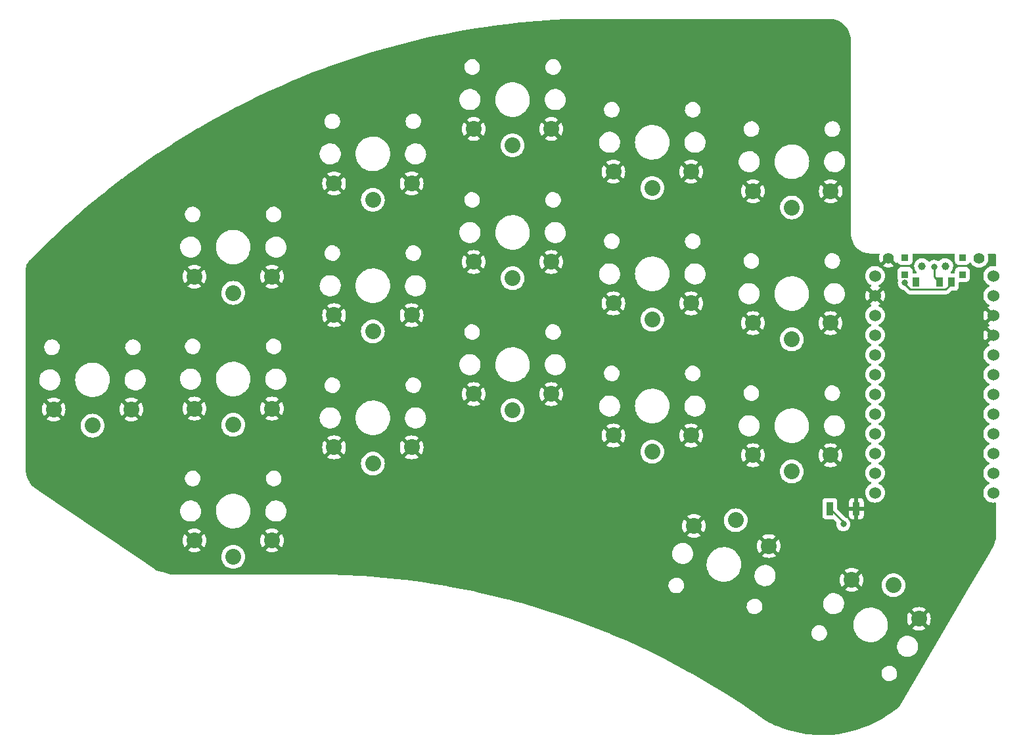
<source format=gbr>
%TF.GenerationSoftware,KiCad,Pcbnew,(6.0.5)*%
%TF.CreationDate,2022-06-20T13:52:22+01:00*%
%TF.ProjectId,Sweepy,53776565-7079-42e6-9b69-6361645f7063,rev?*%
%TF.SameCoordinates,Original*%
%TF.FileFunction,Copper,L2,Bot*%
%TF.FilePolarity,Positive*%
%FSLAX46Y46*%
G04 Gerber Fmt 4.6, Leading zero omitted, Abs format (unit mm)*
G04 Created by KiCad (PCBNEW (6.0.5)) date 2022-06-20 13:52:22*
%MOMM*%
%LPD*%
G01*
G04 APERTURE LIST*
%TA.AperFunction,ComponentPad*%
%ADD10C,1.524000*%
%TD*%
%TA.AperFunction,ComponentPad*%
%ADD11C,2.032000*%
%TD*%
%TA.AperFunction,ComponentPad*%
%ADD12C,1.397000*%
%TD*%
%TA.AperFunction,WasherPad*%
%ADD13C,1.000000*%
%TD*%
%TA.AperFunction,SMDPad,CuDef*%
%ADD14R,0.900000X0.900000*%
%TD*%
%TA.AperFunction,SMDPad,CuDef*%
%ADD15R,0.900000X1.250000*%
%TD*%
%TA.AperFunction,SMDPad,CuDef*%
%ADD16R,0.900000X1.700000*%
%TD*%
%TA.AperFunction,ViaPad*%
%ADD17C,0.800000*%
%TD*%
%TA.AperFunction,Conductor*%
%ADD18C,0.250000*%
%TD*%
G04 APERTURE END LIST*
D10*
%TO.P,U1,1,TX0/D3*%
%TO.N,switch6*%
X145728935Y-52721212D03*
%TO.P,U1,2,RX1/D2*%
%TO.N,switch5*%
X145728935Y-55261212D03*
%TO.P,U1,3,GND*%
%TO.N,GND*%
X145728935Y-57801212D03*
%TO.P,U1,4,GND*%
X145728935Y-60341212D03*
%TO.P,U1,5,2/D1/SDA*%
%TO.N,switch18*%
X145728935Y-62881212D03*
%TO.P,U1,6,3/D0/SCL*%
%TO.N,switch17*%
X145728935Y-65421212D03*
%TO.P,U1,7,4/D4*%
%TO.N,switch16*%
X145728935Y-67961212D03*
%TO.P,U1,8,5/C6*%
%TO.N,switch15*%
X145728935Y-70501212D03*
%TO.P,U1,9,6/D7*%
%TO.N,switch14*%
X145728935Y-73041212D03*
%TO.P,U1,10,7/E6*%
%TO.N,switch13*%
X145728935Y-75581212D03*
%TO.P,U1,11,8/B4*%
%TO.N,switch7*%
X145728935Y-78121212D03*
%TO.P,U1,12,9/B5*%
%TO.N,switch1*%
X145728935Y-80661212D03*
%TO.P,U1,13,B6/10*%
%TO.N,switch8*%
X130508935Y-80661212D03*
%TO.P,U1,14,B2/16*%
%TO.N,switch9*%
X130508935Y-78121212D03*
%TO.P,U1,15,B3/14*%
%TO.N,switch10*%
X130508935Y-75581212D03*
%TO.P,U1,16,B1/15*%
%TO.N,switch11*%
X130508935Y-73041212D03*
%TO.P,U1,17,F7/A0*%
%TO.N,switch12*%
X130508935Y-70501212D03*
%TO.P,U1,18,F6/A1*%
%TO.N,switch2*%
X130508935Y-67961212D03*
%TO.P,U1,19,F5/A2*%
%TO.N,switch3*%
X130508935Y-65421212D03*
%TO.P,U1,20,F4/A3*%
%TO.N,switch4*%
X130508935Y-62881212D03*
%TO.P,U1,21,VCC*%
%TO.N,VCC*%
X130508935Y-60341212D03*
%TO.P,U1,22,RST*%
%TO.N,Net-(RSW1-Pad1)*%
X130508935Y-57801212D03*
%TO.P,U1,23,GND*%
%TO.N,GND*%
X130508935Y-55261212D03*
%TO.P,U1,24,RAW*%
%TO.N,Net-(PWR_SW1-Pad3)*%
X130508935Y-52721212D03*
%TD*%
D11*
%TO.P,SW16,1,1*%
%TO.N,switch16*%
X83795535Y-70051212D03*
%TO.P,SW16,2,2*%
%TO.N,GND*%
X88795535Y-67951212D03*
X78795535Y-67951212D03*
%TD*%
%TO.P,SW1,1,1*%
%TO.N,switch1*%
X132880425Y-92576875D03*
%TO.P,SW1,2,2*%
%TO.N,GND*%
X136160552Y-96895528D03*
X127500298Y-91895528D03*
%TD*%
%TO.P,SW15,1,1*%
%TO.N,switch15*%
X65795535Y-76909212D03*
%TO.P,SW15,2,2*%
%TO.N,GND*%
X70795535Y-74809212D03*
X60795535Y-74809212D03*
%TD*%
%TO.P,SW13,1,1*%
%TO.N,switch13*%
X29660425Y-72016425D03*
%TO.P,SW13,2,2*%
%TO.N,GND*%
X24660425Y-69916425D03*
X34660425Y-69916425D03*
%TD*%
%TO.P,SW17,1,1*%
%TO.N,switch17*%
X101795535Y-75385212D03*
%TO.P,SW17,2,2*%
%TO.N,GND*%
X96795535Y-73285212D03*
X106795535Y-73285212D03*
%TD*%
%TO.P,SW18,1,1*%
%TO.N,switch18*%
X119775535Y-77925212D03*
%TO.P,SW18,2,2*%
%TO.N,GND*%
X114775535Y-75825212D03*
X124775535Y-75825212D03*
%TD*%
%TO.P,SW4,1,1*%
%TO.N,switch4*%
X83795535Y-35917212D03*
%TO.P,SW4,2,2*%
%TO.N,GND*%
X88795535Y-33817212D03*
X78795535Y-33817212D03*
%TD*%
%TO.P,SW3,1,1*%
%TO.N,switch3*%
X65795535Y-42917212D03*
%TO.P,SW3,2,2*%
%TO.N,GND*%
X70795535Y-40817212D03*
X60795535Y-40817212D03*
%TD*%
%TO.P,SW9,1,1*%
%TO.N,switch9*%
X65795535Y-59891212D03*
%TO.P,SW9,2,2*%
%TO.N,GND*%
X60795535Y-57791212D03*
X70795535Y-57791212D03*
%TD*%
%TO.P,SW14,1,1*%
%TO.N,switch14*%
X47795535Y-88917212D03*
%TO.P,SW14,2,2*%
%TO.N,GND*%
X52795535Y-86817212D03*
X42795535Y-86817212D03*
%TD*%
%TO.P,SW12,1,1*%
%TO.N,switch12*%
X119775535Y-60907212D03*
%TO.P,SW12,2,2*%
%TO.N,GND*%
X124775535Y-58807212D03*
X114775535Y-58807212D03*
%TD*%
%TO.P,SW11,1,1*%
%TO.N,switch11*%
X101795535Y-58367212D03*
%TO.P,SW11,2,2*%
%TO.N,GND*%
X96795535Y-56267212D03*
X106795535Y-56267212D03*
%TD*%
%TO.P,SW8,1,1*%
%TO.N,switch8*%
X47795535Y-71917212D03*
%TO.P,SW8,2,2*%
%TO.N,GND*%
X42795535Y-69817212D03*
X52795535Y-69817212D03*
%TD*%
%TO.P,SW6,1,1*%
%TO.N,switch6*%
X119795535Y-43917212D03*
%TO.P,SW6,2,2*%
%TO.N,GND*%
X124795535Y-41817212D03*
X114795535Y-41817212D03*
%TD*%
%TO.P,SW5,1,1*%
%TO.N,switch5*%
X101795535Y-41417212D03*
%TO.P,SW5,2,2*%
%TO.N,GND*%
X96795535Y-39317212D03*
X106795535Y-39317212D03*
%TD*%
%TO.P,SW2,1,1*%
%TO.N,switch2*%
X47795535Y-54917212D03*
%TO.P,SW2,2,2*%
%TO.N,GND*%
X42795535Y-52817212D03*
X52795535Y-52817212D03*
%TD*%
%TO.P,SW10,1,1*%
%TO.N,switch10*%
X83795535Y-53033212D03*
%TO.P,SW10,2,2*%
%TO.N,GND*%
X88795535Y-50933212D03*
X78795535Y-50933212D03*
%TD*%
D12*
%TO.P,BT_V1,1,1*%
%TO.N,Net-(BT_V1-Pad1)*%
X143905535Y-50435212D03*
%TD*%
%TO.P,BT_GND1,1,1*%
%TO.N,GND*%
X132221535Y-50435212D03*
%TD*%
D13*
%TO.P,PWR_SW1,*%
%TO.N,*%
X139566802Y-51454137D03*
X136566802Y-51454137D03*
%TD*%
D11*
%TO.P,SW7,1,1*%
%TO.N,switch7*%
X112547457Y-84197463D03*
%TO.P,SW7,2,2*%
%TO.N,GND*%
X107174308Y-84931812D03*
X116833567Y-87520002D03*
%TD*%
D13*
%TO.P,PWR_SW1,*%
%TO.N,*%
X139563535Y-51451212D03*
X136563535Y-51451212D03*
D14*
%TO.P,PWR_SW1,0*%
%TO.N,N/C*%
X141763535Y-52551212D03*
X134363535Y-50351212D03*
X141763535Y-50351212D03*
X134363535Y-52551212D03*
D15*
%TO.P,PWR_SW1,1,A*%
%TO.N,unconnected-(PWR_SW1-Pad1)*%
X135813535Y-53526212D03*
%TO.P,PWR_SW1,2,B*%
%TO.N,Net-(BT_V1-Pad1)*%
X138813535Y-53526212D03*
%TO.P,PWR_SW1,3,C*%
%TO.N,Net-(PWR_SW1-Pad3)*%
X140313535Y-53526212D03*
%TD*%
D16*
%TO.P,RSW1,1,1*%
%TO.N,Net-(RSW1-Pad1)*%
X124686802Y-82691637D03*
%TO.P,RSW1,2,2*%
%TO.N,GND*%
X128086802Y-82691637D03*
%TD*%
D17*
%TO.N,Net-(BT_V1-Pad1)*%
X138106802Y-51571637D03*
%TO.N,Net-(RSW1-Pad1)*%
X126426802Y-84711637D03*
%TO.N,Net-(PWR_SW1-Pad3)*%
X134346802Y-53631637D03*
%TD*%
D18*
%TO.N,Net-(BT_V1-Pad1)*%
X138106802Y-51571637D02*
X138106802Y-52819479D01*
X138106802Y-52819479D02*
X138813535Y-53526212D01*
%TO.N,Net-(RSW1-Pad1)*%
X126426802Y-84431637D02*
X124686802Y-82691637D01*
X126426802Y-84711637D02*
X126426802Y-84431637D01*
%TO.N,Net-(PWR_SW1-Pad3)*%
X140313535Y-53750234D02*
X140313535Y-53526212D01*
X139588046Y-54475723D02*
X140313535Y-53750234D01*
X135039024Y-54475723D02*
X139588046Y-54475723D01*
X134346802Y-53631637D02*
X134346802Y-53783501D01*
X134346802Y-53783501D02*
X135039024Y-54475723D01*
%TD*%
%TA.AperFunction,Conductor*%
%TO.N,GND*%
G36*
X125162785Y-19639124D02*
G01*
X125391000Y-19699566D01*
X125403513Y-19703589D01*
X125672900Y-19805992D01*
X125684926Y-19811297D01*
X125942186Y-19941208D01*
X125953586Y-19947733D01*
X126195908Y-20103733D01*
X126206555Y-20111401D01*
X126416233Y-20279696D01*
X126431317Y-20291803D01*
X126441123Y-20300553D01*
X126539801Y-20398309D01*
X126645866Y-20503384D01*
X126654697Y-20513095D01*
X126727358Y-20601903D01*
X126837199Y-20736153D01*
X126844978Y-20746744D01*
X126978260Y-20949569D01*
X127003246Y-20987593D01*
X127009881Y-20998939D01*
X127142194Y-21254958D01*
X127147611Y-21266933D01*
X127252534Y-21535340D01*
X127256675Y-21547813D01*
X127323407Y-21790554D01*
X127333069Y-21825701D01*
X127335887Y-21838539D01*
X127370446Y-22047468D01*
X127382917Y-22122864D01*
X127384383Y-22135926D01*
X127399386Y-22387536D01*
X127398249Y-22413497D01*
X127398018Y-22415054D01*
X127398018Y-22415059D01*
X127396702Y-22423941D01*
X127397932Y-22432836D01*
X127400785Y-22453474D01*
X127401972Y-22470594D01*
X127426217Y-44982353D01*
X127428443Y-47048310D01*
X127428777Y-47358878D01*
X127427686Y-47375558D01*
X127423835Y-47404634D01*
X127424121Y-47417184D01*
X127424978Y-47421970D01*
X127425067Y-47422855D01*
X127426252Y-47431514D01*
X127428326Y-47453350D01*
X127428891Y-47465128D01*
X127429071Y-47631784D01*
X127429076Y-47636272D01*
X127429717Y-47640713D01*
X127429717Y-47640715D01*
X127434225Y-47671951D01*
X127444612Y-47743929D01*
X127467207Y-47793483D01*
X127475680Y-47818965D01*
X127502250Y-47941091D01*
X127517111Y-48009401D01*
X127518340Y-48012947D01*
X127518342Y-48012953D01*
X127614214Y-48289503D01*
X127615449Y-48293065D01*
X127617097Y-48296448D01*
X127617099Y-48296454D01*
X127745250Y-48559600D01*
X127745254Y-48559607D01*
X127746899Y-48562985D01*
X127748938Y-48566147D01*
X127748940Y-48566151D01*
X127897244Y-48796167D01*
X127909587Y-48815311D01*
X127911994Y-48818214D01*
X127911995Y-48818216D01*
X127921320Y-48829465D01*
X128101193Y-49046445D01*
X128318984Y-49253092D01*
X128322007Y-49255341D01*
X128322008Y-49255342D01*
X128458716Y-49357056D01*
X128559854Y-49432304D01*
X128820370Y-49581527D01*
X129096816Y-49698631D01*
X129385250Y-49781948D01*
X129518957Y-49803762D01*
X129677848Y-49829685D01*
X129677853Y-49829685D01*
X129681558Y-49830290D01*
X129685306Y-49830448D01*
X129685312Y-49830449D01*
X129949198Y-49841601D01*
X129962594Y-49842887D01*
X129964163Y-49843123D01*
X129964169Y-49843123D01*
X129968978Y-49843846D01*
X129975032Y-49843814D01*
X129976667Y-49843805D01*
X129976668Y-49843805D01*
X129981531Y-49843779D01*
X129986330Y-49843006D01*
X129986339Y-49843005D01*
X130003599Y-49840224D01*
X130023618Y-49838619D01*
X130182653Y-49838590D01*
X130972340Y-49838446D01*
X131040464Y-49858436D01*
X131086967Y-49912083D01*
X131097084Y-49982355D01*
X131092695Y-50001810D01*
X131038059Y-50177765D01*
X131035665Y-50189029D01*
X131010960Y-50397759D01*
X131010659Y-50409260D01*
X131024406Y-50618991D01*
X131026207Y-50630361D01*
X131077944Y-50834075D01*
X131081785Y-50844922D01*
X131169782Y-51035804D01*
X131175531Y-51045761D01*
X131196647Y-51075639D01*
X131207236Y-51084027D01*
X131220535Y-51077000D01*
X132132440Y-50165096D01*
X132194752Y-50131071D01*
X132265568Y-50136136D01*
X132310630Y-50165096D01*
X133224144Y-51078610D01*
X133236522Y-51085368D01*
X133243101Y-51080443D01*
X133252913Y-51062923D01*
X133303650Y-51013261D01*
X133373182Y-50998913D01*
X133439433Y-51024435D01*
X133463674Y-51048923D01*
X133550274Y-51164473D01*
X133666830Y-51251827D01*
X133803219Y-51302957D01*
X133865401Y-51309712D01*
X134861669Y-51309712D01*
X134923851Y-51302957D01*
X135060240Y-51251827D01*
X135176796Y-51164473D01*
X135264150Y-51047917D01*
X135315280Y-50911528D01*
X135322035Y-50849346D01*
X135322035Y-49963625D01*
X135342037Y-49895504D01*
X135395693Y-49849011D01*
X135448012Y-49837625D01*
X137974619Y-49837161D01*
X140679013Y-49836665D01*
X140747136Y-49856655D01*
X140793639Y-49910302D01*
X140805035Y-49962665D01*
X140805035Y-50849346D01*
X140811790Y-50911528D01*
X140862920Y-51047917D01*
X140950274Y-51164473D01*
X141066830Y-51251827D01*
X141203219Y-51302957D01*
X141265401Y-51309712D01*
X142261669Y-51309712D01*
X142323851Y-51302957D01*
X142460240Y-51251827D01*
X142576796Y-51164473D01*
X142618553Y-51108757D01*
X142661668Y-51051229D01*
X142718527Y-51008714D01*
X142789346Y-51003688D01*
X142851639Y-51037748D01*
X142865705Y-51054521D01*
X142977387Y-51214021D01*
X143126726Y-51363360D01*
X143131234Y-51366517D01*
X143131237Y-51366519D01*
X143295220Y-51481341D01*
X143299729Y-51484498D01*
X143304711Y-51486821D01*
X143304716Y-51486824D01*
X143485240Y-51571003D01*
X143491140Y-51573754D01*
X143496448Y-51575176D01*
X143496450Y-51575177D01*
X143689826Y-51626992D01*
X143689828Y-51626992D01*
X143695141Y-51628416D01*
X143905535Y-51646823D01*
X144115929Y-51628416D01*
X144121242Y-51626992D01*
X144121244Y-51626992D01*
X144314620Y-51575177D01*
X144314622Y-51575176D01*
X144319930Y-51573754D01*
X144325830Y-51571003D01*
X144506354Y-51486824D01*
X144506359Y-51486821D01*
X144511341Y-51484498D01*
X144515850Y-51481341D01*
X144679833Y-51366519D01*
X144679836Y-51366517D01*
X144684344Y-51363360D01*
X144833683Y-51214021D01*
X144954821Y-51041017D01*
X144962554Y-51024435D01*
X145041754Y-50854589D01*
X145041755Y-50854588D01*
X145044077Y-50849607D01*
X145046845Y-50839279D01*
X145097315Y-50650921D01*
X145097315Y-50650919D01*
X145098739Y-50645606D01*
X145117146Y-50435212D01*
X145098739Y-50224818D01*
X145095172Y-50211505D01*
X145045500Y-50026127D01*
X145045499Y-50026125D01*
X145044077Y-50020817D01*
X145041411Y-50015099D01*
X145041357Y-50014746D01*
X145039871Y-50010662D01*
X145040691Y-50010363D01*
X145030746Y-49944908D01*
X145059723Y-49880094D01*
X145119141Y-49841235D01*
X145155580Y-49835844D01*
X145828186Y-49835721D01*
X145847599Y-49837222D01*
X145862360Y-49839521D01*
X145862362Y-49839521D01*
X145871235Y-49840903D01*
X145880140Y-49839739D01*
X145889110Y-49839849D01*
X145889100Y-49840665D01*
X145910610Y-49840956D01*
X145932424Y-49844412D01*
X145969914Y-49856595D01*
X146001671Y-49872778D01*
X146033560Y-49895948D01*
X146058760Y-49921149D01*
X146081931Y-49953043D01*
X146090021Y-49968922D01*
X146094999Y-49978691D01*
X146098111Y-49984800D01*
X146110292Y-50022292D01*
X146113651Y-50043503D01*
X146115070Y-50063058D01*
X146113844Y-50070928D01*
X146115008Y-50079831D01*
X146117972Y-50102500D01*
X146119035Y-50118835D01*
X146119035Y-51346213D01*
X146099033Y-51414334D01*
X146045377Y-51460827D01*
X145975103Y-51470931D01*
X145960426Y-51467920D01*
X145955718Y-51466659D01*
X145955712Y-51466658D01*
X145950398Y-51465234D01*
X145728935Y-51445859D01*
X145507472Y-51465234D01*
X145385271Y-51497978D01*
X145298049Y-51521349D01*
X145298047Y-51521350D01*
X145292739Y-51522772D01*
X145287758Y-51525094D01*
X145287757Y-51525095D01*
X145096246Y-51614398D01*
X145096241Y-51614401D01*
X145091259Y-51616724D01*
X145086752Y-51619880D01*
X145086750Y-51619881D01*
X144913665Y-51741076D01*
X144913662Y-51741078D01*
X144909154Y-51744235D01*
X144751958Y-51901431D01*
X144748801Y-51905939D01*
X144748799Y-51905942D01*
X144627604Y-52079027D01*
X144624447Y-52083536D01*
X144622124Y-52088518D01*
X144622121Y-52088523D01*
X144547392Y-52248780D01*
X144530495Y-52285016D01*
X144529073Y-52290324D01*
X144529072Y-52290326D01*
X144523864Y-52309762D01*
X144472957Y-52499749D01*
X144453582Y-52721212D01*
X144472957Y-52942675D01*
X144530495Y-53157408D01*
X144532817Y-53162389D01*
X144532818Y-53162390D01*
X144622121Y-53353901D01*
X144622124Y-53353906D01*
X144624447Y-53358888D01*
X144627603Y-53363395D01*
X144627604Y-53363397D01*
X144744593Y-53530474D01*
X144751958Y-53540993D01*
X144909154Y-53698189D01*
X144913662Y-53701346D01*
X144913665Y-53701348D01*
X144985821Y-53751872D01*
X145091258Y-53825700D01*
X145096240Y-53828023D01*
X145096245Y-53828026D01*
X145201308Y-53877017D01*
X145254593Y-53923934D01*
X145274054Y-53992211D01*
X145253512Y-54060171D01*
X145201308Y-54105407D01*
X145096246Y-54154398D01*
X145096241Y-54154401D01*
X145091259Y-54156724D01*
X145086752Y-54159880D01*
X145086750Y-54159881D01*
X144913665Y-54281076D01*
X144913662Y-54281078D01*
X144909154Y-54284235D01*
X144751958Y-54441431D01*
X144748801Y-54445939D01*
X144748799Y-54445942D01*
X144627604Y-54619027D01*
X144624447Y-54623536D01*
X144622124Y-54628518D01*
X144622121Y-54628523D01*
X144535088Y-54815166D01*
X144530495Y-54825016D01*
X144529073Y-54830324D01*
X144529072Y-54830326D01*
X144513574Y-54888166D01*
X144472957Y-55039749D01*
X144453582Y-55261212D01*
X144472957Y-55482675D01*
X144530495Y-55697408D01*
X144532817Y-55702389D01*
X144532818Y-55702390D01*
X144622121Y-55893901D01*
X144622124Y-55893906D01*
X144624447Y-55898888D01*
X144627603Y-55903395D01*
X144627604Y-55903397D01*
X144744593Y-56070474D01*
X144751958Y-56080993D01*
X144909154Y-56238189D01*
X144913662Y-56241346D01*
X144913665Y-56241348D01*
X144964816Y-56277164D01*
X145091258Y-56365700D01*
X145096240Y-56368023D01*
X145096245Y-56368026D01*
X145201900Y-56417293D01*
X145255185Y-56464210D01*
X145274646Y-56532487D01*
X145254104Y-56600447D01*
X145201900Y-56645683D01*
X145096494Y-56694835D01*
X145087003Y-56700315D01*
X145043170Y-56731006D01*
X145034795Y-56741483D01*
X145041863Y-56754930D01*
X145999050Y-57712117D01*
X146033076Y-57774429D01*
X146028011Y-57845244D01*
X145999050Y-57890307D01*
X145041142Y-58848215D01*
X145034712Y-58859989D01*
X145044009Y-58872005D01*
X145087004Y-58902110D01*
X145096490Y-58907588D01*
X145202492Y-58957017D01*
X145255777Y-59003934D01*
X145275238Y-59072211D01*
X145254696Y-59140171D01*
X145202492Y-59185407D01*
X145096494Y-59234835D01*
X145087003Y-59240315D01*
X145043170Y-59271006D01*
X145034795Y-59281483D01*
X145041863Y-59294930D01*
X145999050Y-60252117D01*
X146033076Y-60314429D01*
X146028011Y-60385244D01*
X145999050Y-60430307D01*
X145041142Y-61388215D01*
X145034712Y-61399989D01*
X145044009Y-61412005D01*
X145087004Y-61442110D01*
X145096490Y-61447588D01*
X145201900Y-61496741D01*
X145255185Y-61543658D01*
X145274646Y-61611935D01*
X145254104Y-61679895D01*
X145201900Y-61725131D01*
X145096246Y-61774398D01*
X145096241Y-61774401D01*
X145091259Y-61776724D01*
X145086752Y-61779880D01*
X145086750Y-61779881D01*
X144913665Y-61901076D01*
X144913662Y-61901078D01*
X144909154Y-61904235D01*
X144751958Y-62061431D01*
X144748801Y-62065939D01*
X144748799Y-62065942D01*
X144664570Y-62186234D01*
X144624447Y-62243536D01*
X144622124Y-62248518D01*
X144622121Y-62248523D01*
X144534015Y-62437468D01*
X144530495Y-62445016D01*
X144529073Y-62450324D01*
X144529072Y-62450326D01*
X144527514Y-62456140D01*
X144472957Y-62659749D01*
X144453582Y-62881212D01*
X144472957Y-63102675D01*
X144530495Y-63317408D01*
X144532817Y-63322389D01*
X144532818Y-63322390D01*
X144622121Y-63513901D01*
X144622124Y-63513906D01*
X144624447Y-63518888D01*
X144627603Y-63523395D01*
X144627604Y-63523397D01*
X144707797Y-63637924D01*
X144751958Y-63700993D01*
X144909154Y-63858189D01*
X144913662Y-63861346D01*
X144913665Y-63861348D01*
X144979927Y-63907745D01*
X145091258Y-63985700D01*
X145096240Y-63988023D01*
X145096245Y-63988026D01*
X145201308Y-64037017D01*
X145254593Y-64083934D01*
X145274054Y-64152211D01*
X145253512Y-64220171D01*
X145201308Y-64265407D01*
X145096246Y-64314398D01*
X145096241Y-64314401D01*
X145091259Y-64316724D01*
X145086752Y-64319880D01*
X145086750Y-64319881D01*
X144913665Y-64441076D01*
X144913662Y-64441078D01*
X144909154Y-64444235D01*
X144751958Y-64601431D01*
X144748801Y-64605939D01*
X144748799Y-64605942D01*
X144627604Y-64779027D01*
X144624447Y-64783536D01*
X144622124Y-64788518D01*
X144622121Y-64788523D01*
X144546591Y-64950498D01*
X144530495Y-64985016D01*
X144529073Y-64990324D01*
X144529072Y-64990326D01*
X144519520Y-65025976D01*
X144472957Y-65199749D01*
X144453582Y-65421212D01*
X144472957Y-65642675D01*
X144509683Y-65779737D01*
X144520525Y-65820198D01*
X144530495Y-65857408D01*
X144532817Y-65862389D01*
X144532818Y-65862390D01*
X144622121Y-66053901D01*
X144622124Y-66053906D01*
X144624447Y-66058888D01*
X144627603Y-66063395D01*
X144627604Y-66063397D01*
X144733414Y-66214509D01*
X144751958Y-66240993D01*
X144909154Y-66398189D01*
X144913662Y-66401346D01*
X144913665Y-66401348D01*
X144944426Y-66422887D01*
X145091258Y-66525700D01*
X145096240Y-66528023D01*
X145096245Y-66528026D01*
X145201308Y-66577017D01*
X145254593Y-66623934D01*
X145274054Y-66692211D01*
X145253512Y-66760171D01*
X145201308Y-66805407D01*
X145096246Y-66854398D01*
X145096241Y-66854401D01*
X145091259Y-66856724D01*
X145086752Y-66859880D01*
X145086750Y-66859881D01*
X144913665Y-66981076D01*
X144913662Y-66981078D01*
X144909154Y-66984235D01*
X144751958Y-67141431D01*
X144748801Y-67145939D01*
X144748799Y-67145942D01*
X144631267Y-67313796D01*
X144624447Y-67323536D01*
X144622124Y-67328518D01*
X144622121Y-67328523D01*
X144542170Y-67499978D01*
X144530495Y-67525016D01*
X144472957Y-67739749D01*
X144453582Y-67961212D01*
X144472957Y-68182675D01*
X144511047Y-68324828D01*
X144521869Y-68365214D01*
X144530495Y-68397408D01*
X144532817Y-68402389D01*
X144532818Y-68402390D01*
X144622121Y-68593901D01*
X144622124Y-68593906D01*
X144624447Y-68598888D01*
X144627603Y-68603395D01*
X144627604Y-68603397D01*
X144738658Y-68761998D01*
X144751958Y-68780993D01*
X144909154Y-68938189D01*
X144913662Y-68941346D01*
X144913665Y-68941348D01*
X144950537Y-68967166D01*
X145091258Y-69065700D01*
X145096240Y-69068023D01*
X145096245Y-69068026D01*
X145201308Y-69117017D01*
X145254593Y-69163934D01*
X145274054Y-69232211D01*
X145253512Y-69300171D01*
X145201308Y-69345407D01*
X145096246Y-69394398D01*
X145096241Y-69394401D01*
X145091259Y-69396724D01*
X145086752Y-69399880D01*
X145086750Y-69399881D01*
X144913665Y-69521076D01*
X144913662Y-69521078D01*
X144909154Y-69524235D01*
X144751958Y-69681431D01*
X144748801Y-69685939D01*
X144748799Y-69685942D01*
X144631267Y-69853796D01*
X144624447Y-69863536D01*
X144622124Y-69868518D01*
X144622121Y-69868523D01*
X144561512Y-69998500D01*
X144530495Y-70065016D01*
X144472957Y-70279749D01*
X144453582Y-70501212D01*
X144472957Y-70722675D01*
X144503785Y-70837726D01*
X144529018Y-70931894D01*
X144530495Y-70937408D01*
X144532817Y-70942389D01*
X144532818Y-70942390D01*
X144622121Y-71133901D01*
X144622124Y-71133906D01*
X144624447Y-71138888D01*
X144627603Y-71143395D01*
X144627604Y-71143397D01*
X144738658Y-71301998D01*
X144751958Y-71320993D01*
X144909154Y-71478189D01*
X144913662Y-71481346D01*
X144913665Y-71481348D01*
X144972436Y-71522500D01*
X145091258Y-71605700D01*
X145096240Y-71608023D01*
X145096245Y-71608026D01*
X145201308Y-71657017D01*
X145254593Y-71703934D01*
X145274054Y-71772211D01*
X145253512Y-71840171D01*
X145201308Y-71885407D01*
X145096246Y-71934398D01*
X145096241Y-71934401D01*
X145091259Y-71936724D01*
X145086752Y-71939880D01*
X145086750Y-71939881D01*
X144913665Y-72061076D01*
X144913662Y-72061078D01*
X144909154Y-72064235D01*
X144751958Y-72221431D01*
X144748801Y-72225939D01*
X144748799Y-72225942D01*
X144630887Y-72394338D01*
X144624447Y-72403536D01*
X144622124Y-72408518D01*
X144622121Y-72408523D01*
X144534809Y-72595765D01*
X144530495Y-72605016D01*
X144472957Y-72819749D01*
X144453582Y-73041212D01*
X144472957Y-73262675D01*
X144530495Y-73477408D01*
X144532817Y-73482389D01*
X144532818Y-73482390D01*
X144622121Y-73673901D01*
X144622124Y-73673906D01*
X144624447Y-73678888D01*
X144627603Y-73683395D01*
X144627604Y-73683397D01*
X144682771Y-73762183D01*
X144751958Y-73860993D01*
X144909154Y-74018189D01*
X144913662Y-74021346D01*
X144913665Y-74021348D01*
X144915556Y-74022672D01*
X145091258Y-74145700D01*
X145096240Y-74148023D01*
X145096245Y-74148026D01*
X145201308Y-74197017D01*
X145254593Y-74243934D01*
X145274054Y-74312211D01*
X145253512Y-74380171D01*
X145201308Y-74425407D01*
X145096246Y-74474398D01*
X145096241Y-74474401D01*
X145091259Y-74476724D01*
X145086752Y-74479880D01*
X145086750Y-74479881D01*
X144913665Y-74601076D01*
X144913662Y-74601078D01*
X144909154Y-74604235D01*
X144751958Y-74761431D01*
X144748801Y-74765939D01*
X144748799Y-74765942D01*
X144716425Y-74812177D01*
X144624447Y-74943536D01*
X144622124Y-74948518D01*
X144622121Y-74948523D01*
X144534809Y-75135765D01*
X144530495Y-75145016D01*
X144529073Y-75150324D01*
X144529072Y-75150326D01*
X144522795Y-75173751D01*
X144472957Y-75359749D01*
X144453582Y-75581212D01*
X144472957Y-75802675D01*
X144488944Y-75862338D01*
X144527598Y-76006595D01*
X144530495Y-76017408D01*
X144532817Y-76022389D01*
X144532818Y-76022390D01*
X144622121Y-76213901D01*
X144622124Y-76213906D01*
X144624447Y-76218888D01*
X144627603Y-76223395D01*
X144627604Y-76223397D01*
X144707526Y-76337537D01*
X144751958Y-76400993D01*
X144909154Y-76558189D01*
X144913662Y-76561346D01*
X144913665Y-76561348D01*
X144915556Y-76562672D01*
X145091258Y-76685700D01*
X145096240Y-76688023D01*
X145096245Y-76688026D01*
X145201308Y-76737017D01*
X145254593Y-76783934D01*
X145274054Y-76852211D01*
X145253512Y-76920171D01*
X145201308Y-76965407D01*
X145096246Y-77014398D01*
X145096241Y-77014401D01*
X145091259Y-77016724D01*
X145086752Y-77019880D01*
X145086750Y-77019881D01*
X144913665Y-77141076D01*
X144913662Y-77141078D01*
X144909154Y-77144235D01*
X144751958Y-77301431D01*
X144748801Y-77305939D01*
X144748799Y-77305942D01*
X144649269Y-77448086D01*
X144624447Y-77483536D01*
X144622124Y-77488518D01*
X144622121Y-77488523D01*
X144566292Y-77608249D01*
X144530495Y-77685016D01*
X144472957Y-77899749D01*
X144453582Y-78121212D01*
X144472957Y-78342675D01*
X144530495Y-78557408D01*
X144532817Y-78562389D01*
X144532818Y-78562390D01*
X144622121Y-78753901D01*
X144622124Y-78753906D01*
X144624447Y-78758888D01*
X144627603Y-78763395D01*
X144627604Y-78763397D01*
X144699798Y-78866500D01*
X144751958Y-78940993D01*
X144909154Y-79098189D01*
X144913662Y-79101346D01*
X144913665Y-79101348D01*
X144989430Y-79154399D01*
X145091258Y-79225700D01*
X145096240Y-79228023D01*
X145096245Y-79228026D01*
X145201308Y-79277017D01*
X145254593Y-79323934D01*
X145274054Y-79392211D01*
X145253512Y-79460171D01*
X145201308Y-79505407D01*
X145096246Y-79554398D01*
X145096241Y-79554401D01*
X145091259Y-79556724D01*
X145086752Y-79559880D01*
X145086750Y-79559881D01*
X144913665Y-79681076D01*
X144913662Y-79681078D01*
X144909154Y-79684235D01*
X144751958Y-79841431D01*
X144748801Y-79845939D01*
X144748799Y-79845942D01*
X144696268Y-79920965D01*
X144624447Y-80023536D01*
X144622124Y-80028518D01*
X144622121Y-80028523D01*
X144532818Y-80220034D01*
X144530495Y-80225016D01*
X144472957Y-80439749D01*
X144453582Y-80661212D01*
X144472957Y-80882675D01*
X144474381Y-80887988D01*
X144518391Y-81052234D01*
X144530495Y-81097408D01*
X144532817Y-81102389D01*
X144532818Y-81102390D01*
X144622121Y-81293901D01*
X144622124Y-81293906D01*
X144624447Y-81298888D01*
X144627603Y-81303395D01*
X144627604Y-81303397D01*
X144746608Y-81473352D01*
X144751958Y-81480993D01*
X144909154Y-81638189D01*
X144913662Y-81641346D01*
X144913665Y-81641348D01*
X144957371Y-81671951D01*
X145091258Y-81765700D01*
X145096240Y-81768023D01*
X145096245Y-81768026D01*
X145287757Y-81857329D01*
X145292739Y-81859652D01*
X145298047Y-81861074D01*
X145298049Y-81861075D01*
X145344330Y-81873476D01*
X145507472Y-81917190D01*
X145728935Y-81936565D01*
X145950398Y-81917190D01*
X145955712Y-81915766D01*
X145961129Y-81914811D01*
X145961365Y-81916148D01*
X146025836Y-81917677D01*
X146084635Y-81957466D01*
X146112589Y-82022727D01*
X146113482Y-82037742D01*
X146112379Y-85188628D01*
X146111960Y-86386859D01*
X146111949Y-86416872D01*
X146108843Y-86444631D01*
X146062996Y-86647286D01*
X146038485Y-86755628D01*
X146036258Y-86764091D01*
X145952402Y-87043031D01*
X145930047Y-87117391D01*
X145927236Y-87125685D01*
X145818448Y-87413334D01*
X145796733Y-87470750D01*
X145793353Y-87478826D01*
X145751923Y-87568898D01*
X145639184Y-87813996D01*
X145635249Y-87821822D01*
X145458169Y-88145459D01*
X145453702Y-88152989D01*
X145299313Y-88393751D01*
X145276198Y-88429798D01*
X145261510Y-88448536D01*
X145251474Y-88459107D01*
X145247369Y-88467089D01*
X145247369Y-88467090D01*
X145226017Y-88508614D01*
X145222595Y-88514831D01*
X142238985Y-93591615D01*
X133726734Y-108075695D01*
X133699369Y-108108146D01*
X133416919Y-108346513D01*
X133204418Y-108525847D01*
X133199615Y-108529702D01*
X132720460Y-108895295D01*
X132610582Y-108979131D01*
X132605564Y-108982768D01*
X131995160Y-109402677D01*
X131989986Y-109406052D01*
X131359626Y-109795469D01*
X131354296Y-109798582D01*
X130705614Y-110156496D01*
X130700116Y-110159356D01*
X130034599Y-110484949D01*
X130028967Y-110487535D01*
X129691126Y-110632690D01*
X129348228Y-110780018D01*
X129342511Y-110782310D01*
X129084796Y-110878320D01*
X128648213Y-111040966D01*
X128642354Y-111042986D01*
X127936192Y-111267185D01*
X127930241Y-111268914D01*
X127213930Y-111458113D01*
X127207901Y-111459548D01*
X126898035Y-111525283D01*
X126483122Y-111613303D01*
X126477066Y-111614433D01*
X126097900Y-111675563D01*
X125745587Y-111732364D01*
X125739447Y-111733199D01*
X125003104Y-111815016D01*
X124996929Y-111815549D01*
X124599450Y-111840011D01*
X124257440Y-111861059D01*
X124251255Y-111861288D01*
X123923568Y-111865310D01*
X123510392Y-111870382D01*
X123504194Y-111870305D01*
X122763822Y-111842960D01*
X122757637Y-111842579D01*
X122019487Y-111778860D01*
X122013327Y-111778175D01*
X121676806Y-111732364D01*
X121279219Y-111678240D01*
X121273115Y-111677256D01*
X120544766Y-111541336D01*
X120538706Y-111540050D01*
X120200508Y-111459548D01*
X119817949Y-111368487D01*
X119811982Y-111366910D01*
X119100539Y-111160115D01*
X119094632Y-111158240D01*
X118394197Y-110916705D01*
X118388390Y-110914541D01*
X118049750Y-110778790D01*
X117700689Y-110638861D01*
X117695015Y-110636422D01*
X117021688Y-110327254D01*
X117016151Y-110324544D01*
X116414746Y-110011720D01*
X116400322Y-110002941D01*
X115550935Y-109404434D01*
X114828378Y-108895295D01*
X114828345Y-108895272D01*
X114827821Y-108894903D01*
X114725376Y-108825639D01*
X113224866Y-107811133D01*
X113224825Y-107811106D01*
X113224343Y-107810780D01*
X111600221Y-106757834D01*
X111360399Y-106608853D01*
X109956541Y-105736758D01*
X109956528Y-105736750D01*
X109956061Y-105736460D01*
X108292477Y-104747039D01*
X106949485Y-103983020D01*
X131343306Y-103983020D01*
X131373800Y-104184654D01*
X131444215Y-104376038D01*
X131551676Y-104549354D01*
X131691792Y-104697523D01*
X131697022Y-104701185D01*
X131697023Y-104701186D01*
X131853606Y-104810826D01*
X131858839Y-104814490D01*
X132045994Y-104895479D01*
X132052242Y-104896784D01*
X132052241Y-104896784D01*
X132240866Y-104936191D01*
X132240870Y-104936191D01*
X132245611Y-104937182D01*
X132250448Y-104937435D01*
X132250452Y-104937436D01*
X132250518Y-104937439D01*
X132252290Y-104937532D01*
X132402045Y-104937532D01*
X132474691Y-104930153D01*
X132547612Y-104922746D01*
X132547613Y-104922746D01*
X132553961Y-104922101D01*
X132748556Y-104861118D01*
X132926915Y-104762253D01*
X133081751Y-104629542D01*
X133206739Y-104468408D01*
X133296774Y-104285433D01*
X133298384Y-104279253D01*
X133346568Y-104094273D01*
X133346568Y-104094270D01*
X133348178Y-104088091D01*
X133358850Y-103884444D01*
X133328356Y-103682810D01*
X133257941Y-103491426D01*
X133150480Y-103318110D01*
X133010364Y-103169941D01*
X132913503Y-103102118D01*
X132848550Y-103056638D01*
X132848549Y-103056637D01*
X132843317Y-103052974D01*
X132656162Y-102971985D01*
X132605705Y-102961444D01*
X132461290Y-102931273D01*
X132461286Y-102931273D01*
X132456545Y-102930282D01*
X132451708Y-102930029D01*
X132451704Y-102930028D01*
X132451638Y-102930025D01*
X132449866Y-102929932D01*
X132300111Y-102929932D01*
X132227465Y-102937311D01*
X132154544Y-102944718D01*
X132154543Y-102944718D01*
X132148195Y-102945363D01*
X131953600Y-103006346D01*
X131775241Y-103105211D01*
X131620405Y-103237922D01*
X131495417Y-103399056D01*
X131405382Y-103582031D01*
X131403773Y-103588209D01*
X131403772Y-103588211D01*
X131380693Y-103676814D01*
X131353978Y-103779373D01*
X131343306Y-103983020D01*
X106949485Y-103983020D01*
X106938267Y-103976638D01*
X106610675Y-103790273D01*
X106610646Y-103790257D01*
X106610089Y-103789940D01*
X106568369Y-103767261D01*
X104910099Y-102865831D01*
X104910060Y-102865810D01*
X104909526Y-102865520D01*
X104909000Y-102865247D01*
X104908949Y-102865220D01*
X103191983Y-101974414D01*
X103191940Y-101974392D01*
X103191423Y-101974124D01*
X101456420Y-101116086D01*
X99876034Y-100372157D01*
X133330765Y-100372157D01*
X133339419Y-100602693D01*
X133386793Y-100828475D01*
X133471532Y-101043047D01*
X133591212Y-101240274D01*
X133594709Y-101244304D01*
X133681333Y-101344129D01*
X133742412Y-101414517D01*
X133746543Y-101417904D01*
X133916680Y-101557409D01*
X133916686Y-101557413D01*
X133920808Y-101560793D01*
X134121300Y-101674919D01*
X134126316Y-101676740D01*
X134126321Y-101676742D01*
X134333140Y-101751814D01*
X134333144Y-101751815D01*
X134338155Y-101753634D01*
X134343404Y-101754583D01*
X134343407Y-101754584D01*
X134561088Y-101793947D01*
X134561095Y-101793948D01*
X134565172Y-101794685D01*
X134582909Y-101795521D01*
X134587857Y-101795755D01*
X134587864Y-101795755D01*
X134589345Y-101795825D01*
X134751490Y-101795825D01*
X134818446Y-101790144D01*
X134918127Y-101781686D01*
X134918131Y-101781685D01*
X134923438Y-101781235D01*
X134928593Y-101779897D01*
X134928599Y-101779896D01*
X135141568Y-101724620D01*
X135141572Y-101724619D01*
X135146737Y-101723278D01*
X135151603Y-101721086D01*
X135151606Y-101721085D01*
X135352214Y-101630718D01*
X135357080Y-101628526D01*
X135361500Y-101625550D01*
X135361504Y-101625548D01*
X135462713Y-101557409D01*
X135548450Y-101499687D01*
X135715377Y-101340447D01*
X135853086Y-101155359D01*
X135907870Y-101047608D01*
X135955223Y-100954471D01*
X135955223Y-100954470D01*
X135957642Y-100949713D01*
X135996908Y-100823256D01*
X136024470Y-100734495D01*
X136024471Y-100734489D01*
X136026054Y-100729392D01*
X136056365Y-100500693D01*
X136047711Y-100270157D01*
X136000337Y-100044375D01*
X135915598Y-99829803D01*
X135808682Y-99653610D01*
X135798687Y-99637139D01*
X135798686Y-99637138D01*
X135795918Y-99632576D01*
X135708993Y-99532403D01*
X135648218Y-99462366D01*
X135648216Y-99462364D01*
X135644718Y-99458333D01*
X135579062Y-99404498D01*
X135470450Y-99315441D01*
X135470444Y-99315437D01*
X135466322Y-99312057D01*
X135265830Y-99197931D01*
X135260814Y-99196110D01*
X135260809Y-99196108D01*
X135053990Y-99121036D01*
X135053986Y-99121035D01*
X135048975Y-99119216D01*
X135043726Y-99118267D01*
X135043723Y-99118266D01*
X134826042Y-99078903D01*
X134826035Y-99078902D01*
X134821958Y-99078165D01*
X134804221Y-99077329D01*
X134799273Y-99077095D01*
X134799266Y-99077095D01*
X134797785Y-99077025D01*
X134635640Y-99077025D01*
X134568684Y-99082706D01*
X134469003Y-99091164D01*
X134468999Y-99091165D01*
X134463692Y-99091615D01*
X134458537Y-99092953D01*
X134458531Y-99092954D01*
X134245562Y-99148230D01*
X134245558Y-99148231D01*
X134240393Y-99149572D01*
X134235527Y-99151764D01*
X134235524Y-99151765D01*
X134214000Y-99161461D01*
X134030050Y-99244324D01*
X134025630Y-99247300D01*
X134025626Y-99247302D01*
X134016499Y-99253447D01*
X133838680Y-99373163D01*
X133671753Y-99532403D01*
X133662123Y-99545346D01*
X133545015Y-99702746D01*
X133534044Y-99717491D01*
X133531629Y-99722241D01*
X133436460Y-99909425D01*
X133429488Y-99923137D01*
X133395282Y-100033298D01*
X133362660Y-100138355D01*
X133362659Y-100138361D01*
X133361076Y-100143458D01*
X133330765Y-100372157D01*
X99876034Y-100372157D01*
X99705164Y-100291724D01*
X98007735Y-99532403D01*
X97938879Y-99501601D01*
X97938872Y-99501598D01*
X97938311Y-99501347D01*
X96673559Y-98964654D01*
X96198396Y-98763020D01*
X122302000Y-98763020D01*
X122332494Y-98964654D01*
X122334700Y-98970649D01*
X122334700Y-98970650D01*
X122374258Y-99078165D01*
X122402909Y-99156038D01*
X122481110Y-99282162D01*
X122501744Y-99315441D01*
X122510370Y-99329354D01*
X122650486Y-99477523D01*
X122655716Y-99481185D01*
X122655717Y-99481186D01*
X122812300Y-99590826D01*
X122817533Y-99594490D01*
X123004688Y-99675479D01*
X123010936Y-99676784D01*
X123010935Y-99676784D01*
X123199560Y-99716191D01*
X123199564Y-99716191D01*
X123204305Y-99717182D01*
X123209142Y-99717435D01*
X123209146Y-99717436D01*
X123209212Y-99717439D01*
X123210984Y-99717532D01*
X123360739Y-99717532D01*
X123433385Y-99710153D01*
X123506306Y-99702746D01*
X123506307Y-99702746D01*
X123512655Y-99702101D01*
X123707250Y-99641118D01*
X123885609Y-99542253D01*
X124040445Y-99409542D01*
X124165433Y-99248408D01*
X124255468Y-99065433D01*
X124267033Y-99021035D01*
X124305262Y-98874273D01*
X124305262Y-98874270D01*
X124306872Y-98868091D01*
X124313296Y-98745507D01*
X124317210Y-98670826D01*
X124317210Y-98670822D01*
X124317544Y-98664444D01*
X124287050Y-98462810D01*
X124216635Y-98271426D01*
X124109174Y-98098110D01*
X123969058Y-97949941D01*
X123941438Y-97930601D01*
X123807244Y-97836638D01*
X123807243Y-97836637D01*
X123802011Y-97832974D01*
X123654816Y-97769277D01*
X123620712Y-97754519D01*
X123620711Y-97754519D01*
X123614856Y-97751985D01*
X123524384Y-97733084D01*
X127702939Y-97733084D01*
X127703302Y-97737232D01*
X127703302Y-97737236D01*
X127707599Y-97786346D01*
X127728677Y-98027274D01*
X127729587Y-98031346D01*
X127729588Y-98031351D01*
X127788769Y-98296111D01*
X127793097Y-98315475D01*
X127895069Y-98592624D01*
X128032799Y-98853852D01*
X128074255Y-98912186D01*
X128201444Y-99091160D01*
X128201447Y-99091164D01*
X128203868Y-99094570D01*
X128206712Y-99097620D01*
X128206717Y-99097626D01*
X128298553Y-99196108D01*
X128405271Y-99310549D01*
X128633470Y-99497993D01*
X128884454Y-99653610D01*
X128888271Y-99655326D01*
X128888274Y-99655327D01*
X128936018Y-99676784D01*
X129153815Y-99774666D01*
X129436820Y-99859033D01*
X129440940Y-99859686D01*
X129440942Y-99859686D01*
X129725017Y-99904680D01*
X129725023Y-99904681D01*
X129728498Y-99905231D01*
X129753057Y-99906346D01*
X129819442Y-99909361D01*
X129819463Y-99909361D01*
X129820862Y-99909425D01*
X130005326Y-99909425D01*
X130225089Y-99894828D01*
X130229188Y-99894002D01*
X130229192Y-99894001D01*
X130402615Y-99859033D01*
X130514576Y-99836458D01*
X130793800Y-99740313D01*
X130963514Y-99655327D01*
X131054120Y-99609955D01*
X131054122Y-99609954D01*
X131057856Y-99608084D01*
X131302103Y-99442093D01*
X131522252Y-99245257D01*
X131560550Y-99200574D01*
X131711714Y-99024209D01*
X131711717Y-99024205D01*
X131714434Y-99021035D01*
X131716708Y-99017533D01*
X131716712Y-99017528D01*
X131872995Y-98776874D01*
X131872998Y-98776869D01*
X131875274Y-98773364D01*
X131888502Y-98745507D01*
X131976884Y-98559373D01*
X132001944Y-98506597D01*
X132013975Y-98469127D01*
X132090940Y-98229408D01*
X132090940Y-98229407D01*
X132092220Y-98225421D01*
X132107620Y-98139834D01*
X135281076Y-98139834D01*
X135286803Y-98147484D01*
X135462311Y-98255035D01*
X135471105Y-98259516D01*
X135683581Y-98347526D01*
X135692966Y-98350575D01*
X135916596Y-98404265D01*
X135926343Y-98405808D01*
X136155622Y-98423853D01*
X136165482Y-98423853D01*
X136394761Y-98405808D01*
X136404508Y-98404265D01*
X136628138Y-98350575D01*
X136637523Y-98347526D01*
X136849999Y-98259516D01*
X136858793Y-98255035D01*
X137030635Y-98149731D01*
X137040095Y-98139275D01*
X137036311Y-98130497D01*
X136173364Y-97267550D01*
X136159420Y-97259936D01*
X136157587Y-97260067D01*
X136150972Y-97264318D01*
X135287836Y-98127454D01*
X135281076Y-98139834D01*
X132107620Y-98139834D01*
X132115127Y-98098110D01*
X132143776Y-97938884D01*
X132143777Y-97938879D01*
X132144515Y-97934775D01*
X132146578Y-97889362D01*
X132157722Y-97643936D01*
X132157722Y-97643931D01*
X132157911Y-97639766D01*
X132153118Y-97584975D01*
X132132537Y-97349737D01*
X132132173Y-97345576D01*
X132130259Y-97337011D01*
X132068665Y-97061453D01*
X132068663Y-97061446D01*
X132067753Y-97057375D01*
X132010018Y-96900458D01*
X134632227Y-96900458D01*
X134650272Y-97129737D01*
X134651815Y-97139484D01*
X134705505Y-97363114D01*
X134708554Y-97372499D01*
X134796564Y-97584975D01*
X134801045Y-97593769D01*
X134906349Y-97765611D01*
X134916805Y-97775071D01*
X134925583Y-97771287D01*
X135788530Y-96908340D01*
X135794908Y-96896660D01*
X136524960Y-96896660D01*
X136525091Y-96898493D01*
X136529342Y-96905108D01*
X137392478Y-97768244D01*
X137404858Y-97775004D01*
X137412508Y-97769277D01*
X137520059Y-97593769D01*
X137524540Y-97584975D01*
X137612550Y-97372499D01*
X137615599Y-97363114D01*
X137669289Y-97139484D01*
X137670832Y-97129737D01*
X137688877Y-96900458D01*
X137688877Y-96890598D01*
X137670832Y-96661319D01*
X137669289Y-96651572D01*
X137615599Y-96427942D01*
X137612550Y-96418557D01*
X137524540Y-96206081D01*
X137520059Y-96197287D01*
X137414755Y-96025445D01*
X137404299Y-96015985D01*
X137395521Y-96019769D01*
X136532574Y-96882716D01*
X136524960Y-96896660D01*
X135794908Y-96896660D01*
X135796144Y-96894396D01*
X135796013Y-96892563D01*
X135791762Y-96885948D01*
X134928626Y-96022812D01*
X134916246Y-96016052D01*
X134908596Y-96021779D01*
X134801045Y-96197287D01*
X134796564Y-96206081D01*
X134708554Y-96418557D01*
X134705505Y-96427942D01*
X134651815Y-96651572D01*
X134650272Y-96661319D01*
X134632227Y-96890598D01*
X134632227Y-96900458D01*
X132010018Y-96900458D01*
X131965781Y-96780226D01*
X131828051Y-96518998D01*
X131763341Y-96427942D01*
X131659406Y-96281690D01*
X131659401Y-96281684D01*
X131656982Y-96278280D01*
X131654138Y-96275230D01*
X131654133Y-96275224D01*
X131458425Y-96065353D01*
X131455579Y-96062301D01*
X131227380Y-95874857D01*
X130976396Y-95719240D01*
X130826293Y-95651781D01*
X135281009Y-95651781D01*
X135284793Y-95660559D01*
X136147740Y-96523506D01*
X136161684Y-96531120D01*
X136163517Y-96530989D01*
X136170132Y-96526738D01*
X137033268Y-95663602D01*
X137040028Y-95651222D01*
X137034301Y-95643572D01*
X136858793Y-95536021D01*
X136849999Y-95531540D01*
X136637523Y-95443530D01*
X136628138Y-95440481D01*
X136404508Y-95386791D01*
X136394761Y-95385248D01*
X136165482Y-95367203D01*
X136155622Y-95367203D01*
X135926343Y-95385248D01*
X135916596Y-95386791D01*
X135692966Y-95440481D01*
X135683581Y-95443530D01*
X135471105Y-95531540D01*
X135462311Y-95536021D01*
X135290469Y-95641325D01*
X135281009Y-95651781D01*
X130826293Y-95651781D01*
X130707035Y-95598184D01*
X130424030Y-95513817D01*
X130419910Y-95513164D01*
X130419908Y-95513164D01*
X130135833Y-95468170D01*
X130135827Y-95468169D01*
X130132352Y-95467619D01*
X130107793Y-95466504D01*
X130041408Y-95463489D01*
X130041387Y-95463489D01*
X130039988Y-95463425D01*
X129855524Y-95463425D01*
X129635761Y-95478022D01*
X129631662Y-95478848D01*
X129631658Y-95478849D01*
X129489064Y-95507601D01*
X129346274Y-95536392D01*
X129067050Y-95632537D01*
X128932572Y-95699878D01*
X128851904Y-95740274D01*
X128802994Y-95764766D01*
X128558747Y-95930757D01*
X128555633Y-95933541D01*
X128555632Y-95933542D01*
X128485764Y-95996011D01*
X128338598Y-96127593D01*
X128335881Y-96130763D01*
X128335880Y-96130764D01*
X128183918Y-96308061D01*
X128146416Y-96351815D01*
X128144142Y-96355317D01*
X128144138Y-96355322D01*
X127987855Y-96595976D01*
X127985576Y-96599486D01*
X127858906Y-96866253D01*
X127857627Y-96870236D01*
X127857626Y-96870239D01*
X127802771Y-97041093D01*
X127768630Y-97147429D01*
X127767889Y-97151548D01*
X127733712Y-97341499D01*
X127716335Y-97438075D01*
X127716146Y-97442242D01*
X127716145Y-97442249D01*
X127703203Y-97727272D01*
X127702939Y-97733084D01*
X123524384Y-97733084D01*
X123504424Y-97728914D01*
X123419984Y-97711273D01*
X123419980Y-97711273D01*
X123415239Y-97710282D01*
X123410402Y-97710029D01*
X123410398Y-97710028D01*
X123410332Y-97710025D01*
X123408560Y-97709932D01*
X123258805Y-97709932D01*
X123186159Y-97717311D01*
X123113238Y-97724718D01*
X123113237Y-97724718D01*
X123106889Y-97725363D01*
X122912294Y-97786346D01*
X122733935Y-97885211D01*
X122579099Y-98017922D01*
X122454111Y-98179056D01*
X122364076Y-98362031D01*
X122362467Y-98368209D01*
X122362466Y-98368211D01*
X122339387Y-98456814D01*
X122312672Y-98559373D01*
X122312338Y-98565752D01*
X122302918Y-98745507D01*
X122302000Y-98763020D01*
X96198396Y-98763020D01*
X96157125Y-98745507D01*
X96157112Y-98745502D01*
X96156519Y-98745250D01*
X94360453Y-98023715D01*
X94334240Y-98013768D01*
X92551319Y-97337214D01*
X92551284Y-97337201D01*
X92550783Y-97337011D01*
X92550253Y-97336821D01*
X92550219Y-97336809D01*
X90728796Y-96685613D01*
X90728754Y-96685598D01*
X90728185Y-96685395D01*
X90727650Y-96685215D01*
X90727603Y-96685199D01*
X88893893Y-96069296D01*
X88893886Y-96069294D01*
X88893339Y-96069110D01*
X87046930Y-95488385D01*
X87046353Y-95488216D01*
X87046308Y-95488202D01*
X86587684Y-95353637D01*
X113967746Y-95353637D01*
X113998240Y-95555271D01*
X114000446Y-95561266D01*
X114000446Y-95561267D01*
X114057937Y-95717523D01*
X114068655Y-95746655D01*
X114176116Y-95919971D01*
X114316232Y-96068140D01*
X114321462Y-96071802D01*
X114321463Y-96071803D01*
X114464954Y-96172276D01*
X114483279Y-96185107D01*
X114670434Y-96266096D01*
X114676682Y-96267401D01*
X114676681Y-96267401D01*
X114865306Y-96306808D01*
X114865310Y-96306808D01*
X114870051Y-96307799D01*
X114874888Y-96308052D01*
X114874892Y-96308053D01*
X114874958Y-96308056D01*
X114876730Y-96308149D01*
X115026485Y-96308149D01*
X115099131Y-96300770D01*
X115172052Y-96293363D01*
X115172053Y-96293363D01*
X115178401Y-96292718D01*
X115372996Y-96231735D01*
X115551355Y-96132870D01*
X115706191Y-96000159D01*
X115831179Y-95839025D01*
X115921214Y-95656050D01*
X115922824Y-95649870D01*
X115971008Y-95464890D01*
X115971008Y-95464887D01*
X115972618Y-95458708D01*
X115983290Y-95255061D01*
X115952796Y-95053427D01*
X115933394Y-95000693D01*
X115886102Y-94872157D01*
X123804485Y-94872157D01*
X123804685Y-94877487D01*
X123804685Y-94877488D01*
X123808812Y-94987425D01*
X123813139Y-95102693D01*
X123860513Y-95328475D01*
X123862471Y-95333434D01*
X123862472Y-95333436D01*
X123882934Y-95385248D01*
X123945252Y-95543047D01*
X124013824Y-95656050D01*
X124053508Y-95721447D01*
X124064932Y-95740274D01*
X124068429Y-95744304D01*
X124184016Y-95877506D01*
X124216132Y-95914517D01*
X124235938Y-95930757D01*
X124390400Y-96057409D01*
X124390406Y-96057413D01*
X124394528Y-96060793D01*
X124595020Y-96174919D01*
X124600036Y-96176740D01*
X124600041Y-96176742D01*
X124806860Y-96251814D01*
X124806864Y-96251815D01*
X124811875Y-96253634D01*
X124817124Y-96254583D01*
X124817127Y-96254584D01*
X125034808Y-96293947D01*
X125034815Y-96293948D01*
X125038892Y-96294685D01*
X125056629Y-96295521D01*
X125061577Y-96295755D01*
X125061584Y-96295755D01*
X125063065Y-96295825D01*
X125225210Y-96295825D01*
X125292166Y-96290144D01*
X125391847Y-96281686D01*
X125391851Y-96281685D01*
X125397158Y-96281235D01*
X125402313Y-96279897D01*
X125402319Y-96279896D01*
X125615288Y-96224620D01*
X125615292Y-96224619D01*
X125620457Y-96223278D01*
X125625323Y-96221086D01*
X125625326Y-96221085D01*
X125825934Y-96130718D01*
X125830800Y-96128526D01*
X125835220Y-96125550D01*
X125835224Y-96125548D01*
X125936433Y-96057409D01*
X126022170Y-95999687D01*
X126189097Y-95840447D01*
X126277635Y-95721447D01*
X126323622Y-95659639D01*
X126323624Y-95659636D01*
X126326806Y-95655359D01*
X126381590Y-95547608D01*
X126428943Y-95454471D01*
X126428943Y-95454470D01*
X126431362Y-95449713D01*
X126491804Y-95255061D01*
X126498190Y-95234495D01*
X126498191Y-95234489D01*
X126499774Y-95229392D01*
X126530085Y-95000693D01*
X126528514Y-94958828D01*
X126521631Y-94775488D01*
X126521431Y-94770157D01*
X126474057Y-94544375D01*
X126465528Y-94522777D01*
X126425355Y-94421055D01*
X126389318Y-94329803D01*
X126269638Y-94132576D01*
X126180063Y-94029350D01*
X126121938Y-93962366D01*
X126121936Y-93962364D01*
X126118438Y-93958333D01*
X126076303Y-93923785D01*
X125944170Y-93815441D01*
X125944164Y-93815437D01*
X125940042Y-93812057D01*
X125739550Y-93697931D01*
X125734534Y-93696110D01*
X125734529Y-93696108D01*
X125527710Y-93621036D01*
X125527706Y-93621035D01*
X125522695Y-93619216D01*
X125517446Y-93618267D01*
X125517443Y-93618266D01*
X125299762Y-93578903D01*
X125299755Y-93578902D01*
X125295678Y-93578165D01*
X125277941Y-93577329D01*
X125272993Y-93577095D01*
X125272986Y-93577095D01*
X125271505Y-93577025D01*
X125109360Y-93577025D01*
X125042404Y-93582706D01*
X124942723Y-93591164D01*
X124942719Y-93591165D01*
X124937412Y-93591615D01*
X124932257Y-93592953D01*
X124932251Y-93592954D01*
X124719282Y-93648230D01*
X124719278Y-93648231D01*
X124714113Y-93649572D01*
X124709247Y-93651764D01*
X124709244Y-93651765D01*
X124687842Y-93661406D01*
X124503770Y-93744324D01*
X124499350Y-93747300D01*
X124499346Y-93747302D01*
X124407085Y-93809417D01*
X124312400Y-93873163D01*
X124145473Y-94032403D01*
X124007764Y-94217491D01*
X124005349Y-94222241D01*
X123950662Y-94329803D01*
X123903208Y-94423137D01*
X123886847Y-94475828D01*
X123836380Y-94638355D01*
X123836379Y-94638361D01*
X123834796Y-94643458D01*
X123804485Y-94872157D01*
X115886102Y-94872157D01*
X115884585Y-94868033D01*
X115884584Y-94868032D01*
X115882381Y-94862043D01*
X115774920Y-94688727D01*
X115634804Y-94540558D01*
X115609055Y-94522528D01*
X115472990Y-94427255D01*
X115472989Y-94427254D01*
X115467757Y-94423591D01*
X115280602Y-94342602D01*
X115197506Y-94325242D01*
X115085730Y-94301890D01*
X115085726Y-94301890D01*
X115080985Y-94300899D01*
X115076148Y-94300646D01*
X115076144Y-94300645D01*
X115076078Y-94300642D01*
X115074306Y-94300549D01*
X114924551Y-94300549D01*
X114851905Y-94307928D01*
X114778984Y-94315335D01*
X114778983Y-94315335D01*
X114772635Y-94315980D01*
X114578040Y-94376963D01*
X114399681Y-94475828D01*
X114244845Y-94608539D01*
X114119857Y-94769673D01*
X114029822Y-94952648D01*
X114028213Y-94958826D01*
X114028212Y-94958828D01*
X113992127Y-95097362D01*
X113978418Y-95149990D01*
X113978084Y-95156369D01*
X113968805Y-95333436D01*
X113967746Y-95353637D01*
X86587684Y-95353637D01*
X85893616Y-95149990D01*
X85189648Y-94943438D01*
X84108399Y-94648750D01*
X83322765Y-94434630D01*
X83322733Y-94434622D01*
X83322184Y-94434472D01*
X83293534Y-94427255D01*
X82443801Y-94213211D01*
X81445237Y-93961677D01*
X81444611Y-93961532D01*
X81444594Y-93961528D01*
X79560068Y-93525359D01*
X79560061Y-93525357D01*
X79559506Y-93525229D01*
X78718034Y-93347526D01*
X77666261Y-93125411D01*
X77666230Y-93125405D01*
X77665696Y-93125292D01*
X77665155Y-93125189D01*
X77665127Y-93125183D01*
X75765120Y-92762130D01*
X75765122Y-92762130D01*
X75764513Y-92762014D01*
X75763953Y-92761918D01*
X75763919Y-92761912D01*
X75119098Y-92651566D01*
X103883480Y-92651566D01*
X103913974Y-92853200D01*
X103916180Y-92859195D01*
X103916180Y-92859196D01*
X103933994Y-92907612D01*
X103984389Y-93044584D01*
X104091850Y-93217900D01*
X104231966Y-93366069D01*
X104237196Y-93369731D01*
X104237197Y-93369732D01*
X104343272Y-93444006D01*
X104399013Y-93483036D01*
X104586168Y-93564025D01*
X104592416Y-93565330D01*
X104592415Y-93565330D01*
X104781040Y-93604737D01*
X104781044Y-93604737D01*
X104785785Y-93605728D01*
X104790622Y-93605981D01*
X104790626Y-93605982D01*
X104790692Y-93605985D01*
X104792464Y-93606078D01*
X104942219Y-93606078D01*
X105014865Y-93598699D01*
X105087786Y-93591292D01*
X105087787Y-93591292D01*
X105094135Y-93590647D01*
X105288730Y-93529664D01*
X105467089Y-93430799D01*
X105621925Y-93298088D01*
X105744679Y-93139834D01*
X126620822Y-93139834D01*
X126626549Y-93147484D01*
X126802057Y-93255035D01*
X126810851Y-93259516D01*
X127023327Y-93347526D01*
X127032712Y-93350575D01*
X127256342Y-93404265D01*
X127266089Y-93405808D01*
X127495368Y-93423853D01*
X127505228Y-93423853D01*
X127734507Y-93405808D01*
X127744254Y-93404265D01*
X127967884Y-93350575D01*
X127977269Y-93347526D01*
X128189745Y-93259516D01*
X128198539Y-93255035D01*
X128370381Y-93149731D01*
X128379841Y-93139275D01*
X128376057Y-93130497D01*
X127513110Y-92267550D01*
X127499166Y-92259936D01*
X127497333Y-92260067D01*
X127490718Y-92264318D01*
X126627582Y-93127454D01*
X126620822Y-93139834D01*
X105744679Y-93139834D01*
X105746913Y-93136954D01*
X105836948Y-92953979D01*
X105849062Y-92907474D01*
X105886742Y-92762819D01*
X105886742Y-92762816D01*
X105888352Y-92756637D01*
X105894193Y-92645184D01*
X105898690Y-92559372D01*
X105898690Y-92559368D01*
X105899024Y-92552990D01*
X105868530Y-92351356D01*
X105863488Y-92337653D01*
X105800319Y-92165962D01*
X105800318Y-92165961D01*
X105798115Y-92159972D01*
X105690654Y-91986656D01*
X105616595Y-91908340D01*
X105554923Y-91843124D01*
X105550538Y-91838487D01*
X105535726Y-91828115D01*
X105388724Y-91725184D01*
X105388723Y-91725183D01*
X105383491Y-91721520D01*
X105196336Y-91640531D01*
X105145879Y-91629990D01*
X105001464Y-91599819D01*
X105001460Y-91599819D01*
X104996719Y-91598828D01*
X104991882Y-91598575D01*
X104991878Y-91598574D01*
X104991812Y-91598571D01*
X104990040Y-91598478D01*
X104840285Y-91598478D01*
X104767639Y-91605857D01*
X104694718Y-91613264D01*
X104694717Y-91613264D01*
X104688369Y-91613909D01*
X104493774Y-91674892D01*
X104315415Y-91773757D01*
X104160579Y-91906468D01*
X104035591Y-92067602D01*
X103945556Y-92250577D01*
X103943947Y-92256755D01*
X103943946Y-92256757D01*
X103895977Y-92440914D01*
X103894152Y-92447919D01*
X103893818Y-92454298D01*
X103885942Y-92604590D01*
X103883480Y-92651566D01*
X75119098Y-92651566D01*
X73857232Y-92435627D01*
X73857184Y-92435619D01*
X73856668Y-92435531D01*
X71942871Y-92145965D01*
X70023837Y-91893424D01*
X68927679Y-91770664D01*
X68100892Y-91678071D01*
X68100871Y-91678069D01*
X68100283Y-91678003D01*
X66172927Y-91499781D01*
X65776366Y-91470825D01*
X64243162Y-91358874D01*
X64243132Y-91358872D01*
X64242487Y-91358825D01*
X64241844Y-91358791D01*
X64241820Y-91358789D01*
X62310305Y-91255221D01*
X62310275Y-91255220D01*
X62309684Y-91255188D01*
X62309080Y-91255167D01*
X62309073Y-91255167D01*
X60375882Y-91188931D01*
X60375240Y-91188909D01*
X58439877Y-91160011D01*
X56523630Y-91168423D01*
X56518946Y-91168256D01*
X56516862Y-91167935D01*
X56511993Y-91167944D01*
X56511989Y-91167944D01*
X56510552Y-91167947D01*
X56504309Y-91167959D01*
X56499500Y-91168717D01*
X56499498Y-91168717D01*
X56481482Y-91171556D01*
X56461755Y-91173092D01*
X55037793Y-91171803D01*
X39787793Y-91157995D01*
X39757663Y-91154311D01*
X39236541Y-91025445D01*
X39034262Y-90975424D01*
X39032043Y-90974854D01*
X38243044Y-90764453D01*
X38240837Y-90763842D01*
X37884660Y-90661891D01*
X37824673Y-90623916D01*
X37820677Y-90618422D01*
X37820493Y-90618570D01*
X37814858Y-90611585D01*
X37810268Y-90603868D01*
X37737401Y-90536021D01*
X37731923Y-90530920D01*
X37731920Y-90530918D01*
X37728358Y-90527601D01*
X35350400Y-88917212D01*
X46266321Y-88917212D01*
X46285148Y-89156434D01*
X46286302Y-89161241D01*
X46286303Y-89161247D01*
X46294679Y-89196134D01*
X46341166Y-89389765D01*
X46343059Y-89394336D01*
X46343060Y-89394338D01*
X46425723Y-89593904D01*
X46432995Y-89611461D01*
X46558375Y-89816061D01*
X46561592Y-89819828D01*
X46561593Y-89819829D01*
X46590723Y-89853936D01*
X46714217Y-89998530D01*
X46896686Y-90154372D01*
X47101286Y-90279752D01*
X47105856Y-90281645D01*
X47105858Y-90281646D01*
X47318409Y-90369687D01*
X47322982Y-90371581D01*
X47379909Y-90385248D01*
X47551500Y-90426444D01*
X47551506Y-90426445D01*
X47556313Y-90427599D01*
X47795535Y-90446426D01*
X48034757Y-90427599D01*
X48039564Y-90426445D01*
X48039570Y-90426444D01*
X48211161Y-90385248D01*
X48268088Y-90371581D01*
X48272661Y-90369687D01*
X48485212Y-90281646D01*
X48485214Y-90281645D01*
X48489784Y-90279752D01*
X48694384Y-90154372D01*
X48876853Y-89998530D01*
X48924208Y-89943084D01*
X108792939Y-89943084D01*
X108793302Y-89947232D01*
X108793302Y-89947236D01*
X108805043Y-90081436D01*
X108818677Y-90237274D01*
X108819587Y-90241346D01*
X108819588Y-90241351D01*
X108865428Y-90446426D01*
X108883097Y-90525475D01*
X108884540Y-90529398D01*
X108884541Y-90529400D01*
X108886977Y-90536021D01*
X108985069Y-90802624D01*
X109122799Y-91063852D01*
X109125219Y-91067257D01*
X109291444Y-91301160D01*
X109291449Y-91301166D01*
X109293868Y-91304570D01*
X109296712Y-91307620D01*
X109296717Y-91307626D01*
X109471966Y-91495557D01*
X109495271Y-91520549D01*
X109723470Y-91707993D01*
X109974454Y-91863610D01*
X109978271Y-91865326D01*
X109978274Y-91865327D01*
X110042956Y-91894396D01*
X110243815Y-91984666D01*
X110409686Y-92034114D01*
X110522020Y-92067602D01*
X110526820Y-92069033D01*
X110530940Y-92069686D01*
X110530942Y-92069686D01*
X110815017Y-92114680D01*
X110815023Y-92114681D01*
X110818498Y-92115231D01*
X110843057Y-92116346D01*
X110909442Y-92119361D01*
X110909463Y-92119361D01*
X110910862Y-92119425D01*
X111095326Y-92119425D01*
X111315089Y-92104828D01*
X111319188Y-92104002D01*
X111319192Y-92104001D01*
X111461786Y-92075249D01*
X111604576Y-92046458D01*
X111883800Y-91950313D01*
X112053514Y-91865327D01*
X112144120Y-91819955D01*
X112144122Y-91819954D01*
X112147856Y-91818084D01*
X112392103Y-91652093D01*
X112405035Y-91640531D01*
X112532305Y-91526738D01*
X112612252Y-91455257D01*
X112673157Y-91384198D01*
X112783326Y-91255662D01*
X114970217Y-91255662D01*
X114978871Y-91486198D01*
X115026245Y-91711980D01*
X115028203Y-91716939D01*
X115028204Y-91716941D01*
X115050642Y-91773757D01*
X115110984Y-91926552D01*
X115230664Y-92123779D01*
X115234161Y-92127809D01*
X115362654Y-92275884D01*
X115381864Y-92298022D01*
X115385995Y-92301409D01*
X115556132Y-92440914D01*
X115556138Y-92440918D01*
X115560260Y-92444298D01*
X115760752Y-92558424D01*
X115765768Y-92560245D01*
X115765773Y-92560247D01*
X115972592Y-92635319D01*
X115972596Y-92635320D01*
X115977607Y-92637139D01*
X115982856Y-92638088D01*
X115982859Y-92638089D01*
X116200540Y-92677452D01*
X116200547Y-92677453D01*
X116204624Y-92678190D01*
X116222361Y-92679026D01*
X116227309Y-92679260D01*
X116227316Y-92679260D01*
X116228797Y-92679330D01*
X116390942Y-92679330D01*
X116457898Y-92673649D01*
X116557579Y-92665191D01*
X116557583Y-92665190D01*
X116562890Y-92664740D01*
X116568045Y-92663402D01*
X116568051Y-92663401D01*
X116781020Y-92608125D01*
X116781024Y-92608124D01*
X116786189Y-92606783D01*
X116791055Y-92604591D01*
X116791058Y-92604590D01*
X116991666Y-92514223D01*
X116996532Y-92512031D01*
X117000952Y-92509055D01*
X117000956Y-92509053D01*
X117110291Y-92435443D01*
X117187902Y-92383192D01*
X117354829Y-92223952D01*
X117403900Y-92157998D01*
X117489354Y-92043144D01*
X117489356Y-92043141D01*
X117492538Y-92038864D01*
X117547322Y-91931113D01*
X117562908Y-91900458D01*
X125971973Y-91900458D01*
X125990018Y-92129737D01*
X125991561Y-92139484D01*
X126045251Y-92363114D01*
X126048300Y-92372499D01*
X126136310Y-92584975D01*
X126140791Y-92593769D01*
X126246095Y-92765611D01*
X126256551Y-92775071D01*
X126265329Y-92771287D01*
X127128276Y-91908340D01*
X127134654Y-91896660D01*
X127864706Y-91896660D01*
X127864837Y-91898493D01*
X127869088Y-91905108D01*
X128732224Y-92768244D01*
X128744604Y-92775004D01*
X128752254Y-92769277D01*
X128859805Y-92593769D01*
X128864286Y-92584975D01*
X128867641Y-92576875D01*
X131351211Y-92576875D01*
X131370038Y-92816097D01*
X131371192Y-92820904D01*
X131371193Y-92820910D01*
X131380385Y-92859196D01*
X131426056Y-93049428D01*
X131427949Y-93053999D01*
X131427950Y-93054001D01*
X131470788Y-93157420D01*
X131517885Y-93271124D01*
X131643265Y-93475724D01*
X131646482Y-93479491D01*
X131646483Y-93479492D01*
X131729843Y-93577095D01*
X131799107Y-93658193D01*
X131802869Y-93661406D01*
X131926909Y-93767345D01*
X131981576Y-93814035D01*
X132186176Y-93939415D01*
X132190746Y-93941308D01*
X132190748Y-93941309D01*
X132403299Y-94029350D01*
X132407872Y-94031244D01*
X132489462Y-94050832D01*
X132636390Y-94086107D01*
X132636396Y-94086108D01*
X132641203Y-94087262D01*
X132880425Y-94106089D01*
X133119647Y-94087262D01*
X133124454Y-94086108D01*
X133124460Y-94086107D01*
X133271388Y-94050832D01*
X133352978Y-94031244D01*
X133357551Y-94029350D01*
X133570102Y-93941309D01*
X133570104Y-93941308D01*
X133574674Y-93939415D01*
X133779274Y-93814035D01*
X133833942Y-93767345D01*
X133957981Y-93661406D01*
X133961743Y-93658193D01*
X134031007Y-93577095D01*
X134114367Y-93479492D01*
X134114368Y-93479491D01*
X134117585Y-93475724D01*
X134242965Y-93271124D01*
X134290063Y-93157420D01*
X134332900Y-93054001D01*
X134332901Y-93053999D01*
X134334794Y-93049428D01*
X134380465Y-92859196D01*
X134389657Y-92820910D01*
X134389658Y-92820904D01*
X134390812Y-92816097D01*
X134409639Y-92576875D01*
X134390812Y-92337653D01*
X134389658Y-92332846D01*
X134389657Y-92332840D01*
X134349764Y-92166675D01*
X134334794Y-92104322D01*
X134321954Y-92073323D01*
X134244859Y-91887198D01*
X134244858Y-91887196D01*
X134242965Y-91882626D01*
X134117585Y-91678026D01*
X134062274Y-91613264D01*
X133964956Y-91499319D01*
X133961743Y-91495557D01*
X133831357Y-91384198D01*
X133783042Y-91342933D01*
X133783041Y-91342932D01*
X133779274Y-91339715D01*
X133574674Y-91214335D01*
X133570104Y-91212442D01*
X133570102Y-91212441D01*
X133357551Y-91124400D01*
X133357549Y-91124399D01*
X133352978Y-91122506D01*
X133271388Y-91102918D01*
X133124460Y-91067643D01*
X133124454Y-91067642D01*
X133119647Y-91066488D01*
X132880425Y-91047661D01*
X132641203Y-91066488D01*
X132636396Y-91067642D01*
X132636390Y-91067643D01*
X132489462Y-91102918D01*
X132407872Y-91122506D01*
X132403301Y-91124399D01*
X132403299Y-91124400D01*
X132190748Y-91212441D01*
X132190746Y-91212442D01*
X132186176Y-91214335D01*
X131981576Y-91339715D01*
X131977809Y-91342932D01*
X131977808Y-91342933D01*
X131929493Y-91384198D01*
X131799107Y-91495557D01*
X131795894Y-91499319D01*
X131698577Y-91613264D01*
X131643265Y-91678026D01*
X131517885Y-91882626D01*
X131515992Y-91887196D01*
X131515991Y-91887198D01*
X131438896Y-92073323D01*
X131426056Y-92104322D01*
X131411086Y-92166675D01*
X131371193Y-92332840D01*
X131371192Y-92332846D01*
X131370038Y-92337653D01*
X131351211Y-92576875D01*
X128867641Y-92576875D01*
X128952296Y-92372499D01*
X128955345Y-92363114D01*
X129009035Y-92139484D01*
X129010578Y-92129737D01*
X129028623Y-91900458D01*
X129028623Y-91890598D01*
X129010578Y-91661319D01*
X129009035Y-91651572D01*
X128955345Y-91427942D01*
X128952296Y-91418557D01*
X128864286Y-91206081D01*
X128859805Y-91197287D01*
X128754501Y-91025445D01*
X128744045Y-91015985D01*
X128735267Y-91019769D01*
X127872320Y-91882716D01*
X127864706Y-91896660D01*
X127134654Y-91896660D01*
X127135890Y-91894396D01*
X127135759Y-91892563D01*
X127131508Y-91885948D01*
X126268372Y-91022812D01*
X126255992Y-91016052D01*
X126248342Y-91021779D01*
X126140791Y-91197287D01*
X126136310Y-91206081D01*
X126048300Y-91418557D01*
X126045251Y-91427942D01*
X125991561Y-91651572D01*
X125990018Y-91661319D01*
X125971973Y-91890598D01*
X125971973Y-91900458D01*
X117562908Y-91900458D01*
X117594675Y-91837976D01*
X117594675Y-91837975D01*
X117597094Y-91833218D01*
X117646453Y-91674258D01*
X117663922Y-91618000D01*
X117663923Y-91617994D01*
X117665506Y-91612897D01*
X117686030Y-91458042D01*
X117695117Y-91389483D01*
X117695117Y-91389478D01*
X117695817Y-91384198D01*
X117687163Y-91153662D01*
X117639789Y-90927880D01*
X117555050Y-90713308D01*
X117517715Y-90651781D01*
X126620755Y-90651781D01*
X126624539Y-90660559D01*
X127487486Y-91523506D01*
X127501430Y-91531120D01*
X127503263Y-91530989D01*
X127509878Y-91526738D01*
X128373014Y-90663602D01*
X128379774Y-90651222D01*
X128374047Y-90643572D01*
X128198539Y-90536021D01*
X128189745Y-90531540D01*
X127977269Y-90443530D01*
X127967884Y-90440481D01*
X127744254Y-90386791D01*
X127734507Y-90385248D01*
X127505228Y-90367203D01*
X127495368Y-90367203D01*
X127266089Y-90385248D01*
X127256342Y-90386791D01*
X127032712Y-90440481D01*
X127023327Y-90443530D01*
X126810851Y-90531540D01*
X126802057Y-90536021D01*
X126630215Y-90641325D01*
X126620755Y-90651781D01*
X117517715Y-90651781D01*
X117443452Y-90529400D01*
X117438139Y-90520644D01*
X117438138Y-90520643D01*
X117435370Y-90516081D01*
X117358926Y-90427987D01*
X117287670Y-90345871D01*
X117287668Y-90345869D01*
X117284170Y-90341838D01*
X117205295Y-90277164D01*
X117109902Y-90198946D01*
X117109896Y-90198942D01*
X117105774Y-90195562D01*
X116905282Y-90081436D01*
X116900266Y-90079615D01*
X116900261Y-90079613D01*
X116693442Y-90004541D01*
X116693438Y-90004540D01*
X116688427Y-90002721D01*
X116683178Y-90001772D01*
X116683175Y-90001771D01*
X116465494Y-89962408D01*
X116465487Y-89962407D01*
X116461410Y-89961670D01*
X116443673Y-89960834D01*
X116438725Y-89960600D01*
X116438718Y-89960600D01*
X116437237Y-89960530D01*
X116275092Y-89960530D01*
X116208136Y-89966211D01*
X116108455Y-89974669D01*
X116108451Y-89974670D01*
X116103144Y-89975120D01*
X116097989Y-89976458D01*
X116097983Y-89976459D01*
X115885014Y-90031735D01*
X115885010Y-90031736D01*
X115879845Y-90033077D01*
X115874979Y-90035269D01*
X115874976Y-90035270D01*
X115776538Y-90079613D01*
X115669502Y-90127829D01*
X115665082Y-90130805D01*
X115665078Y-90130807D01*
X115626231Y-90156961D01*
X115478132Y-90256668D01*
X115311205Y-90415908D01*
X115308017Y-90420193D01*
X115221839Y-90536021D01*
X115173496Y-90600996D01*
X115171081Y-90605746D01*
X115116394Y-90713308D01*
X115068940Y-90806642D01*
X115034734Y-90916803D01*
X115002112Y-91021860D01*
X115002111Y-91021866D01*
X115000528Y-91026963D01*
X114989536Y-91109898D01*
X114973946Y-91227528D01*
X114970217Y-91255662D01*
X112783326Y-91255662D01*
X112801714Y-91234209D01*
X112801717Y-91234205D01*
X112804434Y-91231035D01*
X112806708Y-91227533D01*
X112806712Y-91227528D01*
X112962995Y-90986874D01*
X112962998Y-90986869D01*
X112965274Y-90983364D01*
X113091944Y-90716597D01*
X113094465Y-90708747D01*
X113180940Y-90439408D01*
X113180940Y-90439407D01*
X113182220Y-90435421D01*
X113213721Y-90260344D01*
X113233776Y-90148884D01*
X113233777Y-90148879D01*
X113234515Y-90144775D01*
X113235150Y-90130807D01*
X113247722Y-89853936D01*
X113247722Y-89853931D01*
X113247911Y-89849766D01*
X113246221Y-89830442D01*
X113222537Y-89559737D01*
X113222173Y-89555576D01*
X113217838Y-89536182D01*
X113158665Y-89271453D01*
X113158663Y-89271446D01*
X113157753Y-89267375D01*
X113055781Y-88990226D01*
X112936668Y-88764308D01*
X115954091Y-88764308D01*
X115959818Y-88771958D01*
X116135326Y-88879509D01*
X116144120Y-88883990D01*
X116356596Y-88972000D01*
X116365981Y-88975049D01*
X116589611Y-89028739D01*
X116599358Y-89030282D01*
X116828637Y-89048327D01*
X116838497Y-89048327D01*
X117067776Y-89030282D01*
X117077523Y-89028739D01*
X117301153Y-88975049D01*
X117310538Y-88972000D01*
X117523014Y-88883990D01*
X117531808Y-88879509D01*
X117703650Y-88774205D01*
X117713110Y-88763749D01*
X117709326Y-88754971D01*
X116846379Y-87892024D01*
X116832435Y-87884410D01*
X116830602Y-87884541D01*
X116823987Y-87888792D01*
X115960851Y-88751928D01*
X115954091Y-88764308D01*
X112936668Y-88764308D01*
X112918051Y-88728998D01*
X112857935Y-88644406D01*
X112749406Y-88491690D01*
X112749401Y-88491684D01*
X112746982Y-88488280D01*
X112744138Y-88485230D01*
X112744133Y-88485224D01*
X112548425Y-88275353D01*
X112545579Y-88272301D01*
X112317380Y-88084857D01*
X112066396Y-87929240D01*
X111797035Y-87808184D01*
X111615230Y-87753986D01*
X111518029Y-87725009D01*
X111518027Y-87725009D01*
X111514030Y-87723817D01*
X111509910Y-87723164D01*
X111509908Y-87723164D01*
X111225833Y-87678170D01*
X111225827Y-87678169D01*
X111222352Y-87677619D01*
X111197793Y-87676504D01*
X111131408Y-87673489D01*
X111131387Y-87673489D01*
X111129988Y-87673425D01*
X110945524Y-87673425D01*
X110725761Y-87688022D01*
X110721662Y-87688848D01*
X110721658Y-87688849D01*
X110579064Y-87717601D01*
X110436274Y-87746392D01*
X110157050Y-87842537D01*
X110022572Y-87909878D01*
X109913026Y-87964735D01*
X109892994Y-87974766D01*
X109648747Y-88140757D01*
X109428598Y-88337593D01*
X109425881Y-88340763D01*
X109425880Y-88340764D01*
X109296521Y-88491690D01*
X109236416Y-88561815D01*
X109234142Y-88565317D01*
X109234138Y-88565322D01*
X109077855Y-88805976D01*
X109075576Y-88809486D01*
X108948906Y-89076253D01*
X108947627Y-89080236D01*
X108947626Y-89080239D01*
X108911790Y-89191854D01*
X108858630Y-89357429D01*
X108857889Y-89361548D01*
X108823712Y-89551499D01*
X108806335Y-89648075D01*
X108806146Y-89652242D01*
X108806145Y-89652249D01*
X108797365Y-89845614D01*
X108792939Y-89943084D01*
X48924208Y-89943084D01*
X49000347Y-89853936D01*
X49029477Y-89819829D01*
X49029478Y-89819828D01*
X49032695Y-89816061D01*
X49158075Y-89611461D01*
X49165348Y-89593904D01*
X49248010Y-89394338D01*
X49248011Y-89394336D01*
X49249904Y-89389765D01*
X49296391Y-89196134D01*
X49304767Y-89161247D01*
X49304768Y-89161241D01*
X49305922Y-89156434D01*
X49324749Y-88917212D01*
X49305922Y-88677990D01*
X49304768Y-88673183D01*
X49304767Y-88673177D01*
X49261195Y-88491690D01*
X49249904Y-88444659D01*
X49247918Y-88439864D01*
X49234990Y-88408652D01*
X104345033Y-88408652D01*
X104353687Y-88639188D01*
X104401061Y-88864970D01*
X104403019Y-88869929D01*
X104403020Y-88869931D01*
X104421692Y-88917212D01*
X104485800Y-89079542D01*
X104556550Y-89196134D01*
X104599780Y-89267375D01*
X104605480Y-89276769D01*
X104608977Y-89280799D01*
X104703533Y-89389765D01*
X104756680Y-89451012D01*
X104760811Y-89454399D01*
X104930948Y-89593904D01*
X104930954Y-89593908D01*
X104935076Y-89597288D01*
X105135568Y-89711414D01*
X105140584Y-89713235D01*
X105140589Y-89713237D01*
X105347408Y-89788309D01*
X105347412Y-89788310D01*
X105352423Y-89790129D01*
X105357672Y-89791078D01*
X105357675Y-89791079D01*
X105575356Y-89830442D01*
X105575363Y-89830443D01*
X105579440Y-89831180D01*
X105597177Y-89832016D01*
X105602125Y-89832250D01*
X105602132Y-89832250D01*
X105603613Y-89832320D01*
X105765758Y-89832320D01*
X105832714Y-89826639D01*
X105932395Y-89818181D01*
X105932399Y-89818180D01*
X105937706Y-89817730D01*
X105942861Y-89816392D01*
X105942867Y-89816391D01*
X106155836Y-89761115D01*
X106155840Y-89761114D01*
X106161005Y-89759773D01*
X106165871Y-89757581D01*
X106165874Y-89757580D01*
X106366482Y-89667213D01*
X106371348Y-89665021D01*
X106375768Y-89662045D01*
X106375772Y-89662043D01*
X106476981Y-89593904D01*
X106562718Y-89536182D01*
X106729645Y-89376942D01*
X106867354Y-89191854D01*
X106924102Y-89080239D01*
X106969491Y-88990966D01*
X106969491Y-88990965D01*
X106971910Y-88986208D01*
X107011176Y-88859751D01*
X107038738Y-88770990D01*
X107038739Y-88770984D01*
X107040322Y-88765887D01*
X107057821Y-88633857D01*
X107069933Y-88542473D01*
X107069933Y-88542468D01*
X107070633Y-88537188D01*
X107061979Y-88306652D01*
X107014605Y-88080870D01*
X107006963Y-88061518D01*
X106966726Y-87959632D01*
X106929866Y-87866298D01*
X106810186Y-87669071D01*
X106723261Y-87568898D01*
X106685109Y-87524932D01*
X115305242Y-87524932D01*
X115323287Y-87754211D01*
X115324830Y-87763958D01*
X115378520Y-87987588D01*
X115381569Y-87996973D01*
X115469579Y-88209449D01*
X115474060Y-88218243D01*
X115579364Y-88390085D01*
X115589820Y-88399545D01*
X115598598Y-88395761D01*
X116461545Y-87532814D01*
X116467923Y-87521134D01*
X117197975Y-87521134D01*
X117198106Y-87522967D01*
X117202357Y-87529582D01*
X118065493Y-88392718D01*
X118077873Y-88399478D01*
X118085523Y-88393751D01*
X118193074Y-88218243D01*
X118197555Y-88209449D01*
X118285565Y-87996973D01*
X118288614Y-87987588D01*
X118342304Y-87763958D01*
X118343847Y-87754211D01*
X118361892Y-87524932D01*
X118361892Y-87515072D01*
X118343847Y-87285793D01*
X118342304Y-87276046D01*
X118288614Y-87052416D01*
X118285565Y-87043031D01*
X118197555Y-86830555D01*
X118193074Y-86821761D01*
X118087770Y-86649919D01*
X118077314Y-86640459D01*
X118068536Y-86644243D01*
X117205589Y-87507190D01*
X117197975Y-87521134D01*
X116467923Y-87521134D01*
X116469159Y-87518870D01*
X116469028Y-87517037D01*
X116464777Y-87510422D01*
X115601641Y-86647286D01*
X115589261Y-86640526D01*
X115581611Y-86646253D01*
X115474060Y-86821761D01*
X115469579Y-86830555D01*
X115381569Y-87043031D01*
X115378520Y-87052416D01*
X115324830Y-87276046D01*
X115323287Y-87285793D01*
X115305242Y-87515072D01*
X115305242Y-87524932D01*
X106685109Y-87524932D01*
X106662486Y-87498861D01*
X106662484Y-87498859D01*
X106658986Y-87494828D01*
X106616851Y-87460280D01*
X106484718Y-87351936D01*
X106484712Y-87351932D01*
X106480590Y-87348552D01*
X106280098Y-87234426D01*
X106275082Y-87232605D01*
X106275077Y-87232603D01*
X106068258Y-87157531D01*
X106068254Y-87157530D01*
X106063243Y-87155711D01*
X106057994Y-87154762D01*
X106057991Y-87154761D01*
X105840310Y-87115398D01*
X105840303Y-87115397D01*
X105836226Y-87114660D01*
X105818489Y-87113824D01*
X105813541Y-87113590D01*
X105813534Y-87113590D01*
X105812053Y-87113520D01*
X105649908Y-87113520D01*
X105582952Y-87119201D01*
X105483271Y-87127659D01*
X105483267Y-87127660D01*
X105477960Y-87128110D01*
X105472805Y-87129448D01*
X105472799Y-87129449D01*
X105259830Y-87184725D01*
X105259826Y-87184726D01*
X105254661Y-87186067D01*
X105249795Y-87188259D01*
X105249792Y-87188260D01*
X105247630Y-87189234D01*
X105044318Y-87280819D01*
X105039898Y-87283795D01*
X105039894Y-87283797D01*
X104947633Y-87345912D01*
X104852948Y-87409658D01*
X104686021Y-87568898D01*
X104682833Y-87573183D01*
X104554577Y-87745566D01*
X104548312Y-87753986D01*
X104545897Y-87758736D01*
X104491210Y-87866298D01*
X104443756Y-87959632D01*
X104415019Y-88052181D01*
X104376928Y-88174850D01*
X104376927Y-88174856D01*
X104375344Y-88179953D01*
X104369644Y-88222963D01*
X104346249Y-88399478D01*
X104345033Y-88408652D01*
X49234990Y-88408652D01*
X49159969Y-88227535D01*
X49159968Y-88227533D01*
X49158075Y-88222963D01*
X49059141Y-88061518D01*
X51916059Y-88061518D01*
X51921786Y-88069168D01*
X52097294Y-88176719D01*
X52106088Y-88181200D01*
X52318564Y-88269210D01*
X52327949Y-88272259D01*
X52551579Y-88325949D01*
X52561326Y-88327492D01*
X52790605Y-88345537D01*
X52800465Y-88345537D01*
X53029744Y-88327492D01*
X53039491Y-88325949D01*
X53263121Y-88272259D01*
X53272506Y-88269210D01*
X53484982Y-88181200D01*
X53493776Y-88176719D01*
X53665618Y-88071415D01*
X53675078Y-88060959D01*
X53671294Y-88052181D01*
X52808347Y-87189234D01*
X52794403Y-87181620D01*
X52792570Y-87181751D01*
X52785955Y-87186002D01*
X51922819Y-88049138D01*
X51916059Y-88061518D01*
X49059141Y-88061518D01*
X49032695Y-88018363D01*
X48876853Y-87835894D01*
X48846418Y-87809900D01*
X48698152Y-87683270D01*
X48698151Y-87683269D01*
X48694384Y-87680052D01*
X48489784Y-87554672D01*
X48485214Y-87552779D01*
X48485212Y-87552778D01*
X48272661Y-87464737D01*
X48272659Y-87464736D01*
X48268088Y-87462843D01*
X48186498Y-87443255D01*
X48039570Y-87407980D01*
X48039564Y-87407979D01*
X48034757Y-87406825D01*
X47795535Y-87387998D01*
X47556313Y-87406825D01*
X47551506Y-87407979D01*
X47551500Y-87407980D01*
X47404572Y-87443255D01*
X47322982Y-87462843D01*
X47318411Y-87464736D01*
X47318409Y-87464737D01*
X47105858Y-87552778D01*
X47105856Y-87552779D01*
X47101286Y-87554672D01*
X46896686Y-87680052D01*
X46892919Y-87683269D01*
X46892918Y-87683270D01*
X46744652Y-87809900D01*
X46714217Y-87835894D01*
X46558375Y-88018363D01*
X46432995Y-88222963D01*
X46431102Y-88227533D01*
X46431101Y-88227535D01*
X46343152Y-88439864D01*
X46341166Y-88444659D01*
X46329875Y-88491690D01*
X46286303Y-88673177D01*
X46286302Y-88673183D01*
X46285148Y-88677990D01*
X46266321Y-88917212D01*
X35350400Y-88917212D01*
X34086852Y-88061518D01*
X41916059Y-88061518D01*
X41921786Y-88069168D01*
X42097294Y-88176719D01*
X42106088Y-88181200D01*
X42318564Y-88269210D01*
X42327949Y-88272259D01*
X42551579Y-88325949D01*
X42561326Y-88327492D01*
X42790605Y-88345537D01*
X42800465Y-88345537D01*
X43029744Y-88327492D01*
X43039491Y-88325949D01*
X43263121Y-88272259D01*
X43272506Y-88269210D01*
X43484982Y-88181200D01*
X43493776Y-88176719D01*
X43665618Y-88071415D01*
X43675078Y-88060959D01*
X43671294Y-88052181D01*
X42808347Y-87189234D01*
X42794403Y-87181620D01*
X42792570Y-87181751D01*
X42785955Y-87186002D01*
X41922819Y-88049138D01*
X41916059Y-88061518D01*
X34086852Y-88061518D01*
X32256746Y-86822142D01*
X41267210Y-86822142D01*
X41285255Y-87051421D01*
X41286798Y-87061168D01*
X41340488Y-87284798D01*
X41343537Y-87294183D01*
X41431547Y-87506659D01*
X41436028Y-87515453D01*
X41541332Y-87687295D01*
X41551788Y-87696755D01*
X41560566Y-87692971D01*
X42423513Y-86830024D01*
X42429891Y-86818344D01*
X43159943Y-86818344D01*
X43160074Y-86820177D01*
X43164325Y-86826792D01*
X44027461Y-87689928D01*
X44039841Y-87696688D01*
X44047491Y-87690961D01*
X44155042Y-87515453D01*
X44159523Y-87506659D01*
X44247533Y-87294183D01*
X44250582Y-87284798D01*
X44304272Y-87061168D01*
X44305815Y-87051421D01*
X44323860Y-86822142D01*
X51267210Y-86822142D01*
X51285255Y-87051421D01*
X51286798Y-87061168D01*
X51340488Y-87284798D01*
X51343537Y-87294183D01*
X51431547Y-87506659D01*
X51436028Y-87515453D01*
X51541332Y-87687295D01*
X51551788Y-87696755D01*
X51560566Y-87692971D01*
X52423513Y-86830024D01*
X52429891Y-86818344D01*
X53159943Y-86818344D01*
X53160074Y-86820177D01*
X53164325Y-86826792D01*
X54027461Y-87689928D01*
X54039841Y-87696688D01*
X54047491Y-87690961D01*
X54155042Y-87515453D01*
X54159523Y-87506659D01*
X54247533Y-87294183D01*
X54250582Y-87284798D01*
X54304272Y-87061168D01*
X54305815Y-87051421D01*
X54323860Y-86822142D01*
X54323860Y-86812282D01*
X54305815Y-86583003D01*
X54304272Y-86573256D01*
X54250582Y-86349626D01*
X54247533Y-86340241D01*
X54179551Y-86176118D01*
X106294832Y-86176118D01*
X106300559Y-86183768D01*
X106476067Y-86291319D01*
X106484861Y-86295800D01*
X106697337Y-86383810D01*
X106706722Y-86386859D01*
X106930352Y-86440549D01*
X106940099Y-86442092D01*
X107169378Y-86460137D01*
X107179238Y-86460137D01*
X107408517Y-86442092D01*
X107418264Y-86440549D01*
X107641894Y-86386859D01*
X107651279Y-86383810D01*
X107863755Y-86295800D01*
X107872549Y-86291319D01*
X107897131Y-86276255D01*
X115954024Y-86276255D01*
X115957808Y-86285033D01*
X116820755Y-87147980D01*
X116834699Y-87155594D01*
X116836532Y-87155463D01*
X116843147Y-87151212D01*
X117706283Y-86288076D01*
X117713043Y-86275696D01*
X117707316Y-86268046D01*
X117531808Y-86160495D01*
X117523014Y-86156014D01*
X117310538Y-86068004D01*
X117301153Y-86064955D01*
X117077523Y-86011265D01*
X117067776Y-86009722D01*
X116838497Y-85991677D01*
X116828637Y-85991677D01*
X116599358Y-86009722D01*
X116589611Y-86011265D01*
X116365981Y-86064955D01*
X116356596Y-86068004D01*
X116144120Y-86156014D01*
X116135326Y-86160495D01*
X115963484Y-86265799D01*
X115954024Y-86276255D01*
X107897131Y-86276255D01*
X108044391Y-86186015D01*
X108053851Y-86175559D01*
X108050067Y-86166781D01*
X107187120Y-85303834D01*
X107173176Y-85296220D01*
X107171343Y-85296351D01*
X107164728Y-85300602D01*
X106301592Y-86163738D01*
X106294832Y-86176118D01*
X54179551Y-86176118D01*
X54159523Y-86127765D01*
X54155042Y-86118971D01*
X54049738Y-85947129D01*
X54039282Y-85937669D01*
X54030504Y-85941453D01*
X53167557Y-86804400D01*
X53159943Y-86818344D01*
X52429891Y-86818344D01*
X52431127Y-86816080D01*
X52430996Y-86814247D01*
X52426745Y-86807632D01*
X51563609Y-85944496D01*
X51551229Y-85937736D01*
X51543579Y-85943463D01*
X51436028Y-86118971D01*
X51431547Y-86127765D01*
X51343537Y-86340241D01*
X51340488Y-86349626D01*
X51286798Y-86573256D01*
X51285255Y-86583003D01*
X51267210Y-86812282D01*
X51267210Y-86822142D01*
X44323860Y-86822142D01*
X44323860Y-86812282D01*
X44305815Y-86583003D01*
X44304272Y-86573256D01*
X44250582Y-86349626D01*
X44247533Y-86340241D01*
X44159523Y-86127765D01*
X44155042Y-86118971D01*
X44049738Y-85947129D01*
X44039282Y-85937669D01*
X44030504Y-85941453D01*
X43167557Y-86804400D01*
X43159943Y-86818344D01*
X42429891Y-86818344D01*
X42431127Y-86816080D01*
X42430996Y-86814247D01*
X42426745Y-86807632D01*
X41563609Y-85944496D01*
X41551229Y-85937736D01*
X41543579Y-85943463D01*
X41436028Y-86118971D01*
X41431547Y-86127765D01*
X41343537Y-86340241D01*
X41340488Y-86349626D01*
X41286798Y-86573256D01*
X41285255Y-86583003D01*
X41267210Y-86812282D01*
X41267210Y-86822142D01*
X32256746Y-86822142D01*
X30412905Y-85573465D01*
X41915992Y-85573465D01*
X41919776Y-85582243D01*
X42782723Y-86445190D01*
X42796667Y-86452804D01*
X42798500Y-86452673D01*
X42805115Y-86448422D01*
X43668251Y-85585286D01*
X43674706Y-85573465D01*
X51915992Y-85573465D01*
X51919776Y-85582243D01*
X52782723Y-86445190D01*
X52796667Y-86452804D01*
X52798500Y-86452673D01*
X52805115Y-86448422D01*
X53668251Y-85585286D01*
X53675011Y-85572906D01*
X53669284Y-85565256D01*
X53493776Y-85457705D01*
X53484982Y-85453224D01*
X53272506Y-85365214D01*
X53263121Y-85362165D01*
X53039491Y-85308475D01*
X53029744Y-85306932D01*
X52800465Y-85288887D01*
X52790605Y-85288887D01*
X52561326Y-85306932D01*
X52551579Y-85308475D01*
X52327949Y-85362165D01*
X52318564Y-85365214D01*
X52106088Y-85453224D01*
X52097294Y-85457705D01*
X51925452Y-85563009D01*
X51915992Y-85573465D01*
X43674706Y-85573465D01*
X43675011Y-85572906D01*
X43669284Y-85565256D01*
X43493776Y-85457705D01*
X43484982Y-85453224D01*
X43272506Y-85365214D01*
X43263121Y-85362165D01*
X43039491Y-85308475D01*
X43029744Y-85306932D01*
X42800465Y-85288887D01*
X42790605Y-85288887D01*
X42561326Y-85306932D01*
X42551579Y-85308475D01*
X42327949Y-85362165D01*
X42318564Y-85365214D01*
X42106088Y-85453224D01*
X42097294Y-85457705D01*
X41925452Y-85563009D01*
X41915992Y-85573465D01*
X30412905Y-85573465D01*
X26543351Y-82952944D01*
X40932735Y-82952944D01*
X40932935Y-82958274D01*
X40932935Y-82958275D01*
X40936899Y-83063871D01*
X40941389Y-83183480D01*
X40988763Y-83409262D01*
X40990721Y-83414221D01*
X40990722Y-83414223D01*
X40994218Y-83423075D01*
X41073502Y-83623834D01*
X41193182Y-83821061D01*
X41196679Y-83825091D01*
X41283303Y-83924916D01*
X41344382Y-83995304D01*
X41348513Y-83998691D01*
X41518650Y-84138196D01*
X41518656Y-84138200D01*
X41522778Y-84141580D01*
X41723270Y-84255706D01*
X41728286Y-84257527D01*
X41728291Y-84257529D01*
X41935110Y-84332601D01*
X41935114Y-84332602D01*
X41940125Y-84334421D01*
X41945374Y-84335370D01*
X41945377Y-84335371D01*
X42163058Y-84374734D01*
X42163065Y-84374735D01*
X42167142Y-84375472D01*
X42184879Y-84376308D01*
X42189827Y-84376542D01*
X42189834Y-84376542D01*
X42191315Y-84376612D01*
X42353460Y-84376612D01*
X42420416Y-84370931D01*
X42520097Y-84362473D01*
X42520101Y-84362472D01*
X42525408Y-84362022D01*
X42530563Y-84360684D01*
X42530569Y-84360683D01*
X42743538Y-84305407D01*
X42743542Y-84305406D01*
X42748707Y-84304065D01*
X42753573Y-84301873D01*
X42753576Y-84301872D01*
X42954184Y-84211505D01*
X42959050Y-84209313D01*
X42963470Y-84206337D01*
X42963474Y-84206335D01*
X43110038Y-84107661D01*
X43150420Y-84080474D01*
X43317347Y-83921234D01*
X43455056Y-83736146D01*
X43509840Y-83628395D01*
X43557193Y-83535258D01*
X43557193Y-83535257D01*
X43559612Y-83530500D01*
X43613156Y-83358061D01*
X43626440Y-83315282D01*
X43626441Y-83315276D01*
X43628024Y-83310179D01*
X43653741Y-83116145D01*
X43657635Y-83086765D01*
X43657635Y-83086760D01*
X43658335Y-83081480D01*
X43657674Y-83063871D01*
X45568049Y-83063871D01*
X45568412Y-83068019D01*
X45568412Y-83068023D01*
X45570052Y-83086765D01*
X45593787Y-83358061D01*
X45594697Y-83362133D01*
X45594698Y-83362138D01*
X45653194Y-83623834D01*
X45658207Y-83646262D01*
X45659650Y-83650185D01*
X45659651Y-83650187D01*
X45670567Y-83679856D01*
X45760179Y-83923411D01*
X45762126Y-83927104D01*
X45762127Y-83927106D01*
X45796475Y-83992252D01*
X45897909Y-84184639D01*
X45900329Y-84188044D01*
X46066554Y-84421947D01*
X46066559Y-84421953D01*
X46068978Y-84425357D01*
X46071822Y-84428407D01*
X46071827Y-84428413D01*
X46206538Y-84572873D01*
X46270381Y-84641336D01*
X46498580Y-84828780D01*
X46749564Y-84984397D01*
X47018925Y-85105453D01*
X47301930Y-85189820D01*
X47306050Y-85190473D01*
X47306052Y-85190473D01*
X47590127Y-85235467D01*
X47590133Y-85235468D01*
X47593608Y-85236018D01*
X47618167Y-85237133D01*
X47684552Y-85240148D01*
X47684573Y-85240148D01*
X47685972Y-85240212D01*
X47870436Y-85240212D01*
X48090199Y-85225615D01*
X48094298Y-85224789D01*
X48094302Y-85224788D01*
X48267725Y-85189820D01*
X48379686Y-85167245D01*
X48658910Y-85071100D01*
X48828624Y-84986114D01*
X48919230Y-84940742D01*
X48919232Y-84940741D01*
X48922966Y-84938871D01*
X48926099Y-84936742D01*
X105645983Y-84936742D01*
X105664028Y-85166021D01*
X105665571Y-85175768D01*
X105719261Y-85399398D01*
X105722310Y-85408783D01*
X105810320Y-85621259D01*
X105814801Y-85630053D01*
X105920105Y-85801895D01*
X105930561Y-85811355D01*
X105939339Y-85807571D01*
X106802286Y-84944624D01*
X106808664Y-84932944D01*
X107538716Y-84932944D01*
X107538847Y-84934777D01*
X107543098Y-84941392D01*
X108406234Y-85804528D01*
X108418614Y-85811288D01*
X108426264Y-85805561D01*
X108533815Y-85630053D01*
X108538296Y-85621259D01*
X108626306Y-85408783D01*
X108629355Y-85399398D01*
X108683045Y-85175768D01*
X108684588Y-85166021D01*
X108702633Y-84936742D01*
X108702633Y-84926882D01*
X108684588Y-84697603D01*
X108683045Y-84687856D01*
X108629355Y-84464226D01*
X108626306Y-84454841D01*
X108538296Y-84242365D01*
X108533815Y-84233571D01*
X108511688Y-84197463D01*
X111018243Y-84197463D01*
X111037070Y-84436685D01*
X111038224Y-84441492D01*
X111038225Y-84441498D01*
X111068453Y-84567404D01*
X111093088Y-84670016D01*
X111094981Y-84674587D01*
X111094982Y-84674589D01*
X111159762Y-84830981D01*
X111184917Y-84891712D01*
X111310297Y-85096312D01*
X111466139Y-85278781D01*
X111648608Y-85434623D01*
X111853208Y-85560003D01*
X111857778Y-85561896D01*
X111857780Y-85561897D01*
X112070331Y-85649938D01*
X112074904Y-85651832D01*
X112156494Y-85671420D01*
X112303422Y-85706695D01*
X112303428Y-85706696D01*
X112308235Y-85707850D01*
X112547457Y-85726677D01*
X112786679Y-85707850D01*
X112791486Y-85706696D01*
X112791492Y-85706695D01*
X112938420Y-85671420D01*
X113020010Y-85651832D01*
X113024583Y-85649938D01*
X113237134Y-85561897D01*
X113237136Y-85561896D01*
X113241706Y-85560003D01*
X113446306Y-85434623D01*
X113628775Y-85278781D01*
X113784617Y-85096312D01*
X113909997Y-84891712D01*
X113935153Y-84830981D01*
X113999932Y-84674589D01*
X113999933Y-84674587D01*
X114001826Y-84670016D01*
X114026461Y-84567404D01*
X114056689Y-84441498D01*
X114056690Y-84441492D01*
X114057844Y-84436685D01*
X114076671Y-84197463D01*
X114057844Y-83958241D01*
X114056690Y-83953434D01*
X114056689Y-83953428D01*
X114005551Y-83740426D01*
X114001826Y-83724910D01*
X113991461Y-83699886D01*
X113945850Y-83589771D01*
X123728302Y-83589771D01*
X123735057Y-83651953D01*
X123786187Y-83788342D01*
X123873541Y-83904898D01*
X123990097Y-83992252D01*
X124126486Y-84043382D01*
X124188668Y-84050137D01*
X125097208Y-84050137D01*
X125165329Y-84070139D01*
X125186303Y-84087042D01*
X125500842Y-84401581D01*
X125534868Y-84463893D01*
X125534992Y-84516379D01*
X125533260Y-84521709D01*
X125532570Y-84528270D01*
X125532570Y-84528272D01*
X125521008Y-84638284D01*
X125513298Y-84711637D01*
X125533260Y-84901565D01*
X125592275Y-85083193D01*
X125687762Y-85248581D01*
X125692180Y-85253488D01*
X125692181Y-85253489D01*
X125730656Y-85296220D01*
X125815549Y-85390503D01*
X125970050Y-85502755D01*
X125976078Y-85505439D01*
X125976080Y-85505440D01*
X126105383Y-85563009D01*
X126144514Y-85580431D01*
X126237915Y-85600284D01*
X126324858Y-85618765D01*
X126324863Y-85618765D01*
X126331315Y-85620137D01*
X126522289Y-85620137D01*
X126528741Y-85618765D01*
X126528746Y-85618765D01*
X126615689Y-85600284D01*
X126709090Y-85580431D01*
X126748221Y-85563009D01*
X126877524Y-85505440D01*
X126877526Y-85505439D01*
X126883554Y-85502755D01*
X127038055Y-85390503D01*
X127122948Y-85296220D01*
X127161423Y-85253489D01*
X127161424Y-85253488D01*
X127165842Y-85248581D01*
X127261329Y-85083193D01*
X127320344Y-84901565D01*
X127340306Y-84711637D01*
X127332596Y-84638284D01*
X127321034Y-84528272D01*
X127321034Y-84528270D01*
X127320344Y-84521709D01*
X127261329Y-84340081D01*
X127257011Y-84332601D01*
X127211089Y-84253063D01*
X127165842Y-84174693D01*
X127055672Y-84052336D01*
X127042477Y-84037682D01*
X127042476Y-84037681D01*
X127038055Y-84032771D01*
X126883554Y-83920519D01*
X126877525Y-83917835D01*
X126877522Y-83917833D01*
X126775166Y-83872262D01*
X126737319Y-83846250D01*
X126477375Y-83586306D01*
X127128803Y-83586306D01*
X127129173Y-83593127D01*
X127134697Y-83643989D01*
X127138323Y-83659241D01*
X127183478Y-83779691D01*
X127192016Y-83795286D01*
X127268517Y-83897361D01*
X127281078Y-83909922D01*
X127383153Y-83986423D01*
X127398748Y-83994961D01*
X127519196Y-84040115D01*
X127534451Y-84043742D01*
X127585316Y-84049268D01*
X127592130Y-84049637D01*
X127814687Y-84049637D01*
X127829926Y-84045162D01*
X127831131Y-84043772D01*
X127832802Y-84036089D01*
X127832802Y-84031521D01*
X128340802Y-84031521D01*
X128345277Y-84046760D01*
X128346667Y-84047965D01*
X128354350Y-84049636D01*
X128581471Y-84049636D01*
X128588292Y-84049266D01*
X128639154Y-84043742D01*
X128654406Y-84040116D01*
X128774856Y-83994961D01*
X128790451Y-83986423D01*
X128892526Y-83909922D01*
X128905087Y-83897361D01*
X128981588Y-83795286D01*
X128990126Y-83779691D01*
X129035280Y-83659243D01*
X129038907Y-83643988D01*
X129044433Y-83593123D01*
X129044802Y-83586309D01*
X129044802Y-82963752D01*
X129040327Y-82948513D01*
X129038937Y-82947308D01*
X129031254Y-82945637D01*
X128358917Y-82945637D01*
X128343678Y-82950112D01*
X128342473Y-82951502D01*
X128340802Y-82959185D01*
X128340802Y-84031521D01*
X127832802Y-84031521D01*
X127832802Y-82963752D01*
X127828327Y-82948513D01*
X127826937Y-82947308D01*
X127819254Y-82945637D01*
X127146918Y-82945637D01*
X127131679Y-82950112D01*
X127130474Y-82951502D01*
X127128803Y-82959185D01*
X127128803Y-83586306D01*
X126477375Y-83586306D01*
X125682207Y-82791137D01*
X125648181Y-82728825D01*
X125645302Y-82702042D01*
X125645302Y-82419522D01*
X127128802Y-82419522D01*
X127133277Y-82434761D01*
X127134667Y-82435966D01*
X127142350Y-82437637D01*
X127814687Y-82437637D01*
X127829926Y-82433162D01*
X127831131Y-82431772D01*
X127832802Y-82424089D01*
X127832802Y-82419522D01*
X128340802Y-82419522D01*
X128345277Y-82434761D01*
X128346667Y-82435966D01*
X128354350Y-82437637D01*
X129026686Y-82437637D01*
X129041925Y-82433162D01*
X129043130Y-82431772D01*
X129044801Y-82424089D01*
X129044801Y-81796968D01*
X129044431Y-81790147D01*
X129038907Y-81739285D01*
X129035281Y-81724033D01*
X128990126Y-81603583D01*
X128981588Y-81587988D01*
X128905087Y-81485913D01*
X128892526Y-81473352D01*
X128790451Y-81396851D01*
X128774856Y-81388313D01*
X128654408Y-81343159D01*
X128639153Y-81339532D01*
X128588288Y-81334006D01*
X128581474Y-81333637D01*
X128358917Y-81333637D01*
X128343678Y-81338112D01*
X128342473Y-81339502D01*
X128340802Y-81347185D01*
X128340802Y-82419522D01*
X127832802Y-82419522D01*
X127832802Y-81351753D01*
X127828327Y-81336514D01*
X127826937Y-81335309D01*
X127819254Y-81333638D01*
X127592133Y-81333638D01*
X127585312Y-81334008D01*
X127534450Y-81339532D01*
X127519198Y-81343158D01*
X127398748Y-81388313D01*
X127383153Y-81396851D01*
X127281078Y-81473352D01*
X127268517Y-81485913D01*
X127192016Y-81587988D01*
X127183478Y-81603583D01*
X127138324Y-81724031D01*
X127134697Y-81739286D01*
X127129171Y-81790151D01*
X127128802Y-81796965D01*
X127128802Y-82419522D01*
X125645302Y-82419522D01*
X125645302Y-81793503D01*
X125638547Y-81731321D01*
X125587417Y-81594932D01*
X125500063Y-81478376D01*
X125383507Y-81391022D01*
X125247118Y-81339892D01*
X125184936Y-81333137D01*
X124188668Y-81333137D01*
X124126486Y-81339892D01*
X123990097Y-81391022D01*
X123873541Y-81478376D01*
X123786187Y-81594932D01*
X123735057Y-81731321D01*
X123728302Y-81793503D01*
X123728302Y-83589771D01*
X113945850Y-83589771D01*
X113911891Y-83507786D01*
X113911890Y-83507784D01*
X113909997Y-83503214D01*
X113784617Y-83298614D01*
X113628775Y-83116145D01*
X113446306Y-82960303D01*
X113241706Y-82834923D01*
X113237136Y-82833030D01*
X113237134Y-82833029D01*
X113024583Y-82744988D01*
X113024581Y-82744987D01*
X113020010Y-82743094D01*
X112920243Y-82719142D01*
X112791492Y-82688231D01*
X112791486Y-82688230D01*
X112786679Y-82687076D01*
X112547457Y-82668249D01*
X112308235Y-82687076D01*
X112303428Y-82688230D01*
X112303422Y-82688231D01*
X112174671Y-82719142D01*
X112074904Y-82743094D01*
X112070333Y-82744987D01*
X112070331Y-82744988D01*
X111857780Y-82833029D01*
X111857778Y-82833030D01*
X111853208Y-82834923D01*
X111648608Y-82960303D01*
X111466139Y-83116145D01*
X111310297Y-83298614D01*
X111184917Y-83503214D01*
X111183024Y-83507784D01*
X111183023Y-83507786D01*
X111103453Y-83699886D01*
X111093088Y-83724910D01*
X111089363Y-83740426D01*
X111038225Y-83953428D01*
X111038224Y-83953434D01*
X111037070Y-83958241D01*
X111018243Y-84197463D01*
X108511688Y-84197463D01*
X108428511Y-84061729D01*
X108418055Y-84052269D01*
X108409277Y-84056053D01*
X107546330Y-84919000D01*
X107538716Y-84932944D01*
X106808664Y-84932944D01*
X106809900Y-84930680D01*
X106809769Y-84928847D01*
X106805518Y-84922232D01*
X105942382Y-84059096D01*
X105930002Y-84052336D01*
X105922352Y-84058063D01*
X105814801Y-84233571D01*
X105810320Y-84242365D01*
X105722310Y-84454841D01*
X105719261Y-84464226D01*
X105665571Y-84687856D01*
X105664028Y-84697603D01*
X105645983Y-84926882D01*
X105645983Y-84936742D01*
X48926099Y-84936742D01*
X49167213Y-84772880D01*
X49387362Y-84576044D01*
X49390080Y-84572873D01*
X49576824Y-84354996D01*
X49576827Y-84354992D01*
X49579544Y-84351822D01*
X49581818Y-84348320D01*
X49581822Y-84348315D01*
X49738105Y-84107661D01*
X49738108Y-84107656D01*
X49740384Y-84104151D01*
X49750215Y-84083448D01*
X49832441Y-83910279D01*
X49867054Y-83837384D01*
X49937211Y-83618873D01*
X49956050Y-83560195D01*
X49956050Y-83560194D01*
X49957330Y-83556208D01*
X49984809Y-83403487D01*
X50008886Y-83269671D01*
X50008887Y-83269666D01*
X50009625Y-83265562D01*
X50013116Y-83188698D01*
X50022832Y-82974723D01*
X50022832Y-82974718D01*
X50023021Y-82970553D01*
X50022027Y-82959185D01*
X50021481Y-82952944D01*
X51932735Y-82952944D01*
X51932935Y-82958274D01*
X51932935Y-82958275D01*
X51936899Y-83063871D01*
X51941389Y-83183480D01*
X51988763Y-83409262D01*
X51990721Y-83414221D01*
X51990722Y-83414223D01*
X51994218Y-83423075D01*
X52073502Y-83623834D01*
X52193182Y-83821061D01*
X52196679Y-83825091D01*
X52283303Y-83924916D01*
X52344382Y-83995304D01*
X52348513Y-83998691D01*
X52518650Y-84138196D01*
X52518656Y-84138200D01*
X52522778Y-84141580D01*
X52723270Y-84255706D01*
X52728286Y-84257527D01*
X52728291Y-84257529D01*
X52935110Y-84332601D01*
X52935114Y-84332602D01*
X52940125Y-84334421D01*
X52945374Y-84335370D01*
X52945377Y-84335371D01*
X53163058Y-84374734D01*
X53163065Y-84374735D01*
X53167142Y-84375472D01*
X53184879Y-84376308D01*
X53189827Y-84376542D01*
X53189834Y-84376542D01*
X53191315Y-84376612D01*
X53353460Y-84376612D01*
X53420416Y-84370931D01*
X53520097Y-84362473D01*
X53520101Y-84362472D01*
X53525408Y-84362022D01*
X53530563Y-84360684D01*
X53530569Y-84360683D01*
X53743538Y-84305407D01*
X53743542Y-84305406D01*
X53748707Y-84304065D01*
X53753573Y-84301873D01*
X53753576Y-84301872D01*
X53954184Y-84211505D01*
X53959050Y-84209313D01*
X53963470Y-84206337D01*
X53963474Y-84206335D01*
X54110038Y-84107661D01*
X54150420Y-84080474D01*
X54317347Y-83921234D01*
X54455056Y-83736146D01*
X54479502Y-83688065D01*
X106294765Y-83688065D01*
X106298549Y-83696843D01*
X107161496Y-84559790D01*
X107175440Y-84567404D01*
X107177273Y-84567273D01*
X107183888Y-84563022D01*
X108047024Y-83699886D01*
X108053784Y-83687506D01*
X108048057Y-83679856D01*
X107872549Y-83572305D01*
X107863755Y-83567824D01*
X107651279Y-83479814D01*
X107641894Y-83476765D01*
X107418264Y-83423075D01*
X107408517Y-83421532D01*
X107179238Y-83403487D01*
X107169378Y-83403487D01*
X106940099Y-83421532D01*
X106930352Y-83423075D01*
X106706722Y-83476765D01*
X106697337Y-83479814D01*
X106484861Y-83567824D01*
X106476067Y-83572305D01*
X106304225Y-83677609D01*
X106294765Y-83688065D01*
X54479502Y-83688065D01*
X54509840Y-83628395D01*
X54557193Y-83535258D01*
X54557193Y-83535257D01*
X54559612Y-83530500D01*
X54613156Y-83358061D01*
X54626440Y-83315282D01*
X54626441Y-83315276D01*
X54628024Y-83310179D01*
X54653741Y-83116145D01*
X54657635Y-83086765D01*
X54657635Y-83086760D01*
X54658335Y-83081480D01*
X54657518Y-83059701D01*
X54649881Y-82856275D01*
X54649681Y-82850944D01*
X54602307Y-82625162D01*
X54517568Y-82410590D01*
X54397888Y-82213363D01*
X54310963Y-82113190D01*
X54250188Y-82043153D01*
X54250186Y-82043151D01*
X54246688Y-82039120D01*
X54204553Y-82004572D01*
X54072420Y-81896228D01*
X54072414Y-81896224D01*
X54068292Y-81892844D01*
X53867800Y-81778718D01*
X53862784Y-81776897D01*
X53862779Y-81776895D01*
X53655960Y-81701823D01*
X53655956Y-81701822D01*
X53650945Y-81700003D01*
X53645696Y-81699054D01*
X53645693Y-81699053D01*
X53428012Y-81659690D01*
X53428005Y-81659689D01*
X53423928Y-81658952D01*
X53406191Y-81658116D01*
X53401243Y-81657882D01*
X53401236Y-81657882D01*
X53399755Y-81657812D01*
X53237610Y-81657812D01*
X53170654Y-81663493D01*
X53070973Y-81671951D01*
X53070969Y-81671952D01*
X53065662Y-81672402D01*
X53060507Y-81673740D01*
X53060501Y-81673741D01*
X52847532Y-81729017D01*
X52847528Y-81729018D01*
X52842363Y-81730359D01*
X52837497Y-81732551D01*
X52837494Y-81732552D01*
X52636886Y-81822919D01*
X52632020Y-81825111D01*
X52627600Y-81828087D01*
X52627596Y-81828089D01*
X52578601Y-81861075D01*
X52440650Y-81953950D01*
X52273723Y-82113190D01*
X52136014Y-82298278D01*
X52133599Y-82303028D01*
X52078912Y-82410590D01*
X52031458Y-82503924D01*
X51997252Y-82614084D01*
X51964630Y-82719142D01*
X51964629Y-82719148D01*
X51963046Y-82724245D01*
X51932735Y-82952944D01*
X50021481Y-82952944D01*
X49997647Y-82680524D01*
X49997283Y-82676363D01*
X49995556Y-82668637D01*
X49933775Y-82392240D01*
X49933773Y-82392233D01*
X49932863Y-82388162D01*
X49830891Y-82111013D01*
X49795113Y-82043153D01*
X49738662Y-81936086D01*
X49693161Y-81849785D01*
X49633405Y-81765700D01*
X49524516Y-81612477D01*
X49524511Y-81612471D01*
X49522092Y-81609067D01*
X49519248Y-81606017D01*
X49519243Y-81606011D01*
X49323535Y-81396140D01*
X49320689Y-81393088D01*
X49092490Y-81205644D01*
X48841506Y-81050027D01*
X48572145Y-80928971D01*
X48289140Y-80844604D01*
X48285020Y-80843951D01*
X48285018Y-80843951D01*
X48000943Y-80798957D01*
X48000937Y-80798956D01*
X47997462Y-80798406D01*
X47972903Y-80797291D01*
X47906518Y-80794276D01*
X47906497Y-80794276D01*
X47905098Y-80794212D01*
X47720634Y-80794212D01*
X47500871Y-80808809D01*
X47496772Y-80809635D01*
X47496768Y-80809636D01*
X47354174Y-80838388D01*
X47211384Y-80867179D01*
X46932160Y-80963324D01*
X46928432Y-80965191D01*
X46759018Y-81050027D01*
X46668104Y-81095553D01*
X46423857Y-81261544D01*
X46203708Y-81458380D01*
X46200991Y-81461550D01*
X46200990Y-81461551D01*
X46019121Y-81673741D01*
X46011526Y-81682602D01*
X46009252Y-81686104D01*
X46009248Y-81686109D01*
X45859182Y-81917190D01*
X45850686Y-81930273D01*
X45848892Y-81934051D01*
X45848891Y-81934053D01*
X45839443Y-81953950D01*
X45724016Y-82197040D01*
X45722737Y-82201023D01*
X45722736Y-82201026D01*
X45635020Y-82474229D01*
X45633740Y-82478216D01*
X45628196Y-82509027D01*
X45585741Y-82744988D01*
X45581445Y-82768862D01*
X45581256Y-82773029D01*
X45581255Y-82773036D01*
X45572595Y-82963752D01*
X45568049Y-83063871D01*
X43657674Y-83063871D01*
X43657518Y-83059701D01*
X43649881Y-82856275D01*
X43649681Y-82850944D01*
X43602307Y-82625162D01*
X43517568Y-82410590D01*
X43397888Y-82213363D01*
X43310963Y-82113190D01*
X43250188Y-82043153D01*
X43250186Y-82043151D01*
X43246688Y-82039120D01*
X43204553Y-82004572D01*
X43072420Y-81896228D01*
X43072414Y-81896224D01*
X43068292Y-81892844D01*
X42867800Y-81778718D01*
X42862784Y-81776897D01*
X42862779Y-81776895D01*
X42655960Y-81701823D01*
X42655956Y-81701822D01*
X42650945Y-81700003D01*
X42645696Y-81699054D01*
X42645693Y-81699053D01*
X42428012Y-81659690D01*
X42428005Y-81659689D01*
X42423928Y-81658952D01*
X42406191Y-81658116D01*
X42401243Y-81657882D01*
X42401236Y-81657882D01*
X42399755Y-81657812D01*
X42237610Y-81657812D01*
X42170654Y-81663493D01*
X42070973Y-81671951D01*
X42070969Y-81671952D01*
X42065662Y-81672402D01*
X42060507Y-81673740D01*
X42060501Y-81673741D01*
X41847532Y-81729017D01*
X41847528Y-81729018D01*
X41842363Y-81730359D01*
X41837497Y-81732551D01*
X41837494Y-81732552D01*
X41636886Y-81822919D01*
X41632020Y-81825111D01*
X41627600Y-81828087D01*
X41627596Y-81828089D01*
X41578601Y-81861075D01*
X41440650Y-81953950D01*
X41273723Y-82113190D01*
X41136014Y-82298278D01*
X41133599Y-82303028D01*
X41078912Y-82410590D01*
X41031458Y-82503924D01*
X40997252Y-82614084D01*
X40964630Y-82719142D01*
X40964629Y-82719148D01*
X40963046Y-82724245D01*
X40932735Y-82952944D01*
X26543351Y-82952944D01*
X23159298Y-80661212D01*
X129233582Y-80661212D01*
X129252957Y-80882675D01*
X129254381Y-80887988D01*
X129298391Y-81052234D01*
X129310495Y-81097408D01*
X129312817Y-81102389D01*
X129312818Y-81102390D01*
X129402121Y-81293901D01*
X129402124Y-81293906D01*
X129404447Y-81298888D01*
X129407603Y-81303395D01*
X129407604Y-81303397D01*
X129526608Y-81473352D01*
X129531958Y-81480993D01*
X129689154Y-81638189D01*
X129693662Y-81641346D01*
X129693665Y-81641348D01*
X129737371Y-81671951D01*
X129871258Y-81765700D01*
X129876240Y-81768023D01*
X129876245Y-81768026D01*
X130067757Y-81857329D01*
X130072739Y-81859652D01*
X130078047Y-81861074D01*
X130078049Y-81861075D01*
X130124330Y-81873476D01*
X130287472Y-81917190D01*
X130508935Y-81936565D01*
X130730398Y-81917190D01*
X130893540Y-81873476D01*
X130939821Y-81861075D01*
X130939823Y-81861074D01*
X130945131Y-81859652D01*
X130950113Y-81857329D01*
X131141625Y-81768026D01*
X131141630Y-81768023D01*
X131146612Y-81765700D01*
X131280499Y-81671951D01*
X131324205Y-81641348D01*
X131324208Y-81641346D01*
X131328716Y-81638189D01*
X131485912Y-81480993D01*
X131491263Y-81473352D01*
X131610266Y-81303397D01*
X131610267Y-81303395D01*
X131613423Y-81298888D01*
X131615746Y-81293906D01*
X131615749Y-81293901D01*
X131705052Y-81102390D01*
X131705053Y-81102389D01*
X131707375Y-81097408D01*
X131719480Y-81052234D01*
X131763489Y-80887988D01*
X131764913Y-80882675D01*
X131784288Y-80661212D01*
X131764913Y-80439749D01*
X131707375Y-80225016D01*
X131705052Y-80220034D01*
X131615749Y-80028523D01*
X131615746Y-80028518D01*
X131613423Y-80023536D01*
X131541602Y-79920965D01*
X131489071Y-79845942D01*
X131489069Y-79845939D01*
X131485912Y-79841431D01*
X131328716Y-79684235D01*
X131324208Y-79681078D01*
X131324205Y-79681076D01*
X131186517Y-79584666D01*
X131146612Y-79556724D01*
X131141630Y-79554401D01*
X131141625Y-79554398D01*
X131036562Y-79505407D01*
X130983277Y-79458490D01*
X130963816Y-79390213D01*
X130984358Y-79322253D01*
X131036562Y-79277017D01*
X131141625Y-79228026D01*
X131141630Y-79228023D01*
X131146612Y-79225700D01*
X131248440Y-79154399D01*
X131324205Y-79101348D01*
X131324208Y-79101346D01*
X131328716Y-79098189D01*
X131485912Y-78940993D01*
X131538073Y-78866500D01*
X131610266Y-78763397D01*
X131610267Y-78763395D01*
X131613423Y-78758888D01*
X131615746Y-78753906D01*
X131615749Y-78753901D01*
X131705052Y-78562390D01*
X131705053Y-78562389D01*
X131707375Y-78557408D01*
X131764913Y-78342675D01*
X131784288Y-78121212D01*
X131764913Y-77899749D01*
X131707375Y-77685016D01*
X131671578Y-77608249D01*
X131615749Y-77488523D01*
X131615746Y-77488518D01*
X131613423Y-77483536D01*
X131588601Y-77448086D01*
X131489071Y-77305942D01*
X131489069Y-77305939D01*
X131485912Y-77301431D01*
X131328716Y-77144235D01*
X131324208Y-77141078D01*
X131324205Y-77141076D01*
X131204329Y-77057138D01*
X131146612Y-77016724D01*
X131141630Y-77014401D01*
X131141625Y-77014398D01*
X131036562Y-76965407D01*
X130983277Y-76918490D01*
X130963816Y-76850213D01*
X130984358Y-76782253D01*
X131036562Y-76737017D01*
X131141625Y-76688026D01*
X131141630Y-76688023D01*
X131146612Y-76685700D01*
X131322314Y-76562672D01*
X131324205Y-76561348D01*
X131324208Y-76561346D01*
X131328716Y-76558189D01*
X131485912Y-76400993D01*
X131530345Y-76337537D01*
X131610266Y-76223397D01*
X131610267Y-76223395D01*
X131613423Y-76218888D01*
X131615746Y-76213906D01*
X131615749Y-76213901D01*
X131705052Y-76022390D01*
X131705053Y-76022389D01*
X131707375Y-76017408D01*
X131710273Y-76006595D01*
X131748926Y-75862338D01*
X131764913Y-75802675D01*
X131784288Y-75581212D01*
X131764913Y-75359749D01*
X131715075Y-75173751D01*
X131708798Y-75150326D01*
X131708797Y-75150324D01*
X131707375Y-75145016D01*
X131703061Y-75135765D01*
X131615749Y-74948523D01*
X131615746Y-74948518D01*
X131613423Y-74943536D01*
X131521445Y-74812177D01*
X131489071Y-74765942D01*
X131489069Y-74765939D01*
X131485912Y-74761431D01*
X131328716Y-74604235D01*
X131324208Y-74601078D01*
X131324205Y-74601076D01*
X131204329Y-74517138D01*
X131146612Y-74476724D01*
X131141630Y-74474401D01*
X131141625Y-74474398D01*
X131036562Y-74425407D01*
X130983277Y-74378490D01*
X130963816Y-74310213D01*
X130984358Y-74242253D01*
X131036562Y-74197017D01*
X131141625Y-74148026D01*
X131141630Y-74148023D01*
X131146612Y-74145700D01*
X131322314Y-74022672D01*
X131324205Y-74021348D01*
X131324208Y-74021346D01*
X131328716Y-74018189D01*
X131485912Y-73860993D01*
X131555100Y-73762183D01*
X131610266Y-73683397D01*
X131610267Y-73683395D01*
X131613423Y-73678888D01*
X131615746Y-73673906D01*
X131615749Y-73673901D01*
X131705052Y-73482390D01*
X131705053Y-73482389D01*
X131707375Y-73477408D01*
X131764913Y-73262675D01*
X131784288Y-73041212D01*
X131764913Y-72819749D01*
X131707375Y-72605016D01*
X131703061Y-72595765D01*
X131615749Y-72408523D01*
X131615746Y-72408518D01*
X131613423Y-72403536D01*
X131606983Y-72394338D01*
X131489071Y-72225942D01*
X131489069Y-72225939D01*
X131485912Y-72221431D01*
X131328716Y-72064235D01*
X131324208Y-72061078D01*
X131324205Y-72061076D01*
X131248440Y-72008025D01*
X131146612Y-71936724D01*
X131141630Y-71934401D01*
X131141625Y-71934398D01*
X131036562Y-71885407D01*
X130983277Y-71838490D01*
X130963816Y-71770213D01*
X130984358Y-71702253D01*
X131036562Y-71657017D01*
X131141625Y-71608026D01*
X131141630Y-71608023D01*
X131146612Y-71605700D01*
X131265434Y-71522500D01*
X131324205Y-71481348D01*
X131324208Y-71481346D01*
X131328716Y-71478189D01*
X131485912Y-71320993D01*
X131499213Y-71301998D01*
X131610266Y-71143397D01*
X131610267Y-71143395D01*
X131613423Y-71138888D01*
X131615746Y-71133906D01*
X131615749Y-71133901D01*
X131705052Y-70942390D01*
X131705053Y-70942389D01*
X131707375Y-70937408D01*
X131708853Y-70931894D01*
X131734085Y-70837726D01*
X131764913Y-70722675D01*
X131784288Y-70501212D01*
X131764913Y-70279749D01*
X131707375Y-70065016D01*
X131676358Y-69998500D01*
X131615749Y-69868523D01*
X131615746Y-69868518D01*
X131613423Y-69863536D01*
X131606603Y-69853796D01*
X131489071Y-69685942D01*
X131489069Y-69685939D01*
X131485912Y-69681431D01*
X131328716Y-69524235D01*
X131324208Y-69521078D01*
X131324205Y-69521076D01*
X131212305Y-69442723D01*
X131146612Y-69396724D01*
X131141630Y-69394401D01*
X131141625Y-69394398D01*
X131036562Y-69345407D01*
X130983277Y-69298490D01*
X130963816Y-69230213D01*
X130984358Y-69162253D01*
X131036562Y-69117017D01*
X131141625Y-69068026D01*
X131141630Y-69068023D01*
X131146612Y-69065700D01*
X131287333Y-68967166D01*
X131324205Y-68941348D01*
X131324208Y-68941346D01*
X131328716Y-68938189D01*
X131485912Y-68780993D01*
X131499213Y-68761998D01*
X131610266Y-68603397D01*
X131610267Y-68603395D01*
X131613423Y-68598888D01*
X131615746Y-68593906D01*
X131615749Y-68593901D01*
X131705052Y-68402390D01*
X131705053Y-68402389D01*
X131707375Y-68397408D01*
X131716002Y-68365214D01*
X131726823Y-68324828D01*
X131764913Y-68182675D01*
X131784288Y-67961212D01*
X131764913Y-67739749D01*
X131707375Y-67525016D01*
X131695700Y-67499978D01*
X131615749Y-67328523D01*
X131615746Y-67328518D01*
X131613423Y-67323536D01*
X131606603Y-67313796D01*
X131489071Y-67145942D01*
X131489069Y-67145939D01*
X131485912Y-67141431D01*
X131328716Y-66984235D01*
X131324208Y-66981078D01*
X131324205Y-66981076D01*
X131241851Y-66923411D01*
X131146612Y-66856724D01*
X131141630Y-66854401D01*
X131141625Y-66854398D01*
X131036562Y-66805407D01*
X130983277Y-66758490D01*
X130963816Y-66690213D01*
X130984358Y-66622253D01*
X131036562Y-66577017D01*
X131141625Y-66528026D01*
X131141630Y-66528023D01*
X131146612Y-66525700D01*
X131293444Y-66422887D01*
X131324205Y-66401348D01*
X131324208Y-66401346D01*
X131328716Y-66398189D01*
X131485912Y-66240993D01*
X131504457Y-66214509D01*
X131610266Y-66063397D01*
X131610267Y-66063395D01*
X131613423Y-66058888D01*
X131615746Y-66053906D01*
X131615749Y-66053901D01*
X131705052Y-65862390D01*
X131705053Y-65862389D01*
X131707375Y-65857408D01*
X131717346Y-65820198D01*
X131728187Y-65779737D01*
X131764913Y-65642675D01*
X131784288Y-65421212D01*
X131764913Y-65199749D01*
X131718350Y-65025976D01*
X131708798Y-64990326D01*
X131708797Y-64990324D01*
X131707375Y-64985016D01*
X131691279Y-64950498D01*
X131615749Y-64788523D01*
X131615746Y-64788518D01*
X131613423Y-64783536D01*
X131610266Y-64779027D01*
X131489071Y-64605942D01*
X131489069Y-64605939D01*
X131485912Y-64601431D01*
X131328716Y-64444235D01*
X131324208Y-64441078D01*
X131324205Y-64441076D01*
X131206144Y-64358409D01*
X131146612Y-64316724D01*
X131141630Y-64314401D01*
X131141625Y-64314398D01*
X131036562Y-64265407D01*
X130983277Y-64218490D01*
X130963816Y-64150213D01*
X130984358Y-64082253D01*
X131036562Y-64037017D01*
X131141625Y-63988026D01*
X131141630Y-63988023D01*
X131146612Y-63985700D01*
X131257943Y-63907745D01*
X131324205Y-63861348D01*
X131324208Y-63861346D01*
X131328716Y-63858189D01*
X131485912Y-63700993D01*
X131530074Y-63637924D01*
X131610266Y-63523397D01*
X131610267Y-63523395D01*
X131613423Y-63518888D01*
X131615746Y-63513906D01*
X131615749Y-63513901D01*
X131705052Y-63322390D01*
X131705053Y-63322389D01*
X131707375Y-63317408D01*
X131764913Y-63102675D01*
X131784288Y-62881212D01*
X131764913Y-62659749D01*
X131710356Y-62456140D01*
X131708798Y-62450326D01*
X131708797Y-62450324D01*
X131707375Y-62445016D01*
X131703855Y-62437468D01*
X131615749Y-62248523D01*
X131615746Y-62248518D01*
X131613423Y-62243536D01*
X131573300Y-62186234D01*
X131489071Y-62065942D01*
X131489069Y-62065939D01*
X131485912Y-62061431D01*
X131328716Y-61904235D01*
X131324208Y-61901078D01*
X131324205Y-61901076D01*
X131248440Y-61848025D01*
X131146612Y-61776724D01*
X131141630Y-61774401D01*
X131141625Y-61774398D01*
X131036562Y-61725407D01*
X130983277Y-61678490D01*
X130963816Y-61610213D01*
X130984358Y-61542253D01*
X131036562Y-61497017D01*
X131141625Y-61448026D01*
X131141630Y-61448023D01*
X131146612Y-61445700D01*
X131287947Y-61346736D01*
X131324205Y-61321348D01*
X131324208Y-61321346D01*
X131328716Y-61318189D01*
X131485912Y-61160993D01*
X131492737Y-61151247D01*
X131610266Y-60983397D01*
X131610267Y-60983395D01*
X131613423Y-60978888D01*
X131615746Y-60973906D01*
X131615749Y-60973901D01*
X131705052Y-60782390D01*
X131705053Y-60782389D01*
X131707375Y-60777408D01*
X131764913Y-60562675D01*
X131783809Y-60346687D01*
X144454563Y-60346687D01*
X144472973Y-60557108D01*
X144474876Y-60567903D01*
X144529544Y-60771927D01*
X144533290Y-60782219D01*
X144622558Y-60973653D01*
X144628038Y-60983144D01*
X144658729Y-61026977D01*
X144669206Y-61035352D01*
X144682653Y-61028284D01*
X145356913Y-60354024D01*
X145364527Y-60340080D01*
X145364396Y-60338247D01*
X145360145Y-60331632D01*
X144681932Y-59653419D01*
X144670158Y-59646989D01*
X144658142Y-59656286D01*
X144628038Y-59699280D01*
X144622558Y-59708771D01*
X144533290Y-59900205D01*
X144529544Y-59910497D01*
X144474876Y-60114521D01*
X144472973Y-60125316D01*
X144454563Y-60335737D01*
X144454563Y-60346687D01*
X131783809Y-60346687D01*
X131784288Y-60341212D01*
X131764913Y-60119749D01*
X131707375Y-59905016D01*
X131705052Y-59900034D01*
X131615749Y-59708523D01*
X131615746Y-59708518D01*
X131613423Y-59703536D01*
X131601626Y-59686688D01*
X131489071Y-59525942D01*
X131489069Y-59525939D01*
X131485912Y-59521431D01*
X131328716Y-59364235D01*
X131324208Y-59361078D01*
X131324205Y-59361076D01*
X131236906Y-59299949D01*
X131146612Y-59236724D01*
X131141630Y-59234401D01*
X131141625Y-59234398D01*
X131036562Y-59185407D01*
X130983277Y-59138490D01*
X130963816Y-59070213D01*
X130984358Y-59002253D01*
X131036562Y-58957017D01*
X131141625Y-58908026D01*
X131141630Y-58908023D01*
X131146612Y-58905700D01*
X131268970Y-58820024D01*
X131324205Y-58781348D01*
X131324208Y-58781346D01*
X131328716Y-58778189D01*
X131485912Y-58620993D01*
X131492737Y-58611247D01*
X131610266Y-58443397D01*
X131610267Y-58443395D01*
X131613423Y-58438888D01*
X131615746Y-58433906D01*
X131615749Y-58433901D01*
X131705052Y-58242390D01*
X131705053Y-58242389D01*
X131707375Y-58237408D01*
X131764913Y-58022675D01*
X131783809Y-57806687D01*
X144454563Y-57806687D01*
X144472973Y-58017108D01*
X144474876Y-58027903D01*
X144529544Y-58231927D01*
X144533290Y-58242219D01*
X144622558Y-58433653D01*
X144628038Y-58443144D01*
X144658729Y-58486977D01*
X144669206Y-58495352D01*
X144682653Y-58488284D01*
X145356913Y-57814024D01*
X145364527Y-57800080D01*
X145364396Y-57798247D01*
X145360145Y-57791632D01*
X144681932Y-57113419D01*
X144670158Y-57106989D01*
X144658142Y-57116286D01*
X144628038Y-57159280D01*
X144622558Y-57168771D01*
X144533290Y-57360205D01*
X144529544Y-57370497D01*
X144474876Y-57574521D01*
X144472973Y-57585316D01*
X144454563Y-57795737D01*
X144454563Y-57806687D01*
X131783809Y-57806687D01*
X131784288Y-57801212D01*
X131764913Y-57579749D01*
X131707375Y-57365016D01*
X131702804Y-57355214D01*
X131615749Y-57168523D01*
X131615746Y-57168518D01*
X131613423Y-57163536D01*
X131610266Y-57159027D01*
X131489071Y-56985942D01*
X131489069Y-56985939D01*
X131485912Y-56981431D01*
X131328716Y-56824235D01*
X131324208Y-56821078D01*
X131324205Y-56821076D01*
X131237115Y-56760095D01*
X131146612Y-56696724D01*
X131141630Y-56694401D01*
X131141625Y-56694398D01*
X131035970Y-56645131D01*
X130982685Y-56598214D01*
X130963224Y-56529937D01*
X130983766Y-56461977D01*
X131035970Y-56416741D01*
X131141380Y-56367588D01*
X131150866Y-56362110D01*
X131194699Y-56331419D01*
X131203074Y-56320941D01*
X131196006Y-56307493D01*
X130521747Y-55633234D01*
X130507803Y-55625620D01*
X130505970Y-55625751D01*
X130499355Y-55630002D01*
X129821142Y-56308215D01*
X129814712Y-56319989D01*
X129824009Y-56332005D01*
X129867004Y-56362110D01*
X129876490Y-56367588D01*
X129981900Y-56416741D01*
X130035185Y-56463658D01*
X130054646Y-56531935D01*
X130034104Y-56599895D01*
X129981900Y-56645131D01*
X129876246Y-56694398D01*
X129876241Y-56694401D01*
X129871259Y-56696724D01*
X129866752Y-56699880D01*
X129866750Y-56699881D01*
X129693665Y-56821076D01*
X129693662Y-56821078D01*
X129689154Y-56824235D01*
X129531958Y-56981431D01*
X129528801Y-56985939D01*
X129528799Y-56985942D01*
X129407604Y-57159027D01*
X129404447Y-57163536D01*
X129402124Y-57168518D01*
X129402121Y-57168523D01*
X129315066Y-57355214D01*
X129310495Y-57365016D01*
X129252957Y-57579749D01*
X129233582Y-57801212D01*
X129252957Y-58022675D01*
X129310495Y-58237408D01*
X129312817Y-58242389D01*
X129312818Y-58242390D01*
X129402121Y-58433901D01*
X129402124Y-58433906D01*
X129404447Y-58438888D01*
X129407603Y-58443395D01*
X129407604Y-58443397D01*
X129525134Y-58611247D01*
X129531958Y-58620993D01*
X129689154Y-58778189D01*
X129693662Y-58781346D01*
X129693665Y-58781348D01*
X129748900Y-58820024D01*
X129871258Y-58905700D01*
X129876240Y-58908023D01*
X129876245Y-58908026D01*
X129981308Y-58957017D01*
X130034593Y-59003934D01*
X130054054Y-59072211D01*
X130033512Y-59140171D01*
X129981308Y-59185407D01*
X129876246Y-59234398D01*
X129876241Y-59234401D01*
X129871259Y-59236724D01*
X129866752Y-59239880D01*
X129866750Y-59239881D01*
X129693665Y-59361076D01*
X129693662Y-59361078D01*
X129689154Y-59364235D01*
X129531958Y-59521431D01*
X129528801Y-59525939D01*
X129528799Y-59525942D01*
X129416244Y-59686688D01*
X129404447Y-59703536D01*
X129402124Y-59708518D01*
X129402121Y-59708523D01*
X129312818Y-59900034D01*
X129310495Y-59905016D01*
X129252957Y-60119749D01*
X129233582Y-60341212D01*
X129252957Y-60562675D01*
X129310495Y-60777408D01*
X129312817Y-60782389D01*
X129312818Y-60782390D01*
X129402121Y-60973901D01*
X129402124Y-60973906D01*
X129404447Y-60978888D01*
X129407603Y-60983395D01*
X129407604Y-60983397D01*
X129525134Y-61151247D01*
X129531958Y-61160993D01*
X129689154Y-61318189D01*
X129693662Y-61321346D01*
X129693665Y-61321348D01*
X129729923Y-61346736D01*
X129871258Y-61445700D01*
X129876240Y-61448023D01*
X129876245Y-61448026D01*
X129981308Y-61497017D01*
X130034593Y-61543934D01*
X130054054Y-61612211D01*
X130033512Y-61680171D01*
X129981308Y-61725407D01*
X129876246Y-61774398D01*
X129876241Y-61774401D01*
X129871259Y-61776724D01*
X129866752Y-61779880D01*
X129866750Y-61779881D01*
X129693665Y-61901076D01*
X129693662Y-61901078D01*
X129689154Y-61904235D01*
X129531958Y-62061431D01*
X129528801Y-62065939D01*
X129528799Y-62065942D01*
X129444570Y-62186234D01*
X129404447Y-62243536D01*
X129402124Y-62248518D01*
X129402121Y-62248523D01*
X129314015Y-62437468D01*
X129310495Y-62445016D01*
X129309073Y-62450324D01*
X129309072Y-62450326D01*
X129307514Y-62456140D01*
X129252957Y-62659749D01*
X129233582Y-62881212D01*
X129252957Y-63102675D01*
X129310495Y-63317408D01*
X129312817Y-63322389D01*
X129312818Y-63322390D01*
X129402121Y-63513901D01*
X129402124Y-63513906D01*
X129404447Y-63518888D01*
X129407603Y-63523395D01*
X129407604Y-63523397D01*
X129487797Y-63637924D01*
X129531958Y-63700993D01*
X129689154Y-63858189D01*
X129693662Y-63861346D01*
X129693665Y-63861348D01*
X129759927Y-63907745D01*
X129871258Y-63985700D01*
X129876240Y-63988023D01*
X129876245Y-63988026D01*
X129981308Y-64037017D01*
X130034593Y-64083934D01*
X130054054Y-64152211D01*
X130033512Y-64220171D01*
X129981308Y-64265407D01*
X129876246Y-64314398D01*
X129876241Y-64314401D01*
X129871259Y-64316724D01*
X129866752Y-64319880D01*
X129866750Y-64319881D01*
X129693665Y-64441076D01*
X129693662Y-64441078D01*
X129689154Y-64444235D01*
X129531958Y-64601431D01*
X129528801Y-64605939D01*
X129528799Y-64605942D01*
X129407604Y-64779027D01*
X129404447Y-64783536D01*
X129402124Y-64788518D01*
X129402121Y-64788523D01*
X129326591Y-64950498D01*
X129310495Y-64985016D01*
X129309073Y-64990324D01*
X129309072Y-64990326D01*
X129299520Y-65025976D01*
X129252957Y-65199749D01*
X129233582Y-65421212D01*
X129252957Y-65642675D01*
X129289683Y-65779737D01*
X129300525Y-65820198D01*
X129310495Y-65857408D01*
X129312817Y-65862389D01*
X129312818Y-65862390D01*
X129402121Y-66053901D01*
X129402124Y-66053906D01*
X129404447Y-66058888D01*
X129407603Y-66063395D01*
X129407604Y-66063397D01*
X129513414Y-66214509D01*
X129531958Y-66240993D01*
X129689154Y-66398189D01*
X129693662Y-66401346D01*
X129693665Y-66401348D01*
X129724426Y-66422887D01*
X129871258Y-66525700D01*
X129876240Y-66528023D01*
X129876245Y-66528026D01*
X129981308Y-66577017D01*
X130034593Y-66623934D01*
X130054054Y-66692211D01*
X130033512Y-66760171D01*
X129981308Y-66805407D01*
X129876246Y-66854398D01*
X129876241Y-66854401D01*
X129871259Y-66856724D01*
X129866752Y-66859880D01*
X129866750Y-66859881D01*
X129693665Y-66981076D01*
X129693662Y-66981078D01*
X129689154Y-66984235D01*
X129531958Y-67141431D01*
X129528801Y-67145939D01*
X129528799Y-67145942D01*
X129411267Y-67313796D01*
X129404447Y-67323536D01*
X129402124Y-67328518D01*
X129402121Y-67328523D01*
X129322170Y-67499978D01*
X129310495Y-67525016D01*
X129252957Y-67739749D01*
X129233582Y-67961212D01*
X129252957Y-68182675D01*
X129291047Y-68324828D01*
X129301869Y-68365214D01*
X129310495Y-68397408D01*
X129312817Y-68402389D01*
X129312818Y-68402390D01*
X129402121Y-68593901D01*
X129402124Y-68593906D01*
X129404447Y-68598888D01*
X129407603Y-68603395D01*
X129407604Y-68603397D01*
X129518658Y-68761998D01*
X129531958Y-68780993D01*
X129689154Y-68938189D01*
X129693662Y-68941346D01*
X129693665Y-68941348D01*
X129730537Y-68967166D01*
X129871258Y-69065700D01*
X129876240Y-69068023D01*
X129876245Y-69068026D01*
X129981308Y-69117017D01*
X130034593Y-69163934D01*
X130054054Y-69232211D01*
X130033512Y-69300171D01*
X129981308Y-69345407D01*
X129876246Y-69394398D01*
X129876241Y-69394401D01*
X129871259Y-69396724D01*
X129866752Y-69399880D01*
X129866750Y-69399881D01*
X129693665Y-69521076D01*
X129693662Y-69521078D01*
X129689154Y-69524235D01*
X129531958Y-69681431D01*
X129528801Y-69685939D01*
X129528799Y-69685942D01*
X129411267Y-69853796D01*
X129404447Y-69863536D01*
X129402124Y-69868518D01*
X129402121Y-69868523D01*
X129341512Y-69998500D01*
X129310495Y-70065016D01*
X129252957Y-70279749D01*
X129233582Y-70501212D01*
X129252957Y-70722675D01*
X129283785Y-70837726D01*
X129309018Y-70931894D01*
X129310495Y-70937408D01*
X129312817Y-70942389D01*
X129312818Y-70942390D01*
X129402121Y-71133901D01*
X129402124Y-71133906D01*
X129404447Y-71138888D01*
X129407603Y-71143395D01*
X129407604Y-71143397D01*
X129518658Y-71301998D01*
X129531958Y-71320993D01*
X129689154Y-71478189D01*
X129693662Y-71481346D01*
X129693665Y-71481348D01*
X129752436Y-71522500D01*
X129871258Y-71605700D01*
X129876240Y-71608023D01*
X129876245Y-71608026D01*
X129981308Y-71657017D01*
X130034593Y-71703934D01*
X130054054Y-71772211D01*
X130033512Y-71840171D01*
X129981308Y-71885407D01*
X129876246Y-71934398D01*
X129876241Y-71934401D01*
X129871259Y-71936724D01*
X129866752Y-71939880D01*
X129866750Y-71939881D01*
X129693665Y-72061076D01*
X129693662Y-72061078D01*
X129689154Y-72064235D01*
X129531958Y-72221431D01*
X129528801Y-72225939D01*
X129528799Y-72225942D01*
X129410887Y-72394338D01*
X129404447Y-72403536D01*
X129402124Y-72408518D01*
X129402121Y-72408523D01*
X129314809Y-72595765D01*
X129310495Y-72605016D01*
X129252957Y-72819749D01*
X129233582Y-73041212D01*
X129252957Y-73262675D01*
X129310495Y-73477408D01*
X129312817Y-73482389D01*
X129312818Y-73482390D01*
X129402121Y-73673901D01*
X129402124Y-73673906D01*
X129404447Y-73678888D01*
X129407603Y-73683395D01*
X129407604Y-73683397D01*
X129462771Y-73762183D01*
X129531958Y-73860993D01*
X129689154Y-74018189D01*
X129693662Y-74021346D01*
X129693665Y-74021348D01*
X129695556Y-74022672D01*
X129871258Y-74145700D01*
X129876240Y-74148023D01*
X129876245Y-74148026D01*
X129981308Y-74197017D01*
X130034593Y-74243934D01*
X130054054Y-74312211D01*
X130033512Y-74380171D01*
X129981308Y-74425407D01*
X129876246Y-74474398D01*
X129876241Y-74474401D01*
X129871259Y-74476724D01*
X129866752Y-74479880D01*
X129866750Y-74479881D01*
X129693665Y-74601076D01*
X129693662Y-74601078D01*
X129689154Y-74604235D01*
X129531958Y-74761431D01*
X129528801Y-74765939D01*
X129528799Y-74765942D01*
X129496425Y-74812177D01*
X129404447Y-74943536D01*
X129402124Y-74948518D01*
X129402121Y-74948523D01*
X129314809Y-75135765D01*
X129310495Y-75145016D01*
X129309073Y-75150324D01*
X129309072Y-75150326D01*
X129302795Y-75173751D01*
X129252957Y-75359749D01*
X129233582Y-75581212D01*
X129252957Y-75802675D01*
X129268944Y-75862338D01*
X129307598Y-76006595D01*
X129310495Y-76017408D01*
X129312817Y-76022389D01*
X129312818Y-76022390D01*
X129402121Y-76213901D01*
X129402124Y-76213906D01*
X129404447Y-76218888D01*
X129407603Y-76223395D01*
X129407604Y-76223397D01*
X129487526Y-76337537D01*
X129531958Y-76400993D01*
X129689154Y-76558189D01*
X129693662Y-76561346D01*
X129693665Y-76561348D01*
X129695556Y-76562672D01*
X129871258Y-76685700D01*
X129876240Y-76688023D01*
X129876245Y-76688026D01*
X129981308Y-76737017D01*
X130034593Y-76783934D01*
X130054054Y-76852211D01*
X130033512Y-76920171D01*
X129981308Y-76965407D01*
X129876246Y-77014398D01*
X129876241Y-77014401D01*
X129871259Y-77016724D01*
X129866752Y-77019880D01*
X129866750Y-77019881D01*
X129693665Y-77141076D01*
X129693662Y-77141078D01*
X129689154Y-77144235D01*
X129531958Y-77301431D01*
X129528801Y-77305939D01*
X129528799Y-77305942D01*
X129429269Y-77448086D01*
X129404447Y-77483536D01*
X129402124Y-77488518D01*
X129402121Y-77488523D01*
X129346292Y-77608249D01*
X129310495Y-77685016D01*
X129252957Y-77899749D01*
X129233582Y-78121212D01*
X129252957Y-78342675D01*
X129310495Y-78557408D01*
X129312817Y-78562389D01*
X129312818Y-78562390D01*
X129402121Y-78753901D01*
X129402124Y-78753906D01*
X129404447Y-78758888D01*
X129407603Y-78763395D01*
X129407604Y-78763397D01*
X129479798Y-78866500D01*
X129531958Y-78940993D01*
X129689154Y-79098189D01*
X129693662Y-79101346D01*
X129693665Y-79101348D01*
X129769430Y-79154399D01*
X129871258Y-79225700D01*
X129876240Y-79228023D01*
X129876245Y-79228026D01*
X129981308Y-79277017D01*
X130034593Y-79323934D01*
X130054054Y-79392211D01*
X130033512Y-79460171D01*
X129981308Y-79505407D01*
X129876246Y-79554398D01*
X129876241Y-79554401D01*
X129871259Y-79556724D01*
X129866752Y-79559880D01*
X129866750Y-79559881D01*
X129693665Y-79681076D01*
X129693662Y-79681078D01*
X129689154Y-79684235D01*
X129531958Y-79841431D01*
X129528801Y-79845939D01*
X129528799Y-79845942D01*
X129476268Y-79920965D01*
X129404447Y-80023536D01*
X129402124Y-80028518D01*
X129402121Y-80028523D01*
X129312818Y-80220034D01*
X129310495Y-80225016D01*
X129252957Y-80439749D01*
X129233582Y-80661212D01*
X23159298Y-80661212D01*
X21970674Y-79856258D01*
X21943770Y-79831672D01*
X21763921Y-79611641D01*
X21756771Y-79601989D01*
X21562854Y-79312292D01*
X21556655Y-79302002D01*
X21547576Y-79285164D01*
X21391201Y-78995143D01*
X21386013Y-78984314D01*
X21380639Y-78971571D01*
X21336323Y-78866500D01*
X41567763Y-78866500D01*
X41598257Y-79068134D01*
X41600463Y-79074129D01*
X41600463Y-79074130D01*
X41656230Y-79225700D01*
X41668672Y-79259518D01*
X41776133Y-79432834D01*
X41780514Y-79437467D01*
X41780515Y-79437468D01*
X41801984Y-79460171D01*
X41916249Y-79581003D01*
X41921479Y-79584665D01*
X41921480Y-79584666D01*
X42063680Y-79684235D01*
X42083296Y-79697970D01*
X42270451Y-79778959D01*
X42276699Y-79780264D01*
X42276698Y-79780264D01*
X42465323Y-79819671D01*
X42465327Y-79819671D01*
X42470068Y-79820662D01*
X42474905Y-79820915D01*
X42474909Y-79820916D01*
X42474975Y-79820919D01*
X42476747Y-79821012D01*
X42626502Y-79821012D01*
X42699148Y-79813633D01*
X42772069Y-79806226D01*
X42772070Y-79806226D01*
X42778418Y-79805581D01*
X42973013Y-79744598D01*
X43151372Y-79645733D01*
X43306208Y-79513022D01*
X43431196Y-79351888D01*
X43521231Y-79168913D01*
X43523773Y-79159154D01*
X43571025Y-78977753D01*
X43571025Y-78977750D01*
X43572635Y-78971571D01*
X43578141Y-78866500D01*
X52007763Y-78866500D01*
X52038257Y-79068134D01*
X52040463Y-79074129D01*
X52040463Y-79074130D01*
X52096230Y-79225700D01*
X52108672Y-79259518D01*
X52216133Y-79432834D01*
X52220514Y-79437467D01*
X52220515Y-79437468D01*
X52241984Y-79460171D01*
X52356249Y-79581003D01*
X52361479Y-79584665D01*
X52361480Y-79584666D01*
X52503680Y-79684235D01*
X52523296Y-79697970D01*
X52710451Y-79778959D01*
X52716699Y-79780264D01*
X52716698Y-79780264D01*
X52905323Y-79819671D01*
X52905327Y-79819671D01*
X52910068Y-79820662D01*
X52914905Y-79820915D01*
X52914909Y-79820916D01*
X52914975Y-79820919D01*
X52916747Y-79821012D01*
X53066502Y-79821012D01*
X53139148Y-79813633D01*
X53212069Y-79806226D01*
X53212070Y-79806226D01*
X53218418Y-79805581D01*
X53413013Y-79744598D01*
X53591372Y-79645733D01*
X53746208Y-79513022D01*
X53871196Y-79351888D01*
X53961231Y-79168913D01*
X53963773Y-79159154D01*
X54011025Y-78977753D01*
X54011025Y-78977750D01*
X54012635Y-78971571D01*
X54020587Y-78819836D01*
X54022973Y-78774306D01*
X54022973Y-78774302D01*
X54023307Y-78767924D01*
X53992813Y-78566290D01*
X53939419Y-78421167D01*
X53924602Y-78380896D01*
X53924601Y-78380895D01*
X53922398Y-78374906D01*
X53814937Y-78201590D01*
X53779801Y-78164434D01*
X53679206Y-78058058D01*
X53674821Y-78053421D01*
X53628088Y-78020698D01*
X53513007Y-77940118D01*
X53513006Y-77940117D01*
X53507774Y-77936454D01*
X53320619Y-77855465D01*
X53270162Y-77844924D01*
X53125747Y-77814753D01*
X53125743Y-77814753D01*
X53121002Y-77813762D01*
X53116165Y-77813509D01*
X53116161Y-77813508D01*
X53116095Y-77813505D01*
X53114323Y-77813412D01*
X52964568Y-77813412D01*
X52891922Y-77820791D01*
X52819001Y-77828198D01*
X52819000Y-77828198D01*
X52812652Y-77828843D01*
X52618057Y-77889826D01*
X52439698Y-77988691D01*
X52284862Y-78121402D01*
X52159874Y-78282536D01*
X52069839Y-78465511D01*
X52068230Y-78471689D01*
X52068229Y-78471691D01*
X52030929Y-78614889D01*
X52018435Y-78662853D01*
X52018101Y-78669232D01*
X52009790Y-78827829D01*
X52007763Y-78866500D01*
X43578141Y-78866500D01*
X43580587Y-78819836D01*
X43582973Y-78774306D01*
X43582973Y-78774302D01*
X43583307Y-78767924D01*
X43552813Y-78566290D01*
X43499419Y-78421167D01*
X43484602Y-78380896D01*
X43484601Y-78380895D01*
X43482398Y-78374906D01*
X43374937Y-78201590D01*
X43339801Y-78164434D01*
X43239206Y-78058058D01*
X43234821Y-78053421D01*
X43188088Y-78020698D01*
X43073007Y-77940118D01*
X43073006Y-77940117D01*
X43067774Y-77936454D01*
X42880619Y-77855465D01*
X42830162Y-77844924D01*
X42685747Y-77814753D01*
X42685743Y-77814753D01*
X42681002Y-77813762D01*
X42676165Y-77813509D01*
X42676161Y-77813508D01*
X42676095Y-77813505D01*
X42674323Y-77813412D01*
X42524568Y-77813412D01*
X42451922Y-77820791D01*
X42379001Y-77828198D01*
X42379000Y-77828198D01*
X42372652Y-77828843D01*
X42178057Y-77889826D01*
X41999698Y-77988691D01*
X41844862Y-78121402D01*
X41719874Y-78282536D01*
X41629839Y-78465511D01*
X41628230Y-78471689D01*
X41628229Y-78471691D01*
X41590929Y-78614889D01*
X41578435Y-78662853D01*
X41578101Y-78669232D01*
X41569790Y-78827829D01*
X41567763Y-78866500D01*
X21336323Y-78866500D01*
X21314165Y-78813966D01*
X21250537Y-78663107D01*
X21246402Y-78651830D01*
X21210264Y-78536546D01*
X21142127Y-78319179D01*
X21139087Y-78307568D01*
X21135004Y-78288257D01*
X21108820Y-78164434D01*
X21066963Y-77966492D01*
X21065041Y-77954635D01*
X21025724Y-77608249D01*
X21024940Y-77596262D01*
X21019444Y-77284901D01*
X21021562Y-77259566D01*
X21022049Y-77256957D01*
X21022049Y-77256948D01*
X21023696Y-77248125D01*
X21019554Y-77206838D01*
X21018925Y-77194261D01*
X21018925Y-76909212D01*
X64266321Y-76909212D01*
X64285148Y-77148434D01*
X64286302Y-77153241D01*
X64286303Y-77153247D01*
X64314842Y-77272120D01*
X64341166Y-77381765D01*
X64343059Y-77386336D01*
X64343060Y-77386338D01*
X64383321Y-77483536D01*
X64432995Y-77603461D01*
X64558375Y-77808061D01*
X64561592Y-77811828D01*
X64561593Y-77811829D01*
X64601026Y-77857999D01*
X64714217Y-77990530D01*
X64717979Y-77993743D01*
X64873638Y-78126687D01*
X64896686Y-78146372D01*
X65101286Y-78271752D01*
X65105856Y-78273645D01*
X65105858Y-78273646D01*
X65318409Y-78361687D01*
X65322982Y-78363581D01*
X65347566Y-78369483D01*
X65551500Y-78418444D01*
X65551506Y-78418445D01*
X65556313Y-78419599D01*
X65795535Y-78438426D01*
X66034757Y-78419599D01*
X66039564Y-78418445D01*
X66039570Y-78418444D01*
X66243504Y-78369483D01*
X66268088Y-78363581D01*
X66272661Y-78361687D01*
X66485212Y-78273646D01*
X66485214Y-78273645D01*
X66489784Y-78271752D01*
X66694384Y-78146372D01*
X66717433Y-78126687D01*
X66873091Y-77993743D01*
X66876853Y-77990530D01*
X66932639Y-77925212D01*
X118246321Y-77925212D01*
X118265148Y-78164434D01*
X118266302Y-78169241D01*
X118266303Y-78169247D01*
X118292292Y-78277497D01*
X118321166Y-78397765D01*
X118323059Y-78402336D01*
X118323060Y-78402338D01*
X118393588Y-78572607D01*
X118412995Y-78619461D01*
X118538375Y-78824061D01*
X118694217Y-79006530D01*
X118697979Y-79009743D01*
X118805236Y-79101348D01*
X118876686Y-79162372D01*
X119081286Y-79287752D01*
X119085856Y-79289645D01*
X119085858Y-79289646D01*
X119298409Y-79377687D01*
X119302982Y-79379581D01*
X119355590Y-79392211D01*
X119531500Y-79434444D01*
X119531506Y-79434445D01*
X119536313Y-79435599D01*
X119775535Y-79454426D01*
X120014757Y-79435599D01*
X120019564Y-79434445D01*
X120019570Y-79434444D01*
X120195480Y-79392211D01*
X120248088Y-79379581D01*
X120252661Y-79377687D01*
X120465212Y-79289646D01*
X120465214Y-79289645D01*
X120469784Y-79287752D01*
X120674384Y-79162372D01*
X120745835Y-79101348D01*
X120853091Y-79009743D01*
X120856853Y-79006530D01*
X121012695Y-78824061D01*
X121138075Y-78619461D01*
X121157483Y-78572607D01*
X121228010Y-78402338D01*
X121228011Y-78402336D01*
X121229904Y-78397765D01*
X121258778Y-78277497D01*
X121284767Y-78169247D01*
X121284768Y-78169241D01*
X121285922Y-78164434D01*
X121304749Y-77925212D01*
X121285922Y-77685990D01*
X121284768Y-77681183D01*
X121284767Y-77681177D01*
X121231059Y-77457471D01*
X121229904Y-77452659D01*
X121167264Y-77301431D01*
X121139969Y-77235535D01*
X121139968Y-77235533D01*
X121138075Y-77230963D01*
X121039141Y-77069518D01*
X123896059Y-77069518D01*
X123901786Y-77077168D01*
X124077294Y-77184719D01*
X124086088Y-77189200D01*
X124298564Y-77277210D01*
X124307949Y-77280259D01*
X124531579Y-77333949D01*
X124541326Y-77335492D01*
X124770605Y-77353537D01*
X124780465Y-77353537D01*
X125009744Y-77335492D01*
X125019491Y-77333949D01*
X125243121Y-77280259D01*
X125252506Y-77277210D01*
X125464982Y-77189200D01*
X125473776Y-77184719D01*
X125645618Y-77079415D01*
X125655078Y-77068959D01*
X125651294Y-77060181D01*
X124788347Y-76197234D01*
X124774403Y-76189620D01*
X124772570Y-76189751D01*
X124765955Y-76194002D01*
X123902819Y-77057138D01*
X123896059Y-77069518D01*
X121039141Y-77069518D01*
X121012695Y-77026363D01*
X120920564Y-76918490D01*
X120860066Y-76847656D01*
X120856853Y-76843894D01*
X120693941Y-76704755D01*
X120678152Y-76691270D01*
X120678151Y-76691269D01*
X120674384Y-76688052D01*
X120469784Y-76562672D01*
X120465214Y-76560779D01*
X120465212Y-76560778D01*
X120252661Y-76472737D01*
X120252659Y-76472736D01*
X120248088Y-76470843D01*
X120166498Y-76451255D01*
X120019570Y-76415980D01*
X120019564Y-76415979D01*
X120014757Y-76414825D01*
X119775535Y-76395998D01*
X119536313Y-76414825D01*
X119531506Y-76415979D01*
X119531500Y-76415980D01*
X119384572Y-76451255D01*
X119302982Y-76470843D01*
X119298411Y-76472736D01*
X119298409Y-76472737D01*
X119085858Y-76560778D01*
X119085856Y-76560779D01*
X119081286Y-76562672D01*
X118876686Y-76688052D01*
X118872919Y-76691269D01*
X118872918Y-76691270D01*
X118857129Y-76704755D01*
X118694217Y-76843894D01*
X118691004Y-76847656D01*
X118630507Y-76918490D01*
X118538375Y-77026363D01*
X118412995Y-77230963D01*
X118411102Y-77235533D01*
X118411101Y-77235535D01*
X118383806Y-77301431D01*
X118321166Y-77452659D01*
X118320011Y-77457471D01*
X118266303Y-77681177D01*
X118266302Y-77681183D01*
X118265148Y-77685990D01*
X118246321Y-77925212D01*
X66932639Y-77925212D01*
X66990044Y-77857999D01*
X67029477Y-77811829D01*
X67029478Y-77811828D01*
X67032695Y-77808061D01*
X67158075Y-77603461D01*
X67207750Y-77483536D01*
X67248010Y-77386338D01*
X67248011Y-77386336D01*
X67249904Y-77381765D01*
X67276228Y-77272120D01*
X67304767Y-77153247D01*
X67304768Y-77153241D01*
X67305922Y-77148434D01*
X67312133Y-77069518D01*
X113896059Y-77069518D01*
X113901786Y-77077168D01*
X114077294Y-77184719D01*
X114086088Y-77189200D01*
X114298564Y-77277210D01*
X114307949Y-77280259D01*
X114531579Y-77333949D01*
X114541326Y-77335492D01*
X114770605Y-77353537D01*
X114780465Y-77353537D01*
X115009744Y-77335492D01*
X115019491Y-77333949D01*
X115243121Y-77280259D01*
X115252506Y-77277210D01*
X115464982Y-77189200D01*
X115473776Y-77184719D01*
X115645618Y-77079415D01*
X115655078Y-77068959D01*
X115651294Y-77060181D01*
X114788347Y-76197234D01*
X114774403Y-76189620D01*
X114772570Y-76189751D01*
X114765955Y-76194002D01*
X113902819Y-77057138D01*
X113896059Y-77069518D01*
X67312133Y-77069518D01*
X67324749Y-76909212D01*
X67305922Y-76669990D01*
X67304768Y-76665183D01*
X67304767Y-76665177D01*
X67268630Y-76514659D01*
X67249904Y-76436659D01*
X67240860Y-76414825D01*
X67159969Y-76219535D01*
X67159968Y-76219533D01*
X67158075Y-76214963D01*
X67059141Y-76053518D01*
X69916059Y-76053518D01*
X69921786Y-76061168D01*
X70097294Y-76168719D01*
X70106088Y-76173200D01*
X70318564Y-76261210D01*
X70327949Y-76264259D01*
X70551579Y-76317949D01*
X70561326Y-76319492D01*
X70790605Y-76337537D01*
X70800465Y-76337537D01*
X71029744Y-76319492D01*
X71039491Y-76317949D01*
X71263121Y-76264259D01*
X71272506Y-76261210D01*
X71484982Y-76173200D01*
X71493776Y-76168719D01*
X71665618Y-76063415D01*
X71675078Y-76052959D01*
X71671294Y-76044181D01*
X70808347Y-75181234D01*
X70794403Y-75173620D01*
X70792570Y-75173751D01*
X70785955Y-75178002D01*
X69922819Y-76041138D01*
X69916059Y-76053518D01*
X67059141Y-76053518D01*
X67032695Y-76010363D01*
X66876853Y-75827894D01*
X66713941Y-75688755D01*
X66698152Y-75675270D01*
X66698151Y-75675269D01*
X66694384Y-75672052D01*
X66489784Y-75546672D01*
X66485214Y-75544779D01*
X66485212Y-75544778D01*
X66272661Y-75456737D01*
X66272659Y-75456736D01*
X66268088Y-75454843D01*
X66186498Y-75435255D01*
X66039570Y-75399980D01*
X66039564Y-75399979D01*
X66034757Y-75398825D01*
X65795535Y-75379998D01*
X65556313Y-75398825D01*
X65551506Y-75399979D01*
X65551500Y-75399980D01*
X65404572Y-75435255D01*
X65322982Y-75454843D01*
X65318411Y-75456736D01*
X65318409Y-75456737D01*
X65105858Y-75544778D01*
X65105856Y-75544779D01*
X65101286Y-75546672D01*
X64896686Y-75672052D01*
X64892919Y-75675269D01*
X64892918Y-75675270D01*
X64877129Y-75688755D01*
X64714217Y-75827894D01*
X64558375Y-76010363D01*
X64432995Y-76214963D01*
X64431102Y-76219533D01*
X64431101Y-76219535D01*
X64350210Y-76414825D01*
X64341166Y-76436659D01*
X64322440Y-76514659D01*
X64286303Y-76665177D01*
X64286302Y-76665183D01*
X64285148Y-76669990D01*
X64266321Y-76909212D01*
X21018925Y-76909212D01*
X21018925Y-76053518D01*
X59916059Y-76053518D01*
X59921786Y-76061168D01*
X60097294Y-76168719D01*
X60106088Y-76173200D01*
X60318564Y-76261210D01*
X60327949Y-76264259D01*
X60551579Y-76317949D01*
X60561326Y-76319492D01*
X60790605Y-76337537D01*
X60800465Y-76337537D01*
X61029744Y-76319492D01*
X61039491Y-76317949D01*
X61263121Y-76264259D01*
X61272506Y-76261210D01*
X61484982Y-76173200D01*
X61493776Y-76168719D01*
X61665618Y-76063415D01*
X61675078Y-76052959D01*
X61671294Y-76044181D01*
X60808347Y-75181234D01*
X60794403Y-75173620D01*
X60792570Y-75173751D01*
X60785955Y-75178002D01*
X59922819Y-76041138D01*
X59916059Y-76053518D01*
X21018925Y-76053518D01*
X21018925Y-74814142D01*
X59267210Y-74814142D01*
X59285255Y-75043421D01*
X59286798Y-75053168D01*
X59340488Y-75276798D01*
X59343537Y-75286183D01*
X59431547Y-75498659D01*
X59436028Y-75507453D01*
X59541332Y-75679295D01*
X59551788Y-75688755D01*
X59560566Y-75684971D01*
X60423513Y-74822024D01*
X60429891Y-74810344D01*
X61159943Y-74810344D01*
X61160074Y-74812177D01*
X61164325Y-74818792D01*
X62027461Y-75681928D01*
X62039841Y-75688688D01*
X62047491Y-75682961D01*
X62155042Y-75507453D01*
X62159523Y-75498659D01*
X62247533Y-75286183D01*
X62250582Y-75276798D01*
X62304272Y-75053168D01*
X62305815Y-75043421D01*
X62323860Y-74814142D01*
X69267210Y-74814142D01*
X69285255Y-75043421D01*
X69286798Y-75053168D01*
X69340488Y-75276798D01*
X69343537Y-75286183D01*
X69431547Y-75498659D01*
X69436028Y-75507453D01*
X69541332Y-75679295D01*
X69551788Y-75688755D01*
X69560566Y-75684971D01*
X70423513Y-74822024D01*
X70429891Y-74810344D01*
X71159943Y-74810344D01*
X71160074Y-74812177D01*
X71164325Y-74818792D01*
X72027461Y-75681928D01*
X72039841Y-75688688D01*
X72047491Y-75682961D01*
X72155042Y-75507453D01*
X72159523Y-75498659D01*
X72206514Y-75385212D01*
X100266321Y-75385212D01*
X100285148Y-75624434D01*
X100286302Y-75629241D01*
X100286303Y-75629247D01*
X100300574Y-75688688D01*
X100341166Y-75857765D01*
X100343059Y-75862336D01*
X100343060Y-75862338D01*
X100428732Y-76069168D01*
X100432995Y-76079461D01*
X100558375Y-76284061D01*
X100561592Y-76287828D01*
X100561593Y-76287829D01*
X100587318Y-76317949D01*
X100714217Y-76466530D01*
X100717979Y-76469743D01*
X100825236Y-76561348D01*
X100896686Y-76622372D01*
X101101286Y-76747752D01*
X101105856Y-76749645D01*
X101105858Y-76749646D01*
X101318409Y-76837687D01*
X101322982Y-76839581D01*
X101375590Y-76852211D01*
X101551500Y-76894444D01*
X101551506Y-76894445D01*
X101556313Y-76895599D01*
X101795535Y-76914426D01*
X102034757Y-76895599D01*
X102039564Y-76894445D01*
X102039570Y-76894444D01*
X102215480Y-76852211D01*
X102268088Y-76839581D01*
X102272661Y-76837687D01*
X102485212Y-76749646D01*
X102485214Y-76749645D01*
X102489784Y-76747752D01*
X102694384Y-76622372D01*
X102765835Y-76561348D01*
X102873091Y-76469743D01*
X102876853Y-76466530D01*
X103003752Y-76317949D01*
X103029477Y-76287829D01*
X103029478Y-76287828D01*
X103032695Y-76284061D01*
X103158075Y-76079461D01*
X103162339Y-76069168D01*
X103248010Y-75862338D01*
X103248011Y-75862336D01*
X103249904Y-75857765D01*
X103256536Y-75830142D01*
X113247210Y-75830142D01*
X113265255Y-76059421D01*
X113266798Y-76069168D01*
X113320488Y-76292798D01*
X113323537Y-76302183D01*
X113411547Y-76514659D01*
X113416028Y-76523453D01*
X113521332Y-76695295D01*
X113531788Y-76704755D01*
X113540566Y-76700971D01*
X114403513Y-75838024D01*
X114409891Y-75826344D01*
X115139943Y-75826344D01*
X115140074Y-75828177D01*
X115144325Y-75834792D01*
X116007461Y-76697928D01*
X116019841Y-76704688D01*
X116027491Y-76698961D01*
X116135042Y-76523453D01*
X116139523Y-76514659D01*
X116227533Y-76302183D01*
X116230582Y-76292798D01*
X116284272Y-76069168D01*
X116285815Y-76059421D01*
X116303860Y-75830142D01*
X123247210Y-75830142D01*
X123265255Y-76059421D01*
X123266798Y-76069168D01*
X123320488Y-76292798D01*
X123323537Y-76302183D01*
X123411547Y-76514659D01*
X123416028Y-76523453D01*
X123521332Y-76695295D01*
X123531788Y-76704755D01*
X123540566Y-76700971D01*
X124403513Y-75838024D01*
X124409891Y-75826344D01*
X125139943Y-75826344D01*
X125140074Y-75828177D01*
X125144325Y-75834792D01*
X126007461Y-76697928D01*
X126019841Y-76704688D01*
X126027491Y-76698961D01*
X126135042Y-76523453D01*
X126139523Y-76514659D01*
X126227533Y-76302183D01*
X126230582Y-76292798D01*
X126284272Y-76069168D01*
X126285815Y-76059421D01*
X126303860Y-75830142D01*
X126303860Y-75820282D01*
X126285815Y-75591003D01*
X126284272Y-75581256D01*
X126230582Y-75357626D01*
X126227533Y-75348241D01*
X126139523Y-75135765D01*
X126135042Y-75126971D01*
X126029738Y-74955129D01*
X126019282Y-74945669D01*
X126010504Y-74949453D01*
X125147557Y-75812400D01*
X125139943Y-75826344D01*
X124409891Y-75826344D01*
X124411127Y-75824080D01*
X124410996Y-75822247D01*
X124406745Y-75815632D01*
X123543609Y-74952496D01*
X123531229Y-74945736D01*
X123523579Y-74951463D01*
X123416028Y-75126971D01*
X123411547Y-75135765D01*
X123323537Y-75348241D01*
X123320488Y-75357626D01*
X123266798Y-75581256D01*
X123265255Y-75591003D01*
X123247210Y-75820282D01*
X123247210Y-75830142D01*
X116303860Y-75830142D01*
X116303860Y-75820282D01*
X116285815Y-75591003D01*
X116284272Y-75581256D01*
X116230582Y-75357626D01*
X116227533Y-75348241D01*
X116139523Y-75135765D01*
X116135042Y-75126971D01*
X116029738Y-74955129D01*
X116019282Y-74945669D01*
X116010504Y-74949453D01*
X115147557Y-75812400D01*
X115139943Y-75826344D01*
X114409891Y-75826344D01*
X114411127Y-75824080D01*
X114410996Y-75822247D01*
X114406745Y-75815632D01*
X113543609Y-74952496D01*
X113531229Y-74945736D01*
X113523579Y-74951463D01*
X113416028Y-75126971D01*
X113411547Y-75135765D01*
X113323537Y-75348241D01*
X113320488Y-75357626D01*
X113266798Y-75581256D01*
X113265255Y-75591003D01*
X113247210Y-75820282D01*
X113247210Y-75830142D01*
X103256536Y-75830142D01*
X103290496Y-75688688D01*
X103304767Y-75629247D01*
X103304768Y-75629241D01*
X103305922Y-75624434D01*
X103324749Y-75385212D01*
X103305922Y-75145990D01*
X103304768Y-75141183D01*
X103304767Y-75141177D01*
X103251059Y-74917471D01*
X103249904Y-74912659D01*
X103187264Y-74761431D01*
X103159969Y-74695535D01*
X103159968Y-74695533D01*
X103158075Y-74690963D01*
X103059141Y-74529518D01*
X105916059Y-74529518D01*
X105921786Y-74537168D01*
X106097294Y-74644719D01*
X106106088Y-74649200D01*
X106318564Y-74737210D01*
X106327949Y-74740259D01*
X106551579Y-74793949D01*
X106561326Y-74795492D01*
X106790605Y-74813537D01*
X106800465Y-74813537D01*
X107029744Y-74795492D01*
X107039491Y-74793949D01*
X107263121Y-74740259D01*
X107272506Y-74737210D01*
X107484982Y-74649200D01*
X107493776Y-74644719D01*
X107596998Y-74581465D01*
X113895992Y-74581465D01*
X113899776Y-74590243D01*
X114762723Y-75453190D01*
X114776667Y-75460804D01*
X114778500Y-75460673D01*
X114785115Y-75456422D01*
X115648251Y-74593286D01*
X115654706Y-74581465D01*
X123895992Y-74581465D01*
X123899776Y-74590243D01*
X124762723Y-75453190D01*
X124776667Y-75460804D01*
X124778500Y-75460673D01*
X124785115Y-75456422D01*
X125648251Y-74593286D01*
X125655011Y-74580906D01*
X125649284Y-74573256D01*
X125473776Y-74465705D01*
X125464982Y-74461224D01*
X125252506Y-74373214D01*
X125243121Y-74370165D01*
X125019491Y-74316475D01*
X125009744Y-74314932D01*
X124780465Y-74296887D01*
X124770605Y-74296887D01*
X124541326Y-74314932D01*
X124531579Y-74316475D01*
X124307949Y-74370165D01*
X124298564Y-74373214D01*
X124086088Y-74461224D01*
X124077294Y-74465705D01*
X123905452Y-74571009D01*
X123895992Y-74581465D01*
X115654706Y-74581465D01*
X115655011Y-74580906D01*
X115649284Y-74573256D01*
X115473776Y-74465705D01*
X115464982Y-74461224D01*
X115252506Y-74373214D01*
X115243121Y-74370165D01*
X115019491Y-74316475D01*
X115009744Y-74314932D01*
X114780465Y-74296887D01*
X114770605Y-74296887D01*
X114541326Y-74314932D01*
X114531579Y-74316475D01*
X114307949Y-74370165D01*
X114298564Y-74373214D01*
X114086088Y-74461224D01*
X114077294Y-74465705D01*
X113905452Y-74571009D01*
X113895992Y-74581465D01*
X107596998Y-74581465D01*
X107665618Y-74539415D01*
X107675078Y-74528959D01*
X107671294Y-74520181D01*
X106808347Y-73657234D01*
X106794403Y-73649620D01*
X106792570Y-73649751D01*
X106785955Y-73654002D01*
X105922819Y-74517138D01*
X105916059Y-74529518D01*
X103059141Y-74529518D01*
X103032695Y-74486363D01*
X103011225Y-74461224D01*
X102880066Y-74307656D01*
X102876853Y-74303894D01*
X102847455Y-74278786D01*
X102698152Y-74151270D01*
X102698151Y-74151269D01*
X102694384Y-74148052D01*
X102489784Y-74022672D01*
X102485214Y-74020779D01*
X102485212Y-74020778D01*
X102272661Y-73932737D01*
X102272659Y-73932736D01*
X102268088Y-73930843D01*
X102186498Y-73911255D01*
X102039570Y-73875980D01*
X102039564Y-73875979D01*
X102034757Y-73874825D01*
X101795535Y-73855998D01*
X101556313Y-73874825D01*
X101551506Y-73875979D01*
X101551500Y-73875980D01*
X101404572Y-73911255D01*
X101322982Y-73930843D01*
X101318411Y-73932736D01*
X101318409Y-73932737D01*
X101105858Y-74020778D01*
X101105856Y-74020779D01*
X101101286Y-74022672D01*
X100896686Y-74148052D01*
X100892919Y-74151269D01*
X100892918Y-74151270D01*
X100743615Y-74278786D01*
X100714217Y-74303894D01*
X100711004Y-74307656D01*
X100579846Y-74461224D01*
X100558375Y-74486363D01*
X100432995Y-74690963D01*
X100431102Y-74695533D01*
X100431101Y-74695535D01*
X100403806Y-74761431D01*
X100341166Y-74912659D01*
X100340011Y-74917471D01*
X100286303Y-75141177D01*
X100286302Y-75141183D01*
X100285148Y-75145990D01*
X100266321Y-75385212D01*
X72206514Y-75385212D01*
X72247533Y-75286183D01*
X72250582Y-75276798D01*
X72304272Y-75053168D01*
X72305815Y-75043421D01*
X72323860Y-74814142D01*
X72323860Y-74804282D01*
X72305815Y-74575003D01*
X72304272Y-74565256D01*
X72295692Y-74529518D01*
X95916059Y-74529518D01*
X95921786Y-74537168D01*
X96097294Y-74644719D01*
X96106088Y-74649200D01*
X96318564Y-74737210D01*
X96327949Y-74740259D01*
X96551579Y-74793949D01*
X96561326Y-74795492D01*
X96790605Y-74813537D01*
X96800465Y-74813537D01*
X97029744Y-74795492D01*
X97039491Y-74793949D01*
X97263121Y-74740259D01*
X97272506Y-74737210D01*
X97484982Y-74649200D01*
X97493776Y-74644719D01*
X97665618Y-74539415D01*
X97675078Y-74528959D01*
X97671294Y-74520181D01*
X96808347Y-73657234D01*
X96794403Y-73649620D01*
X96792570Y-73649751D01*
X96785955Y-73654002D01*
X95922819Y-74517138D01*
X95916059Y-74529518D01*
X72295692Y-74529518D01*
X72250582Y-74341626D01*
X72247533Y-74332241D01*
X72159523Y-74119765D01*
X72155042Y-74110971D01*
X72049738Y-73939129D01*
X72039282Y-73929669D01*
X72030504Y-73933453D01*
X71167557Y-74796400D01*
X71159943Y-74810344D01*
X70429891Y-74810344D01*
X70431127Y-74808080D01*
X70430996Y-74806247D01*
X70426745Y-74799632D01*
X69563609Y-73936496D01*
X69551229Y-73929736D01*
X69543579Y-73935463D01*
X69436028Y-74110971D01*
X69431547Y-74119765D01*
X69343537Y-74332241D01*
X69340488Y-74341626D01*
X69286798Y-74565256D01*
X69285255Y-74575003D01*
X69267210Y-74804282D01*
X69267210Y-74814142D01*
X62323860Y-74814142D01*
X62323860Y-74804282D01*
X62305815Y-74575003D01*
X62304272Y-74565256D01*
X62250582Y-74341626D01*
X62247533Y-74332241D01*
X62159523Y-74119765D01*
X62155042Y-74110971D01*
X62049738Y-73939129D01*
X62039282Y-73929669D01*
X62030504Y-73933453D01*
X61167557Y-74796400D01*
X61159943Y-74810344D01*
X60429891Y-74810344D01*
X60431127Y-74808080D01*
X60430996Y-74806247D01*
X60426745Y-74799632D01*
X59563609Y-73936496D01*
X59551229Y-73929736D01*
X59543579Y-73935463D01*
X59436028Y-74110971D01*
X59431547Y-74119765D01*
X59343537Y-74332241D01*
X59340488Y-74341626D01*
X59286798Y-74565256D01*
X59285255Y-74575003D01*
X59267210Y-74804282D01*
X59267210Y-74814142D01*
X21018925Y-74814142D01*
X21018925Y-73565465D01*
X59915992Y-73565465D01*
X59919776Y-73574243D01*
X60782723Y-74437190D01*
X60796667Y-74444804D01*
X60798500Y-74444673D01*
X60805115Y-74440422D01*
X61668251Y-73577286D01*
X61674706Y-73565465D01*
X69915992Y-73565465D01*
X69919776Y-73574243D01*
X70782723Y-74437190D01*
X70796667Y-74444804D01*
X70798500Y-74444673D01*
X70805115Y-74440422D01*
X71668251Y-73577286D01*
X71675011Y-73564906D01*
X71669284Y-73557256D01*
X71493776Y-73449705D01*
X71484982Y-73445224D01*
X71272506Y-73357214D01*
X71263121Y-73354165D01*
X71039491Y-73300475D01*
X71029744Y-73298932D01*
X70918059Y-73290142D01*
X95267210Y-73290142D01*
X95285255Y-73519421D01*
X95286798Y-73529168D01*
X95340488Y-73752798D01*
X95343537Y-73762183D01*
X95431547Y-73974659D01*
X95436028Y-73983453D01*
X95541332Y-74155295D01*
X95551788Y-74164755D01*
X95560566Y-74160971D01*
X96423513Y-73298024D01*
X96429891Y-73286344D01*
X97159943Y-73286344D01*
X97160074Y-73288177D01*
X97164325Y-73294792D01*
X98027461Y-74157928D01*
X98039841Y-74164688D01*
X98047491Y-74158961D01*
X98155042Y-73983453D01*
X98159523Y-73974659D01*
X98247533Y-73762183D01*
X98250582Y-73752798D01*
X98304272Y-73529168D01*
X98305815Y-73519421D01*
X98323860Y-73290142D01*
X105267210Y-73290142D01*
X105285255Y-73519421D01*
X105286798Y-73529168D01*
X105340488Y-73752798D01*
X105343537Y-73762183D01*
X105431547Y-73974659D01*
X105436028Y-73983453D01*
X105541332Y-74155295D01*
X105551788Y-74164755D01*
X105560566Y-74160971D01*
X106423513Y-73298024D01*
X106429891Y-73286344D01*
X107159943Y-73286344D01*
X107160074Y-73288177D01*
X107164325Y-73294792D01*
X108027461Y-74157928D01*
X108039841Y-74164688D01*
X108047491Y-74158961D01*
X108155042Y-73983453D01*
X108159523Y-73974659D01*
X108247533Y-73762183D01*
X108250582Y-73752798D01*
X108304272Y-73529168D01*
X108305815Y-73519421D01*
X108323860Y-73290142D01*
X108323860Y-73280282D01*
X108305815Y-73051003D01*
X108304272Y-73041256D01*
X108250582Y-72817626D01*
X108247533Y-72808241D01*
X108159523Y-72595765D01*
X108155042Y-72586971D01*
X108049738Y-72415129D01*
X108039282Y-72405669D01*
X108030504Y-72409453D01*
X107167557Y-73272400D01*
X107159943Y-73286344D01*
X106429891Y-73286344D01*
X106431127Y-73284080D01*
X106430996Y-73282247D01*
X106426745Y-73275632D01*
X105563609Y-72412496D01*
X105551229Y-72405736D01*
X105543579Y-72411463D01*
X105436028Y-72586971D01*
X105431547Y-72595765D01*
X105343537Y-72808241D01*
X105340488Y-72817626D01*
X105286798Y-73041256D01*
X105285255Y-73051003D01*
X105267210Y-73280282D01*
X105267210Y-73290142D01*
X98323860Y-73290142D01*
X98323860Y-73280282D01*
X98305815Y-73051003D01*
X98304272Y-73041256D01*
X98250582Y-72817626D01*
X98247533Y-72808241D01*
X98159523Y-72595765D01*
X98155042Y-72586971D01*
X98049738Y-72415129D01*
X98039282Y-72405669D01*
X98030504Y-72409453D01*
X97167557Y-73272400D01*
X97159943Y-73286344D01*
X96429891Y-73286344D01*
X96431127Y-73284080D01*
X96430996Y-73282247D01*
X96426745Y-73275632D01*
X95563609Y-72412496D01*
X95551229Y-72405736D01*
X95543579Y-72411463D01*
X95436028Y-72586971D01*
X95431547Y-72595765D01*
X95343537Y-72808241D01*
X95340488Y-72817626D01*
X95286798Y-73041256D01*
X95285255Y-73051003D01*
X95267210Y-73280282D01*
X95267210Y-73290142D01*
X70918059Y-73290142D01*
X70800465Y-73280887D01*
X70790605Y-73280887D01*
X70561326Y-73298932D01*
X70551579Y-73300475D01*
X70327949Y-73354165D01*
X70318564Y-73357214D01*
X70106088Y-73445224D01*
X70097294Y-73449705D01*
X69925452Y-73555009D01*
X69915992Y-73565465D01*
X61674706Y-73565465D01*
X61675011Y-73564906D01*
X61669284Y-73557256D01*
X61493776Y-73449705D01*
X61484982Y-73445224D01*
X61272506Y-73357214D01*
X61263121Y-73354165D01*
X61039491Y-73300475D01*
X61029744Y-73298932D01*
X60800465Y-73280887D01*
X60790605Y-73280887D01*
X60561326Y-73298932D01*
X60551579Y-73300475D01*
X60327949Y-73354165D01*
X60318564Y-73357214D01*
X60106088Y-73445224D01*
X60097294Y-73449705D01*
X59925452Y-73555009D01*
X59915992Y-73565465D01*
X21018925Y-73565465D01*
X21018925Y-72016425D01*
X28131211Y-72016425D01*
X28150038Y-72255647D01*
X28151192Y-72260454D01*
X28151193Y-72260460D01*
X28177525Y-72370138D01*
X28206056Y-72488978D01*
X28207949Y-72493549D01*
X28207950Y-72493551D01*
X28274519Y-72654262D01*
X28297885Y-72710674D01*
X28423265Y-72915274D01*
X28426482Y-72919041D01*
X28426483Y-72919042D01*
X28476935Y-72978114D01*
X28579107Y-73097743D01*
X28582869Y-73100956D01*
X28730996Y-73227467D01*
X28761576Y-73253585D01*
X28966176Y-73378965D01*
X28970746Y-73380858D01*
X28970748Y-73380859D01*
X29104868Y-73436413D01*
X29187872Y-73470794D01*
X29236173Y-73482390D01*
X29416390Y-73525657D01*
X29416396Y-73525658D01*
X29421203Y-73526812D01*
X29660425Y-73545639D01*
X29899647Y-73526812D01*
X29904454Y-73525658D01*
X29904460Y-73525657D01*
X30084677Y-73482390D01*
X30132978Y-73470794D01*
X30215982Y-73436413D01*
X30350102Y-73380859D01*
X30350104Y-73380858D01*
X30354674Y-73378965D01*
X30559274Y-73253585D01*
X30589855Y-73227467D01*
X30737981Y-73100956D01*
X30741743Y-73097743D01*
X30843915Y-72978114D01*
X30894367Y-72919042D01*
X30894368Y-72919041D01*
X30897585Y-72915274D01*
X31022965Y-72710674D01*
X31046332Y-72654262D01*
X31112900Y-72493551D01*
X31112901Y-72493549D01*
X31114794Y-72488978D01*
X31143325Y-72370138D01*
X31169657Y-72260460D01*
X31169658Y-72260454D01*
X31170812Y-72255647D01*
X31189639Y-72016425D01*
X31181831Y-71917212D01*
X46266321Y-71917212D01*
X46285148Y-72156434D01*
X46286302Y-72161241D01*
X46286303Y-72161247D01*
X46318144Y-72293872D01*
X46341166Y-72389765D01*
X46343059Y-72394336D01*
X46343060Y-72394338D01*
X46426494Y-72595765D01*
X46432995Y-72611461D01*
X46558375Y-72816061D01*
X46714217Y-72998530D01*
X46896686Y-73154372D01*
X47101286Y-73279752D01*
X47105856Y-73281645D01*
X47105858Y-73281646D01*
X47318409Y-73369687D01*
X47322982Y-73371581D01*
X47377260Y-73384612D01*
X47551500Y-73426444D01*
X47551506Y-73426445D01*
X47556313Y-73427599D01*
X47795535Y-73446426D01*
X48034757Y-73427599D01*
X48039564Y-73426445D01*
X48039570Y-73426444D01*
X48213810Y-73384612D01*
X48268088Y-73371581D01*
X48272661Y-73369687D01*
X48485212Y-73281646D01*
X48485214Y-73281645D01*
X48489784Y-73279752D01*
X48694384Y-73154372D01*
X48876853Y-72998530D01*
X49032695Y-72816061D01*
X49158075Y-72611461D01*
X49164577Y-72595765D01*
X49248010Y-72394338D01*
X49248011Y-72394336D01*
X49249904Y-72389765D01*
X49272926Y-72293872D01*
X49304767Y-72161247D01*
X49304768Y-72161241D01*
X49305922Y-72156434D01*
X49324749Y-71917212D01*
X49305922Y-71677990D01*
X49304768Y-71673183D01*
X49304767Y-71673177D01*
X49252174Y-71454114D01*
X49249904Y-71444659D01*
X49239106Y-71418590D01*
X49159969Y-71227535D01*
X49159968Y-71227533D01*
X49158075Y-71222963D01*
X49059141Y-71061518D01*
X51916059Y-71061518D01*
X51921786Y-71069168D01*
X52097294Y-71176719D01*
X52106088Y-71181200D01*
X52318564Y-71269210D01*
X52327949Y-71272259D01*
X52551579Y-71325949D01*
X52561326Y-71327492D01*
X52790605Y-71345537D01*
X52800465Y-71345537D01*
X53029744Y-71327492D01*
X53039491Y-71325949D01*
X53263121Y-71272259D01*
X53272506Y-71269210D01*
X53484982Y-71181200D01*
X53493776Y-71176719D01*
X53665618Y-71071415D01*
X53675078Y-71060959D01*
X53671294Y-71052181D01*
X53564057Y-70944944D01*
X58932735Y-70944944D01*
X58932935Y-70950274D01*
X58932935Y-70950275D01*
X58936761Y-71052181D01*
X58941389Y-71175480D01*
X58988763Y-71401262D01*
X58990721Y-71406221D01*
X58990722Y-71406223D01*
X58998811Y-71426705D01*
X59073502Y-71615834D01*
X59193182Y-71813061D01*
X59196679Y-71817091D01*
X59340407Y-71982723D01*
X59344382Y-71987304D01*
X59348513Y-71990691D01*
X59518650Y-72130196D01*
X59518656Y-72130200D01*
X59522778Y-72133580D01*
X59723270Y-72247706D01*
X59728286Y-72249527D01*
X59728291Y-72249529D01*
X59935110Y-72324601D01*
X59935114Y-72324602D01*
X59940125Y-72326421D01*
X59945374Y-72327370D01*
X59945377Y-72327371D01*
X60163058Y-72366734D01*
X60163065Y-72366735D01*
X60167142Y-72367472D01*
X60184879Y-72368308D01*
X60189827Y-72368542D01*
X60189834Y-72368542D01*
X60191315Y-72368612D01*
X60353460Y-72368612D01*
X60420416Y-72362931D01*
X60520097Y-72354473D01*
X60520101Y-72354472D01*
X60525408Y-72354022D01*
X60530563Y-72352684D01*
X60530569Y-72352683D01*
X60743538Y-72297407D01*
X60743542Y-72297406D01*
X60748707Y-72296065D01*
X60753573Y-72293873D01*
X60753576Y-72293872D01*
X60954184Y-72203505D01*
X60959050Y-72201313D01*
X60963470Y-72198337D01*
X60963474Y-72198335D01*
X61110038Y-72099661D01*
X61150420Y-72072474D01*
X61317347Y-71913234D01*
X61372958Y-71838490D01*
X61451872Y-71732426D01*
X61451874Y-71732423D01*
X61455056Y-71728146D01*
X61509840Y-71620395D01*
X61557193Y-71527258D01*
X61557193Y-71527257D01*
X61559612Y-71522500D01*
X61613156Y-71350061D01*
X61626440Y-71307282D01*
X61626441Y-71307276D01*
X61628024Y-71302179D01*
X61648412Y-71148351D01*
X61657635Y-71078765D01*
X61657635Y-71078760D01*
X61658335Y-71073480D01*
X61657674Y-71055871D01*
X63568049Y-71055871D01*
X63568412Y-71060019D01*
X63568412Y-71060023D01*
X63586980Y-71272259D01*
X63593787Y-71350061D01*
X63594697Y-71354133D01*
X63594698Y-71354138D01*
X63653194Y-71615834D01*
X63658207Y-71638262D01*
X63659650Y-71642185D01*
X63659651Y-71642187D01*
X63665403Y-71657820D01*
X63760179Y-71915411D01*
X63762126Y-71919104D01*
X63762127Y-71919106D01*
X63798084Y-71987304D01*
X63897909Y-72176639D01*
X63929741Y-72221431D01*
X64066554Y-72413947D01*
X64066559Y-72413953D01*
X64068978Y-72417357D01*
X64071822Y-72420407D01*
X64071827Y-72420413D01*
X64239326Y-72600034D01*
X64270381Y-72633336D01*
X64498580Y-72820780D01*
X64749564Y-72976397D01*
X64753381Y-72978113D01*
X64753384Y-72978114D01*
X64816971Y-73006691D01*
X65018925Y-73097453D01*
X65301930Y-73181820D01*
X65306050Y-73182473D01*
X65306052Y-73182473D01*
X65590127Y-73227467D01*
X65590133Y-73227468D01*
X65593608Y-73228018D01*
X65618167Y-73229133D01*
X65684552Y-73232148D01*
X65684573Y-73232148D01*
X65685972Y-73232212D01*
X65870436Y-73232212D01*
X66090199Y-73217615D01*
X66094298Y-73216789D01*
X66094302Y-73216788D01*
X66267725Y-73181820D01*
X66379686Y-73159245D01*
X66658910Y-73063100D01*
X66828624Y-72978114D01*
X66919230Y-72932742D01*
X66919232Y-72932741D01*
X66922966Y-72930871D01*
X67167213Y-72764880D01*
X67387362Y-72568044D01*
X67417058Y-72533397D01*
X67576824Y-72346996D01*
X67576827Y-72346992D01*
X67579544Y-72343822D01*
X67581818Y-72340320D01*
X67581822Y-72340315D01*
X67738105Y-72099661D01*
X67738108Y-72099656D01*
X67740384Y-72096151D01*
X67749942Y-72076023D01*
X67798195Y-71974401D01*
X67867054Y-71829384D01*
X67882224Y-71782137D01*
X67956050Y-71552195D01*
X67956050Y-71552194D01*
X67957330Y-71548208D01*
X67980652Y-71418590D01*
X68008886Y-71261671D01*
X68008887Y-71261666D01*
X68009625Y-71257562D01*
X68010989Y-71227535D01*
X68022832Y-70966723D01*
X68022832Y-70966718D01*
X68023021Y-70962553D01*
X68021559Y-70945836D01*
X68021481Y-70944944D01*
X69932735Y-70944944D01*
X69932935Y-70950274D01*
X69932935Y-70950275D01*
X69936761Y-71052181D01*
X69941389Y-71175480D01*
X69988763Y-71401262D01*
X69990721Y-71406221D01*
X69990722Y-71406223D01*
X69998811Y-71426705D01*
X70073502Y-71615834D01*
X70193182Y-71813061D01*
X70196679Y-71817091D01*
X70340407Y-71982723D01*
X70344382Y-71987304D01*
X70348513Y-71990691D01*
X70518650Y-72130196D01*
X70518656Y-72130200D01*
X70522778Y-72133580D01*
X70723270Y-72247706D01*
X70728286Y-72249527D01*
X70728291Y-72249529D01*
X70935110Y-72324601D01*
X70935114Y-72324602D01*
X70940125Y-72326421D01*
X70945374Y-72327370D01*
X70945377Y-72327371D01*
X71163058Y-72366734D01*
X71163065Y-72366735D01*
X71167142Y-72367472D01*
X71184879Y-72368308D01*
X71189827Y-72368542D01*
X71189834Y-72368542D01*
X71191315Y-72368612D01*
X71353460Y-72368612D01*
X71420416Y-72362931D01*
X71520097Y-72354473D01*
X71520101Y-72354472D01*
X71525408Y-72354022D01*
X71530563Y-72352684D01*
X71530569Y-72352683D01*
X71743538Y-72297407D01*
X71743542Y-72297406D01*
X71748707Y-72296065D01*
X71753573Y-72293873D01*
X71753576Y-72293872D01*
X71954184Y-72203505D01*
X71959050Y-72201313D01*
X71963470Y-72198337D01*
X71963474Y-72198335D01*
X72110038Y-72099661D01*
X72150420Y-72072474D01*
X72182926Y-72041465D01*
X95915992Y-72041465D01*
X95919776Y-72050243D01*
X96782723Y-72913190D01*
X96796667Y-72920804D01*
X96798500Y-72920673D01*
X96805115Y-72916422D01*
X97668251Y-72053286D01*
X97674706Y-72041465D01*
X105915992Y-72041465D01*
X105919776Y-72050243D01*
X106782723Y-72913190D01*
X106796667Y-72920804D01*
X106798500Y-72920673D01*
X106805115Y-72916422D01*
X107668251Y-72053286D01*
X107675011Y-72040906D01*
X107669284Y-72033256D01*
X107551281Y-71960944D01*
X112912735Y-71960944D01*
X112912935Y-71966274D01*
X112912935Y-71966275D01*
X112916759Y-72068132D01*
X112921389Y-72191480D01*
X112968763Y-72417262D01*
X113053502Y-72631834D01*
X113124252Y-72748426D01*
X113169493Y-72822981D01*
X113173182Y-72829061D01*
X113176679Y-72833091D01*
X113263303Y-72932916D01*
X113324382Y-73003304D01*
X113328513Y-73006691D01*
X113498650Y-73146196D01*
X113498656Y-73146200D01*
X113502778Y-73149580D01*
X113703270Y-73263706D01*
X113708286Y-73265527D01*
X113708291Y-73265529D01*
X113915110Y-73340601D01*
X113915114Y-73340602D01*
X113920125Y-73342421D01*
X113925374Y-73343370D01*
X113925377Y-73343371D01*
X114143058Y-73382734D01*
X114143065Y-73382735D01*
X114147142Y-73383472D01*
X114164879Y-73384308D01*
X114169827Y-73384542D01*
X114169834Y-73384542D01*
X114171315Y-73384612D01*
X114333460Y-73384612D01*
X114400416Y-73378931D01*
X114500097Y-73370473D01*
X114500101Y-73370472D01*
X114505408Y-73370022D01*
X114510563Y-73368684D01*
X114510569Y-73368683D01*
X114723538Y-73313407D01*
X114723542Y-73313406D01*
X114728707Y-73312065D01*
X114733573Y-73309873D01*
X114733576Y-73309872D01*
X114934184Y-73219505D01*
X114939050Y-73217313D01*
X114943470Y-73214337D01*
X114943474Y-73214335D01*
X115090038Y-73115661D01*
X115130420Y-73088474D01*
X115297347Y-72929234D01*
X115371878Y-72829061D01*
X115431872Y-72748426D01*
X115431874Y-72748423D01*
X115435056Y-72744146D01*
X115491395Y-72633336D01*
X115537193Y-72543258D01*
X115537193Y-72543257D01*
X115539612Y-72538500D01*
X115579058Y-72411463D01*
X115606440Y-72323282D01*
X115606441Y-72323276D01*
X115608024Y-72318179D01*
X115630115Y-72151500D01*
X115637635Y-72094765D01*
X115637635Y-72094760D01*
X115638335Y-72089480D01*
X115637674Y-72071871D01*
X117548049Y-72071871D01*
X117548412Y-72076019D01*
X117548412Y-72076023D01*
X117559565Y-72203505D01*
X117573787Y-72366061D01*
X117574697Y-72370133D01*
X117574698Y-72370138D01*
X117634122Y-72635985D01*
X117638207Y-72654262D01*
X117740179Y-72931411D01*
X117742126Y-72935104D01*
X117742127Y-72935106D01*
X117798094Y-73041256D01*
X117877909Y-73192639D01*
X117903165Y-73228178D01*
X118046554Y-73429947D01*
X118046559Y-73429953D01*
X118048978Y-73433357D01*
X118051822Y-73436407D01*
X118051827Y-73436413D01*
X118186538Y-73580873D01*
X118250381Y-73649336D01*
X118478580Y-73836780D01*
X118729564Y-73992397D01*
X118998925Y-74113453D01*
X119281930Y-74197820D01*
X119286050Y-74198473D01*
X119286052Y-74198473D01*
X119570127Y-74243467D01*
X119570133Y-74243468D01*
X119573608Y-74244018D01*
X119598167Y-74245133D01*
X119664552Y-74248148D01*
X119664573Y-74248148D01*
X119665972Y-74248212D01*
X119850436Y-74248212D01*
X120070199Y-74233615D01*
X120074298Y-74232789D01*
X120074302Y-74232788D01*
X120251707Y-74197017D01*
X120359686Y-74175245D01*
X120638910Y-74079100D01*
X120808624Y-73994114D01*
X120899230Y-73948742D01*
X120899232Y-73948741D01*
X120902966Y-73946871D01*
X121147213Y-73780880D01*
X121168125Y-73762183D01*
X121364247Y-73586829D01*
X121367362Y-73584044D01*
X121373154Y-73577286D01*
X121556824Y-73362996D01*
X121556827Y-73362992D01*
X121559544Y-73359822D01*
X121561818Y-73356320D01*
X121561822Y-73356315D01*
X121718105Y-73115661D01*
X121718108Y-73115656D01*
X121720384Y-73112151D01*
X121727226Y-73097743D01*
X121845258Y-72849166D01*
X121847054Y-72845384D01*
X121853526Y-72825228D01*
X121936050Y-72568195D01*
X121936050Y-72568194D01*
X121937330Y-72564208D01*
X121963203Y-72420413D01*
X121988886Y-72277671D01*
X121988887Y-72277666D01*
X121989625Y-72273562D01*
X121990439Y-72255647D01*
X122002832Y-71982723D01*
X122002832Y-71982718D01*
X122003021Y-71978553D01*
X122001481Y-71960944D01*
X123912735Y-71960944D01*
X123912935Y-71966274D01*
X123912935Y-71966275D01*
X123916759Y-72068132D01*
X123921389Y-72191480D01*
X123968763Y-72417262D01*
X124053502Y-72631834D01*
X124124252Y-72748426D01*
X124169493Y-72822981D01*
X124173182Y-72829061D01*
X124176679Y-72833091D01*
X124263303Y-72932916D01*
X124324382Y-73003304D01*
X124328513Y-73006691D01*
X124498650Y-73146196D01*
X124498656Y-73146200D01*
X124502778Y-73149580D01*
X124703270Y-73263706D01*
X124708286Y-73265527D01*
X124708291Y-73265529D01*
X124915110Y-73340601D01*
X124915114Y-73340602D01*
X124920125Y-73342421D01*
X124925374Y-73343370D01*
X124925377Y-73343371D01*
X125143058Y-73382734D01*
X125143065Y-73382735D01*
X125147142Y-73383472D01*
X125164879Y-73384308D01*
X125169827Y-73384542D01*
X125169834Y-73384542D01*
X125171315Y-73384612D01*
X125333460Y-73384612D01*
X125400416Y-73378931D01*
X125500097Y-73370473D01*
X125500101Y-73370472D01*
X125505408Y-73370022D01*
X125510563Y-73368684D01*
X125510569Y-73368683D01*
X125723538Y-73313407D01*
X125723542Y-73313406D01*
X125728707Y-73312065D01*
X125733573Y-73309873D01*
X125733576Y-73309872D01*
X125934184Y-73219505D01*
X125939050Y-73217313D01*
X125943470Y-73214337D01*
X125943474Y-73214335D01*
X126090038Y-73115661D01*
X126130420Y-73088474D01*
X126297347Y-72929234D01*
X126371878Y-72829061D01*
X126431872Y-72748426D01*
X126431874Y-72748423D01*
X126435056Y-72744146D01*
X126491395Y-72633336D01*
X126537193Y-72543258D01*
X126537193Y-72543257D01*
X126539612Y-72538500D01*
X126579058Y-72411463D01*
X126606440Y-72323282D01*
X126606441Y-72323276D01*
X126608024Y-72318179D01*
X126630115Y-72151500D01*
X126637635Y-72094765D01*
X126637635Y-72094760D01*
X126638335Y-72089480D01*
X126637518Y-72067701D01*
X126631683Y-71912282D01*
X126629681Y-71858944D01*
X126582307Y-71633162D01*
X126561481Y-71580426D01*
X126534428Y-71511924D01*
X126497568Y-71418590D01*
X126377888Y-71221363D01*
X126360442Y-71201258D01*
X126230188Y-71051153D01*
X126230186Y-71051151D01*
X126226688Y-71047120D01*
X126128637Y-70966723D01*
X126052420Y-70904228D01*
X126052414Y-70904224D01*
X126048292Y-70900844D01*
X125847800Y-70786718D01*
X125842784Y-70784897D01*
X125842779Y-70784895D01*
X125635960Y-70709823D01*
X125635956Y-70709822D01*
X125630945Y-70708003D01*
X125625696Y-70707054D01*
X125625693Y-70707053D01*
X125408012Y-70667690D01*
X125408005Y-70667689D01*
X125403928Y-70666952D01*
X125386191Y-70666116D01*
X125381243Y-70665882D01*
X125381236Y-70665882D01*
X125379755Y-70665812D01*
X125217610Y-70665812D01*
X125150654Y-70671493D01*
X125050973Y-70679951D01*
X125050969Y-70679952D01*
X125045662Y-70680402D01*
X125040507Y-70681740D01*
X125040501Y-70681741D01*
X124827532Y-70737017D01*
X124827528Y-70737018D01*
X124822363Y-70738359D01*
X124817497Y-70740551D01*
X124817494Y-70740552D01*
X124621850Y-70828683D01*
X124612020Y-70833111D01*
X124607600Y-70836087D01*
X124607596Y-70836089D01*
X124569885Y-70861478D01*
X124420650Y-70961950D01*
X124253723Y-71121190D01*
X124250535Y-71125475D01*
X124123081Y-71296780D01*
X124116014Y-71306278D01*
X124105228Y-71327492D01*
X124058912Y-71418590D01*
X124011458Y-71511924D01*
X123983320Y-71602543D01*
X123944630Y-71727142D01*
X123944629Y-71727148D01*
X123943046Y-71732245D01*
X123936023Y-71785234D01*
X123915527Y-71939881D01*
X123912735Y-71960944D01*
X122001481Y-71960944D01*
X121977647Y-71688524D01*
X121977283Y-71684363D01*
X121976372Y-71680286D01*
X121913775Y-71400240D01*
X121913773Y-71400233D01*
X121912863Y-71396162D01*
X121810891Y-71119013D01*
X121785796Y-71071415D01*
X121717768Y-70942390D01*
X121673161Y-70857785D01*
X121626541Y-70792184D01*
X121504516Y-70620477D01*
X121504511Y-70620471D01*
X121502092Y-70617067D01*
X121499248Y-70614017D01*
X121499243Y-70614011D01*
X121303535Y-70404140D01*
X121300689Y-70401088D01*
X121072490Y-70213644D01*
X120821506Y-70058027D01*
X120795373Y-70046282D01*
X120699640Y-70003258D01*
X120552145Y-69936971D01*
X120377288Y-69884844D01*
X120273139Y-69853796D01*
X120273137Y-69853796D01*
X120269140Y-69852604D01*
X120265020Y-69851951D01*
X120265018Y-69851951D01*
X119980943Y-69806957D01*
X119980937Y-69806956D01*
X119977462Y-69806406D01*
X119952903Y-69805291D01*
X119886518Y-69802276D01*
X119886497Y-69802276D01*
X119885098Y-69802212D01*
X119700634Y-69802212D01*
X119480871Y-69816809D01*
X119476772Y-69817635D01*
X119476768Y-69817636D01*
X119373889Y-69838380D01*
X119191384Y-69875179D01*
X118912160Y-69971324D01*
X118798591Y-70028195D01*
X118652188Y-70101508D01*
X118648104Y-70103553D01*
X118403857Y-70269544D01*
X118400743Y-70272328D01*
X118400742Y-70272329D01*
X118392443Y-70279749D01*
X118183708Y-70466380D01*
X118180991Y-70469550D01*
X118180990Y-70469551D01*
X117999121Y-70681741D01*
X117991526Y-70690602D01*
X117989252Y-70694104D01*
X117989248Y-70694109D01*
X117834696Y-70932098D01*
X117830686Y-70938273D01*
X117828892Y-70942051D01*
X117828891Y-70942053D01*
X117819443Y-70961950D01*
X117704016Y-71205040D01*
X117702737Y-71209023D01*
X117702736Y-71209026D01*
X117625307Y-71450190D01*
X117613740Y-71486216D01*
X117604561Y-71537233D01*
X117562250Y-71772390D01*
X117561445Y-71776862D01*
X117561256Y-71781029D01*
X117561255Y-71781036D01*
X117548238Y-72067701D01*
X117548049Y-72071871D01*
X115637674Y-72071871D01*
X115637518Y-72067701D01*
X115631683Y-71912282D01*
X115629681Y-71858944D01*
X115582307Y-71633162D01*
X115561481Y-71580426D01*
X115534428Y-71511924D01*
X115497568Y-71418590D01*
X115377888Y-71221363D01*
X115360442Y-71201258D01*
X115230188Y-71051153D01*
X115230186Y-71051151D01*
X115226688Y-71047120D01*
X115128637Y-70966723D01*
X115052420Y-70904228D01*
X115052414Y-70904224D01*
X115048292Y-70900844D01*
X114847800Y-70786718D01*
X114842784Y-70784897D01*
X114842779Y-70784895D01*
X114635960Y-70709823D01*
X114635956Y-70709822D01*
X114630945Y-70708003D01*
X114625696Y-70707054D01*
X114625693Y-70707053D01*
X114408012Y-70667690D01*
X114408005Y-70667689D01*
X114403928Y-70666952D01*
X114386191Y-70666116D01*
X114381243Y-70665882D01*
X114381236Y-70665882D01*
X114379755Y-70665812D01*
X114217610Y-70665812D01*
X114150654Y-70671493D01*
X114050973Y-70679951D01*
X114050969Y-70679952D01*
X114045662Y-70680402D01*
X114040507Y-70681740D01*
X114040501Y-70681741D01*
X113827532Y-70737017D01*
X113827528Y-70737018D01*
X113822363Y-70738359D01*
X113817497Y-70740551D01*
X113817494Y-70740552D01*
X113621850Y-70828683D01*
X113612020Y-70833111D01*
X113607600Y-70836087D01*
X113607596Y-70836089D01*
X113569885Y-70861478D01*
X113420650Y-70961950D01*
X113253723Y-71121190D01*
X113250535Y-71125475D01*
X113123081Y-71296780D01*
X113116014Y-71306278D01*
X113105228Y-71327492D01*
X113058912Y-71418590D01*
X113011458Y-71511924D01*
X112983320Y-71602543D01*
X112944630Y-71727142D01*
X112944629Y-71727148D01*
X112943046Y-71732245D01*
X112936023Y-71785234D01*
X112915527Y-71939881D01*
X112912735Y-71960944D01*
X107551281Y-71960944D01*
X107493776Y-71925705D01*
X107484982Y-71921224D01*
X107272506Y-71833214D01*
X107263121Y-71830165D01*
X107039491Y-71776475D01*
X107029744Y-71774932D01*
X106800465Y-71756887D01*
X106790605Y-71756887D01*
X106561326Y-71774932D01*
X106551579Y-71776475D01*
X106327949Y-71830165D01*
X106318564Y-71833214D01*
X106106088Y-71921224D01*
X106097294Y-71925705D01*
X105925452Y-72031009D01*
X105915992Y-72041465D01*
X97674706Y-72041465D01*
X97675011Y-72040906D01*
X97669284Y-72033256D01*
X97493776Y-71925705D01*
X97484982Y-71921224D01*
X97272506Y-71833214D01*
X97263121Y-71830165D01*
X97039491Y-71776475D01*
X97029744Y-71774932D01*
X96800465Y-71756887D01*
X96790605Y-71756887D01*
X96561326Y-71774932D01*
X96551579Y-71776475D01*
X96327949Y-71830165D01*
X96318564Y-71833214D01*
X96106088Y-71921224D01*
X96097294Y-71925705D01*
X95925452Y-72031009D01*
X95915992Y-72041465D01*
X72182926Y-72041465D01*
X72317347Y-71913234D01*
X72372958Y-71838490D01*
X72451872Y-71732426D01*
X72451874Y-71732423D01*
X72455056Y-71728146D01*
X72509840Y-71620395D01*
X72557193Y-71527258D01*
X72557193Y-71527257D01*
X72559612Y-71522500D01*
X72613156Y-71350061D01*
X72626440Y-71307282D01*
X72626441Y-71307276D01*
X72628024Y-71302179D01*
X72648412Y-71148351D01*
X72657635Y-71078765D01*
X72657635Y-71078760D01*
X72658335Y-71073480D01*
X72657536Y-71052181D01*
X72653282Y-70938869D01*
X72649681Y-70842944D01*
X72602307Y-70617162D01*
X72597849Y-70605872D01*
X72554354Y-70495737D01*
X72517568Y-70402590D01*
X72429631Y-70257673D01*
X72400657Y-70209926D01*
X72400656Y-70209925D01*
X72397888Y-70205363D01*
X72309542Y-70103553D01*
X72264123Y-70051212D01*
X82266321Y-70051212D01*
X82285148Y-70290434D01*
X82286302Y-70295241D01*
X82286303Y-70295247D01*
X82310979Y-70398029D01*
X82341166Y-70523765D01*
X82343059Y-70528336D01*
X82343060Y-70528338D01*
X82430962Y-70740552D01*
X82432995Y-70745461D01*
X82558375Y-70950061D01*
X82561592Y-70953828D01*
X82561593Y-70953829D01*
X82659231Y-71068149D01*
X82714217Y-71132530D01*
X82717979Y-71135743D01*
X82882121Y-71275932D01*
X82896686Y-71288372D01*
X83101286Y-71413752D01*
X83105856Y-71415645D01*
X83105858Y-71415646D01*
X83318409Y-71503687D01*
X83322982Y-71505581D01*
X83404572Y-71525169D01*
X83551500Y-71560444D01*
X83551506Y-71560445D01*
X83556313Y-71561599D01*
X83795535Y-71580426D01*
X84034757Y-71561599D01*
X84039564Y-71560445D01*
X84039570Y-71560444D01*
X84186498Y-71525169D01*
X84268088Y-71505581D01*
X84272661Y-71503687D01*
X84485212Y-71415646D01*
X84485214Y-71415645D01*
X84489784Y-71413752D01*
X84694384Y-71288372D01*
X84708950Y-71275932D01*
X84873091Y-71135743D01*
X84876853Y-71132530D01*
X84931839Y-71068149D01*
X85029477Y-70953829D01*
X85029478Y-70953828D01*
X85032695Y-70950061D01*
X85158075Y-70745461D01*
X85160109Y-70740552D01*
X85248010Y-70528338D01*
X85248011Y-70528336D01*
X85249904Y-70523765D01*
X85280091Y-70398029D01*
X85304767Y-70295247D01*
X85304768Y-70295241D01*
X85305922Y-70290434D01*
X85324749Y-70051212D01*
X85305922Y-69811990D01*
X85304768Y-69807183D01*
X85304767Y-69807177D01*
X85256102Y-69604477D01*
X85249904Y-69578659D01*
X85238869Y-69552017D01*
X85159969Y-69361535D01*
X85159968Y-69361533D01*
X85158075Y-69356963D01*
X85059141Y-69195518D01*
X87916059Y-69195518D01*
X87921786Y-69203168D01*
X88097294Y-69310719D01*
X88106088Y-69315200D01*
X88318564Y-69403210D01*
X88327949Y-69406259D01*
X88551579Y-69459949D01*
X88561326Y-69461492D01*
X88790605Y-69479537D01*
X88800465Y-69479537D01*
X89029744Y-69461492D01*
X89039491Y-69459949D01*
X89201955Y-69420944D01*
X94932735Y-69420944D01*
X94932935Y-69426274D01*
X94932935Y-69426275D01*
X94936759Y-69528132D01*
X94941389Y-69651480D01*
X94988763Y-69877262D01*
X94990721Y-69882221D01*
X94990722Y-69882223D01*
X95009289Y-69929237D01*
X95073502Y-70091834D01*
X95193182Y-70289061D01*
X95196679Y-70293091D01*
X95283303Y-70392916D01*
X95344382Y-70463304D01*
X95348513Y-70466691D01*
X95518650Y-70606196D01*
X95518656Y-70606200D01*
X95522778Y-70609580D01*
X95723270Y-70723706D01*
X95728286Y-70725527D01*
X95728291Y-70725529D01*
X95935110Y-70800601D01*
X95935114Y-70800602D01*
X95940125Y-70802421D01*
X95945374Y-70803370D01*
X95945377Y-70803371D01*
X96163058Y-70842734D01*
X96163065Y-70842735D01*
X96167142Y-70843472D01*
X96184879Y-70844308D01*
X96189827Y-70844542D01*
X96189834Y-70844542D01*
X96191315Y-70844612D01*
X96353460Y-70844612D01*
X96434614Y-70837726D01*
X96520097Y-70830473D01*
X96520101Y-70830472D01*
X96525408Y-70830022D01*
X96530563Y-70828684D01*
X96530569Y-70828683D01*
X96743538Y-70773407D01*
X96743542Y-70773406D01*
X96748707Y-70772065D01*
X96753573Y-70769873D01*
X96753576Y-70769872D01*
X96954184Y-70679505D01*
X96959050Y-70677313D01*
X96963470Y-70674337D01*
X96963474Y-70674335D01*
X97110038Y-70575661D01*
X97150420Y-70548474D01*
X97317347Y-70389234D01*
X97391878Y-70289061D01*
X97451872Y-70208426D01*
X97451874Y-70208423D01*
X97455056Y-70204146D01*
X97506475Y-70103013D01*
X97557193Y-70003258D01*
X97557193Y-70003257D01*
X97559612Y-69998500D01*
X97597482Y-69876540D01*
X97626440Y-69783282D01*
X97626441Y-69783276D01*
X97628024Y-69778179D01*
X97644125Y-69656698D01*
X97657635Y-69554765D01*
X97657635Y-69554760D01*
X97658335Y-69549480D01*
X97657674Y-69531871D01*
X99568049Y-69531871D01*
X99568412Y-69536019D01*
X99568412Y-69536023D01*
X99582218Y-69693823D01*
X99593787Y-69826061D01*
X99594697Y-69830133D01*
X99594698Y-69830138D01*
X99656569Y-70106933D01*
X99658207Y-70114262D01*
X99760179Y-70391411D01*
X99762126Y-70395104D01*
X99762127Y-70395106D01*
X99820410Y-70505650D01*
X99897909Y-70652639D01*
X99917002Y-70679505D01*
X100066554Y-70889947D01*
X100066559Y-70889953D01*
X100068978Y-70893357D01*
X100071822Y-70896407D01*
X100071827Y-70896413D01*
X100217083Y-71052181D01*
X100270381Y-71109336D01*
X100498580Y-71296780D01*
X100749564Y-71452397D01*
X101018925Y-71573453D01*
X101144449Y-71610873D01*
X101236324Y-71638262D01*
X101301930Y-71657820D01*
X101306050Y-71658473D01*
X101306052Y-71658473D01*
X101590127Y-71703467D01*
X101590133Y-71703468D01*
X101593608Y-71704018D01*
X101618167Y-71705133D01*
X101684552Y-71708148D01*
X101684573Y-71708148D01*
X101685972Y-71708212D01*
X101870436Y-71708212D01*
X102090199Y-71693615D01*
X102094298Y-71692789D01*
X102094302Y-71692788D01*
X102271707Y-71657017D01*
X102379686Y-71635245D01*
X102658910Y-71539100D01*
X102828624Y-71454114D01*
X102919230Y-71408742D01*
X102919232Y-71408741D01*
X102922966Y-71406871D01*
X103167213Y-71240880D01*
X103387362Y-71044044D01*
X103412603Y-71014595D01*
X103576824Y-70822996D01*
X103576827Y-70822992D01*
X103579544Y-70819822D01*
X103581818Y-70816320D01*
X103581822Y-70816315D01*
X103738105Y-70575661D01*
X103738108Y-70575656D01*
X103740384Y-70572151D01*
X103745178Y-70562056D01*
X103820897Y-70402590D01*
X103867054Y-70305384D01*
X103873526Y-70285228D01*
X103956050Y-70028195D01*
X103956050Y-70028194D01*
X103957330Y-70024208D01*
X103979028Y-69903613D01*
X104008886Y-69737671D01*
X104008887Y-69737666D01*
X104009625Y-69733562D01*
X104010035Y-69724552D01*
X104022832Y-69442723D01*
X104022832Y-69442718D01*
X104023021Y-69438553D01*
X104021481Y-69420944D01*
X105932735Y-69420944D01*
X105932935Y-69426274D01*
X105932935Y-69426275D01*
X105936759Y-69528132D01*
X105941389Y-69651480D01*
X105988763Y-69877262D01*
X105990721Y-69882221D01*
X105990722Y-69882223D01*
X106009289Y-69929237D01*
X106073502Y-70091834D01*
X106193182Y-70289061D01*
X106196679Y-70293091D01*
X106283303Y-70392916D01*
X106344382Y-70463304D01*
X106348513Y-70466691D01*
X106518650Y-70606196D01*
X106518656Y-70606200D01*
X106522778Y-70609580D01*
X106723270Y-70723706D01*
X106728286Y-70725527D01*
X106728291Y-70725529D01*
X106935110Y-70800601D01*
X106935114Y-70800602D01*
X106940125Y-70802421D01*
X106945374Y-70803370D01*
X106945377Y-70803371D01*
X107163058Y-70842734D01*
X107163065Y-70842735D01*
X107167142Y-70843472D01*
X107184879Y-70844308D01*
X107189827Y-70844542D01*
X107189834Y-70844542D01*
X107191315Y-70844612D01*
X107353460Y-70844612D01*
X107434614Y-70837726D01*
X107520097Y-70830473D01*
X107520101Y-70830472D01*
X107525408Y-70830022D01*
X107530563Y-70828684D01*
X107530569Y-70828683D01*
X107743538Y-70773407D01*
X107743542Y-70773406D01*
X107748707Y-70772065D01*
X107753573Y-70769873D01*
X107753576Y-70769872D01*
X107954184Y-70679505D01*
X107959050Y-70677313D01*
X107963470Y-70674337D01*
X107963474Y-70674335D01*
X108110038Y-70575661D01*
X108150420Y-70548474D01*
X108317347Y-70389234D01*
X108391878Y-70289061D01*
X108451872Y-70208426D01*
X108451874Y-70208423D01*
X108455056Y-70204146D01*
X108506475Y-70103013D01*
X108557193Y-70003258D01*
X108557193Y-70003257D01*
X108559612Y-69998500D01*
X108597482Y-69876540D01*
X108626440Y-69783282D01*
X108626441Y-69783276D01*
X108628024Y-69778179D01*
X108644125Y-69656698D01*
X108657635Y-69554765D01*
X108657635Y-69554760D01*
X108658335Y-69549480D01*
X108657518Y-69527701D01*
X108652513Y-69394398D01*
X108649681Y-69318944D01*
X108602307Y-69093162D01*
X108517568Y-68878590D01*
X108412820Y-68705970D01*
X108400657Y-68685926D01*
X108400656Y-68685925D01*
X108397888Y-68681363D01*
X108390352Y-68672678D01*
X108250188Y-68511153D01*
X108250186Y-68511151D01*
X108246688Y-68507120D01*
X108150418Y-68428183D01*
X108072420Y-68364228D01*
X108072414Y-68364224D01*
X108068292Y-68360844D01*
X107867800Y-68246718D01*
X107862784Y-68244897D01*
X107862779Y-68244895D01*
X107655960Y-68169823D01*
X107655956Y-68169822D01*
X107650945Y-68168003D01*
X107645696Y-68167054D01*
X107645693Y-68167053D01*
X107428012Y-68127690D01*
X107428005Y-68127689D01*
X107423928Y-68126952D01*
X107406191Y-68126116D01*
X107401243Y-68125882D01*
X107401236Y-68125882D01*
X107399755Y-68125812D01*
X107237610Y-68125812D01*
X107170654Y-68131493D01*
X107070973Y-68139951D01*
X107070969Y-68139952D01*
X107065662Y-68140402D01*
X107060507Y-68141740D01*
X107060501Y-68141741D01*
X106847532Y-68197017D01*
X106847528Y-68197018D01*
X106842363Y-68198359D01*
X106837497Y-68200551D01*
X106837494Y-68200552D01*
X106676796Y-68272941D01*
X106632020Y-68293111D01*
X106627600Y-68296087D01*
X106627596Y-68296089D01*
X106563434Y-68339286D01*
X106440650Y-68421950D01*
X106273723Y-68581190D01*
X106270535Y-68585475D01*
X106195164Y-68686778D01*
X106136014Y-68766278D01*
X106126788Y-68784425D01*
X106078912Y-68878590D01*
X106031458Y-68971924D01*
X106003320Y-69062543D01*
X105964630Y-69187142D01*
X105964629Y-69187148D01*
X105963046Y-69192245D01*
X105956023Y-69245234D01*
X105935527Y-69399881D01*
X105932735Y-69420944D01*
X104021481Y-69420944D01*
X103997647Y-69148524D01*
X103997283Y-69144363D01*
X103993573Y-69127765D01*
X103933775Y-68860240D01*
X103933773Y-68860233D01*
X103932863Y-68856162D01*
X103830891Y-68579013D01*
X103795113Y-68511153D01*
X103746419Y-68418798D01*
X103693161Y-68317785D01*
X103606022Y-68195168D01*
X103524516Y-68080477D01*
X103524511Y-68080471D01*
X103522092Y-68077067D01*
X103519248Y-68074017D01*
X103519243Y-68074011D01*
X103333196Y-67874500D01*
X113547763Y-67874500D01*
X113578257Y-68076134D01*
X113580463Y-68082129D01*
X113580463Y-68082130D01*
X113641992Y-68249361D01*
X113648672Y-68267518D01*
X113723436Y-68388100D01*
X113746704Y-68425626D01*
X113756133Y-68440834D01*
X113760514Y-68445467D01*
X113760515Y-68445468D01*
X113772087Y-68457705D01*
X113896249Y-68589003D01*
X113901479Y-68592665D01*
X113901480Y-68592666D01*
X114015750Y-68672678D01*
X114063296Y-68705970D01*
X114163888Y-68749500D01*
X114213637Y-68771028D01*
X114250451Y-68786959D01*
X114256699Y-68788264D01*
X114256698Y-68788264D01*
X114445323Y-68827671D01*
X114445327Y-68827671D01*
X114450068Y-68828662D01*
X114454905Y-68828915D01*
X114454909Y-68828916D01*
X114454975Y-68828919D01*
X114456747Y-68829012D01*
X114606502Y-68829012D01*
X114682475Y-68821295D01*
X114752069Y-68814226D01*
X114752070Y-68814226D01*
X114758418Y-68813581D01*
X114953013Y-68752598D01*
X115131372Y-68653733D01*
X115286208Y-68521022D01*
X115411196Y-68359888D01*
X115494880Y-68189820D01*
X115498413Y-68182640D01*
X115501231Y-68176913D01*
X115503078Y-68169823D01*
X115551025Y-67985753D01*
X115551025Y-67985750D01*
X115552635Y-67979571D01*
X115558141Y-67874500D01*
X123987763Y-67874500D01*
X124018257Y-68076134D01*
X124020463Y-68082129D01*
X124020463Y-68082130D01*
X124081992Y-68249361D01*
X124088672Y-68267518D01*
X124163436Y-68388100D01*
X124186704Y-68425626D01*
X124196133Y-68440834D01*
X124200514Y-68445467D01*
X124200515Y-68445468D01*
X124212087Y-68457705D01*
X124336249Y-68589003D01*
X124341479Y-68592665D01*
X124341480Y-68592666D01*
X124455750Y-68672678D01*
X124503296Y-68705970D01*
X124603888Y-68749500D01*
X124653637Y-68771028D01*
X124690451Y-68786959D01*
X124696699Y-68788264D01*
X124696698Y-68788264D01*
X124885323Y-68827671D01*
X124885327Y-68827671D01*
X124890068Y-68828662D01*
X124894905Y-68828915D01*
X124894909Y-68828916D01*
X124894975Y-68828919D01*
X124896747Y-68829012D01*
X125046502Y-68829012D01*
X125122475Y-68821295D01*
X125192069Y-68814226D01*
X125192070Y-68814226D01*
X125198418Y-68813581D01*
X125393013Y-68752598D01*
X125571372Y-68653733D01*
X125726208Y-68521022D01*
X125851196Y-68359888D01*
X125934880Y-68189820D01*
X125938413Y-68182640D01*
X125941231Y-68176913D01*
X125943078Y-68169823D01*
X125991025Y-67985753D01*
X125991025Y-67985750D01*
X125992635Y-67979571D01*
X126000676Y-67826131D01*
X126002973Y-67782306D01*
X126002973Y-67782302D01*
X126003307Y-67775924D01*
X125972813Y-67574290D01*
X125953265Y-67521160D01*
X125904602Y-67388896D01*
X125904601Y-67388895D01*
X125902398Y-67382906D01*
X125821892Y-67253063D01*
X125798299Y-67215012D01*
X125798298Y-67215011D01*
X125794937Y-67209590D01*
X125789050Y-67203364D01*
X125659206Y-67066058D01*
X125654821Y-67061421D01*
X125643962Y-67053817D01*
X125493007Y-66948118D01*
X125493006Y-66948117D01*
X125487774Y-66944454D01*
X125300619Y-66863465D01*
X125186573Y-66839639D01*
X125105747Y-66822753D01*
X125105743Y-66822753D01*
X125101002Y-66821762D01*
X125096165Y-66821509D01*
X125096161Y-66821508D01*
X125096095Y-66821505D01*
X125094323Y-66821412D01*
X124944568Y-66821412D01*
X124908349Y-66825091D01*
X124799001Y-66836198D01*
X124799000Y-66836198D01*
X124792652Y-66836843D01*
X124598057Y-66897826D01*
X124419698Y-66996691D01*
X124264862Y-67129402D01*
X124139874Y-67290536D01*
X124049839Y-67473511D01*
X124048230Y-67479689D01*
X124048229Y-67479691D01*
X124005434Y-67643985D01*
X123998435Y-67670853D01*
X123996527Y-67707256D01*
X123988306Y-67864140D01*
X123987763Y-67874500D01*
X115558141Y-67874500D01*
X115560676Y-67826131D01*
X115562973Y-67782306D01*
X115562973Y-67782302D01*
X115563307Y-67775924D01*
X115532813Y-67574290D01*
X115513265Y-67521160D01*
X115464602Y-67388896D01*
X115464601Y-67388895D01*
X115462398Y-67382906D01*
X115381892Y-67253063D01*
X115358299Y-67215012D01*
X115358298Y-67215011D01*
X115354937Y-67209590D01*
X115349050Y-67203364D01*
X115219206Y-67066058D01*
X115214821Y-67061421D01*
X115203962Y-67053817D01*
X115053007Y-66948118D01*
X115053006Y-66948117D01*
X115047774Y-66944454D01*
X114860619Y-66863465D01*
X114746573Y-66839639D01*
X114665747Y-66822753D01*
X114665743Y-66822753D01*
X114661002Y-66821762D01*
X114656165Y-66821509D01*
X114656161Y-66821508D01*
X114656095Y-66821505D01*
X114654323Y-66821412D01*
X114504568Y-66821412D01*
X114468349Y-66825091D01*
X114359001Y-66836198D01*
X114359000Y-66836198D01*
X114352652Y-66836843D01*
X114158057Y-66897826D01*
X113979698Y-66996691D01*
X113824862Y-67129402D01*
X113699874Y-67290536D01*
X113609839Y-67473511D01*
X113608230Y-67479689D01*
X113608229Y-67479691D01*
X113565434Y-67643985D01*
X113558435Y-67670853D01*
X113556527Y-67707256D01*
X113548306Y-67864140D01*
X113547763Y-67874500D01*
X103333196Y-67874500D01*
X103323535Y-67864140D01*
X103320689Y-67861088D01*
X103092490Y-67673644D01*
X102841506Y-67518027D01*
X102801346Y-67499978D01*
X102756205Y-67479691D01*
X102572145Y-67396971D01*
X102289140Y-67312604D01*
X102285020Y-67311951D01*
X102285018Y-67311951D01*
X102000943Y-67266957D01*
X102000937Y-67266956D01*
X101997462Y-67266406D01*
X101972903Y-67265291D01*
X101906518Y-67262276D01*
X101906497Y-67262276D01*
X101905098Y-67262212D01*
X101720634Y-67262212D01*
X101500871Y-67276809D01*
X101496772Y-67277635D01*
X101496768Y-67277636D01*
X101365694Y-67304065D01*
X101211384Y-67335179D01*
X100932160Y-67431324D01*
X100843743Y-67475600D01*
X100759018Y-67518027D01*
X100668104Y-67563553D01*
X100423857Y-67729544D01*
X100420743Y-67732328D01*
X100420742Y-67732329D01*
X100408586Y-67743198D01*
X100203708Y-67926380D01*
X100200991Y-67929550D01*
X100200990Y-67929551D01*
X100019121Y-68141741D01*
X100011526Y-68150602D01*
X100009252Y-68154104D01*
X100009248Y-68154109D01*
X99857292Y-68388100D01*
X99850686Y-68398273D01*
X99848892Y-68402051D01*
X99848891Y-68402053D01*
X99839443Y-68421950D01*
X99724016Y-68665040D01*
X99722737Y-68669023D01*
X99722736Y-68669026D01*
X99642229Y-68919777D01*
X99633740Y-68946216D01*
X99628803Y-68973656D01*
X99582462Y-69231212D01*
X99581445Y-69236862D01*
X99581256Y-69241029D01*
X99581255Y-69241036D01*
X99568238Y-69527701D01*
X99568049Y-69531871D01*
X97657674Y-69531871D01*
X97657518Y-69527701D01*
X97652513Y-69394398D01*
X97649681Y-69318944D01*
X97602307Y-69093162D01*
X97517568Y-68878590D01*
X97412820Y-68705970D01*
X97400657Y-68685926D01*
X97400656Y-68685925D01*
X97397888Y-68681363D01*
X97390352Y-68672678D01*
X97250188Y-68511153D01*
X97250186Y-68511151D01*
X97246688Y-68507120D01*
X97150418Y-68428183D01*
X97072420Y-68364228D01*
X97072414Y-68364224D01*
X97068292Y-68360844D01*
X96867800Y-68246718D01*
X96862784Y-68244897D01*
X96862779Y-68244895D01*
X96655960Y-68169823D01*
X96655956Y-68169822D01*
X96650945Y-68168003D01*
X96645696Y-68167054D01*
X96645693Y-68167053D01*
X96428012Y-68127690D01*
X96428005Y-68127689D01*
X96423928Y-68126952D01*
X96406191Y-68126116D01*
X96401243Y-68125882D01*
X96401236Y-68125882D01*
X96399755Y-68125812D01*
X96237610Y-68125812D01*
X96170654Y-68131493D01*
X96070973Y-68139951D01*
X96070969Y-68139952D01*
X96065662Y-68140402D01*
X96060507Y-68141740D01*
X96060501Y-68141741D01*
X95847532Y-68197017D01*
X95847528Y-68197018D01*
X95842363Y-68198359D01*
X95837497Y-68200551D01*
X95837494Y-68200552D01*
X95676796Y-68272941D01*
X95632020Y-68293111D01*
X95627600Y-68296087D01*
X95627596Y-68296089D01*
X95563434Y-68339286D01*
X95440650Y-68421950D01*
X95273723Y-68581190D01*
X95270535Y-68585475D01*
X95195164Y-68686778D01*
X95136014Y-68766278D01*
X95126788Y-68784425D01*
X95078912Y-68878590D01*
X95031458Y-68971924D01*
X95003320Y-69062543D01*
X94964630Y-69187142D01*
X94964629Y-69187148D01*
X94963046Y-69192245D01*
X94956023Y-69245234D01*
X94935527Y-69399881D01*
X94932735Y-69420944D01*
X89201955Y-69420944D01*
X89263121Y-69406259D01*
X89272506Y-69403210D01*
X89484982Y-69315200D01*
X89493776Y-69310719D01*
X89665618Y-69205415D01*
X89675078Y-69194959D01*
X89671294Y-69186181D01*
X88808347Y-68323234D01*
X88794403Y-68315620D01*
X88792570Y-68315751D01*
X88785955Y-68320002D01*
X87922819Y-69183138D01*
X87916059Y-69195518D01*
X85059141Y-69195518D01*
X85032695Y-69152363D01*
X85025863Y-69144363D01*
X84880066Y-68973656D01*
X84876853Y-68969894D01*
X84713941Y-68830755D01*
X84698152Y-68817270D01*
X84698151Y-68817269D01*
X84694384Y-68814052D01*
X84489784Y-68688672D01*
X84485214Y-68686779D01*
X84485212Y-68686778D01*
X84272661Y-68598737D01*
X84272659Y-68598736D01*
X84268088Y-68596843D01*
X84168384Y-68572906D01*
X84039570Y-68541980D01*
X84039564Y-68541979D01*
X84034757Y-68540825D01*
X83795535Y-68521998D01*
X83556313Y-68540825D01*
X83551506Y-68541979D01*
X83551500Y-68541980D01*
X83422686Y-68572906D01*
X83322982Y-68596843D01*
X83318411Y-68598736D01*
X83318409Y-68598737D01*
X83105858Y-68686778D01*
X83105856Y-68686779D01*
X83101286Y-68688672D01*
X82896686Y-68814052D01*
X82892919Y-68817269D01*
X82892918Y-68817270D01*
X82877129Y-68830755D01*
X82714217Y-68969894D01*
X82711004Y-68973656D01*
X82565208Y-69144363D01*
X82558375Y-69152363D01*
X82432995Y-69356963D01*
X82431102Y-69361533D01*
X82431101Y-69361535D01*
X82352201Y-69552017D01*
X82341166Y-69578659D01*
X82334968Y-69604477D01*
X82286303Y-69807177D01*
X82286302Y-69807183D01*
X82285148Y-69811990D01*
X82266321Y-70051212D01*
X72264123Y-70051212D01*
X72250188Y-70035153D01*
X72250186Y-70035151D01*
X72246688Y-70031120D01*
X72173762Y-69971324D01*
X72072420Y-69888228D01*
X72072414Y-69888224D01*
X72068292Y-69884844D01*
X71867800Y-69770718D01*
X71862784Y-69768897D01*
X71862779Y-69768895D01*
X71655960Y-69693823D01*
X71655956Y-69693822D01*
X71650945Y-69692003D01*
X71645696Y-69691054D01*
X71645693Y-69691053D01*
X71428012Y-69651690D01*
X71428005Y-69651689D01*
X71423928Y-69650952D01*
X71406191Y-69650116D01*
X71401243Y-69649882D01*
X71401236Y-69649882D01*
X71399755Y-69649812D01*
X71237610Y-69649812D01*
X71170654Y-69655493D01*
X71070973Y-69663951D01*
X71070969Y-69663952D01*
X71065662Y-69664402D01*
X71060507Y-69665740D01*
X71060501Y-69665741D01*
X70847532Y-69721017D01*
X70847528Y-69721018D01*
X70842363Y-69722359D01*
X70837497Y-69724551D01*
X70837494Y-69724552D01*
X70655784Y-69806406D01*
X70632020Y-69817111D01*
X70627600Y-69820087D01*
X70627596Y-69820089D01*
X70550427Y-69872043D01*
X70440650Y-69945950D01*
X70273723Y-70105190D01*
X70270535Y-70109475D01*
X70142944Y-70280964D01*
X70136014Y-70290278D01*
X70133599Y-70295028D01*
X70048865Y-70461688D01*
X70031458Y-70495924D01*
X70007789Y-70572151D01*
X69964630Y-70711142D01*
X69964629Y-70711148D01*
X69963046Y-70716245D01*
X69953248Y-70790174D01*
X69933734Y-70937408D01*
X69932735Y-70944944D01*
X68021481Y-70944944D01*
X67997647Y-70672524D01*
X67997283Y-70668363D01*
X67996372Y-70664286D01*
X67933775Y-70384240D01*
X67933773Y-70384233D01*
X67932863Y-70380162D01*
X67830891Y-70103013D01*
X67810858Y-70065016D01*
X67739269Y-69929237D01*
X67693161Y-69841785D01*
X67586042Y-69691053D01*
X67524516Y-69604477D01*
X67524511Y-69604471D01*
X67522092Y-69601067D01*
X67519248Y-69598017D01*
X67519243Y-69598011D01*
X67323535Y-69388140D01*
X67320689Y-69385088D01*
X67092490Y-69197644D01*
X67089061Y-69195518D01*
X77916059Y-69195518D01*
X77921786Y-69203168D01*
X78097294Y-69310719D01*
X78106088Y-69315200D01*
X78318564Y-69403210D01*
X78327949Y-69406259D01*
X78551579Y-69459949D01*
X78561326Y-69461492D01*
X78790605Y-69479537D01*
X78800465Y-69479537D01*
X79029744Y-69461492D01*
X79039491Y-69459949D01*
X79263121Y-69406259D01*
X79272506Y-69403210D01*
X79484982Y-69315200D01*
X79493776Y-69310719D01*
X79665618Y-69205415D01*
X79675078Y-69194959D01*
X79671294Y-69186181D01*
X78808347Y-68323234D01*
X78794403Y-68315620D01*
X78792570Y-68315751D01*
X78785955Y-68320002D01*
X77922819Y-69183138D01*
X77916059Y-69195518D01*
X67089061Y-69195518D01*
X66841506Y-69042027D01*
X66572145Y-68920971D01*
X66362096Y-68858353D01*
X66293139Y-68837796D01*
X66293137Y-68837796D01*
X66289140Y-68836604D01*
X66285020Y-68835951D01*
X66285018Y-68835951D01*
X66000943Y-68790957D01*
X66000937Y-68790956D01*
X65997462Y-68790406D01*
X65972903Y-68789291D01*
X65906518Y-68786276D01*
X65906497Y-68786276D01*
X65905098Y-68786212D01*
X65720634Y-68786212D01*
X65500871Y-68800809D01*
X65496772Y-68801635D01*
X65496768Y-68801636D01*
X65362600Y-68828689D01*
X65211384Y-68859179D01*
X64932160Y-68955324D01*
X64895552Y-68973656D01*
X64707099Y-69068026D01*
X64668104Y-69087553D01*
X64423857Y-69253544D01*
X64420743Y-69256328D01*
X64420742Y-69256329D01*
X64350711Y-69318944D01*
X64203708Y-69450380D01*
X64200991Y-69453550D01*
X64019121Y-69665741D01*
X64011526Y-69674602D01*
X64009252Y-69678104D01*
X64009248Y-69678109D01*
X63852965Y-69918763D01*
X63850686Y-69922273D01*
X63848892Y-69926051D01*
X63848891Y-69926053D01*
X63839443Y-69945950D01*
X63724016Y-70189040D01*
X63722737Y-70193023D01*
X63722736Y-70193026D01*
X63653722Y-70407980D01*
X63633740Y-70470216D01*
X63627295Y-70506038D01*
X63585039Y-70740889D01*
X63581445Y-70760862D01*
X63581256Y-70765029D01*
X63581255Y-70765036D01*
X63568263Y-71051153D01*
X63568049Y-71055871D01*
X61657674Y-71055871D01*
X61657536Y-71052181D01*
X61653282Y-70938869D01*
X61649681Y-70842944D01*
X61602307Y-70617162D01*
X61597849Y-70605872D01*
X61554354Y-70495737D01*
X61517568Y-70402590D01*
X61429631Y-70257673D01*
X61400657Y-70209926D01*
X61400656Y-70209925D01*
X61397888Y-70205363D01*
X61309542Y-70103553D01*
X61250188Y-70035153D01*
X61250186Y-70035151D01*
X61246688Y-70031120D01*
X61173762Y-69971324D01*
X61072420Y-69888228D01*
X61072414Y-69888224D01*
X61068292Y-69884844D01*
X60867800Y-69770718D01*
X60862784Y-69768897D01*
X60862779Y-69768895D01*
X60655960Y-69693823D01*
X60655956Y-69693822D01*
X60650945Y-69692003D01*
X60645696Y-69691054D01*
X60645693Y-69691053D01*
X60428012Y-69651690D01*
X60428005Y-69651689D01*
X60423928Y-69650952D01*
X60406191Y-69650116D01*
X60401243Y-69649882D01*
X60401236Y-69649882D01*
X60399755Y-69649812D01*
X60237610Y-69649812D01*
X60170654Y-69655493D01*
X60070973Y-69663951D01*
X60070969Y-69663952D01*
X60065662Y-69664402D01*
X60060507Y-69665740D01*
X60060501Y-69665741D01*
X59847532Y-69721017D01*
X59847528Y-69721018D01*
X59842363Y-69722359D01*
X59837497Y-69724551D01*
X59837494Y-69724552D01*
X59655784Y-69806406D01*
X59632020Y-69817111D01*
X59627600Y-69820087D01*
X59627596Y-69820089D01*
X59550427Y-69872043D01*
X59440650Y-69945950D01*
X59273723Y-70105190D01*
X59270535Y-70109475D01*
X59142944Y-70280964D01*
X59136014Y-70290278D01*
X59133599Y-70295028D01*
X59048865Y-70461688D01*
X59031458Y-70495924D01*
X59007789Y-70572151D01*
X58964630Y-70711142D01*
X58964629Y-70711148D01*
X58963046Y-70716245D01*
X58953248Y-70790174D01*
X58933734Y-70937408D01*
X58932735Y-70944944D01*
X53564057Y-70944944D01*
X52808347Y-70189234D01*
X52794403Y-70181620D01*
X52792570Y-70181751D01*
X52785955Y-70186002D01*
X51922819Y-71049138D01*
X51916059Y-71061518D01*
X49059141Y-71061518D01*
X49032695Y-71018363D01*
X48967809Y-70942390D01*
X48880066Y-70839656D01*
X48876853Y-70835894D01*
X48742402Y-70721063D01*
X48698152Y-70683270D01*
X48698151Y-70683269D01*
X48694384Y-70680052D01*
X48489784Y-70554672D01*
X48485214Y-70552779D01*
X48485212Y-70552778D01*
X48272661Y-70464737D01*
X48272659Y-70464736D01*
X48268088Y-70462843D01*
X48186498Y-70443255D01*
X48039570Y-70407980D01*
X48039564Y-70407979D01*
X48034757Y-70406825D01*
X47795535Y-70387998D01*
X47556313Y-70406825D01*
X47551506Y-70407979D01*
X47551500Y-70407980D01*
X47404572Y-70443255D01*
X47322982Y-70462843D01*
X47318411Y-70464736D01*
X47318409Y-70464737D01*
X47105858Y-70552778D01*
X47105856Y-70552779D01*
X47101286Y-70554672D01*
X46896686Y-70680052D01*
X46892919Y-70683269D01*
X46892918Y-70683270D01*
X46848668Y-70721063D01*
X46714217Y-70835894D01*
X46711004Y-70839656D01*
X46623262Y-70942390D01*
X46558375Y-71018363D01*
X46432995Y-71222963D01*
X46431102Y-71227533D01*
X46431101Y-71227535D01*
X46351964Y-71418590D01*
X46341166Y-71444659D01*
X46338896Y-71454114D01*
X46286303Y-71673177D01*
X46286302Y-71673183D01*
X46285148Y-71677990D01*
X46266321Y-71917212D01*
X31181831Y-71917212D01*
X31170812Y-71777203D01*
X31169658Y-71772396D01*
X31169657Y-71772390D01*
X31119050Y-71561599D01*
X31114794Y-71543872D01*
X31112900Y-71539299D01*
X31024859Y-71326748D01*
X31024858Y-71326746D01*
X31022965Y-71322176D01*
X30924031Y-71160731D01*
X33780949Y-71160731D01*
X33786676Y-71168381D01*
X33962184Y-71275932D01*
X33970978Y-71280413D01*
X34183454Y-71368423D01*
X34192839Y-71371472D01*
X34416469Y-71425162D01*
X34426216Y-71426705D01*
X34655495Y-71444750D01*
X34665355Y-71444750D01*
X34894634Y-71426705D01*
X34904381Y-71425162D01*
X35128011Y-71371472D01*
X35137396Y-71368423D01*
X35349872Y-71280413D01*
X35358666Y-71275932D01*
X35530508Y-71170628D01*
X35539968Y-71160172D01*
X35536184Y-71151394D01*
X35446308Y-71061518D01*
X41916059Y-71061518D01*
X41921786Y-71069168D01*
X42097294Y-71176719D01*
X42106088Y-71181200D01*
X42318564Y-71269210D01*
X42327949Y-71272259D01*
X42551579Y-71325949D01*
X42561326Y-71327492D01*
X42790605Y-71345537D01*
X42800465Y-71345537D01*
X43029744Y-71327492D01*
X43039491Y-71325949D01*
X43263121Y-71272259D01*
X43272506Y-71269210D01*
X43484982Y-71181200D01*
X43493776Y-71176719D01*
X43665618Y-71071415D01*
X43675078Y-71060959D01*
X43671294Y-71052181D01*
X42808347Y-70189234D01*
X42794403Y-70181620D01*
X42792570Y-70181751D01*
X42785955Y-70186002D01*
X41922819Y-71049138D01*
X41916059Y-71061518D01*
X35446308Y-71061518D01*
X34673237Y-70288447D01*
X34659293Y-70280833D01*
X34657460Y-70280964D01*
X34650845Y-70285215D01*
X33787709Y-71148351D01*
X33780949Y-71160731D01*
X30924031Y-71160731D01*
X30897585Y-71117576D01*
X30890548Y-71109336D01*
X30744956Y-70938869D01*
X30741743Y-70935107D01*
X30587499Y-70803371D01*
X30563042Y-70782483D01*
X30563041Y-70782482D01*
X30559274Y-70779265D01*
X30354674Y-70653885D01*
X30350104Y-70651992D01*
X30350102Y-70651991D01*
X30137551Y-70563950D01*
X30137549Y-70563949D01*
X30132978Y-70562056D01*
X30051388Y-70542468D01*
X29904460Y-70507193D01*
X29904454Y-70507192D01*
X29899647Y-70506038D01*
X29660425Y-70487211D01*
X29421203Y-70506038D01*
X29416396Y-70507192D01*
X29416390Y-70507193D01*
X29269462Y-70542468D01*
X29187872Y-70562056D01*
X29183301Y-70563949D01*
X29183299Y-70563950D01*
X28970748Y-70651991D01*
X28970746Y-70651992D01*
X28966176Y-70653885D01*
X28761576Y-70779265D01*
X28757809Y-70782482D01*
X28757808Y-70782483D01*
X28733351Y-70803371D01*
X28579107Y-70935107D01*
X28575894Y-70938869D01*
X28430303Y-71109336D01*
X28423265Y-71117576D01*
X28297885Y-71322176D01*
X28295992Y-71326746D01*
X28295991Y-71326748D01*
X28207950Y-71539299D01*
X28206056Y-71543872D01*
X28201800Y-71561599D01*
X28151193Y-71772390D01*
X28151192Y-71772396D01*
X28150038Y-71777203D01*
X28131211Y-72016425D01*
X21018925Y-72016425D01*
X21018925Y-71160731D01*
X23780949Y-71160731D01*
X23786676Y-71168381D01*
X23962184Y-71275932D01*
X23970978Y-71280413D01*
X24183454Y-71368423D01*
X24192839Y-71371472D01*
X24416469Y-71425162D01*
X24426216Y-71426705D01*
X24655495Y-71444750D01*
X24665355Y-71444750D01*
X24894634Y-71426705D01*
X24904381Y-71425162D01*
X25128011Y-71371472D01*
X25137396Y-71368423D01*
X25349872Y-71280413D01*
X25358666Y-71275932D01*
X25530508Y-71170628D01*
X25539968Y-71160172D01*
X25536184Y-71151394D01*
X24673237Y-70288447D01*
X24659293Y-70280833D01*
X24657460Y-70280964D01*
X24650845Y-70285215D01*
X23787709Y-71148351D01*
X23780949Y-71160731D01*
X21018925Y-71160731D01*
X21018925Y-69921355D01*
X23132100Y-69921355D01*
X23150145Y-70150634D01*
X23151688Y-70160381D01*
X23205378Y-70384011D01*
X23208427Y-70393396D01*
X23296437Y-70605872D01*
X23300918Y-70614666D01*
X23406222Y-70786508D01*
X23416678Y-70795968D01*
X23425456Y-70792184D01*
X24288403Y-69929237D01*
X24294781Y-69917557D01*
X25024833Y-69917557D01*
X25024964Y-69919390D01*
X25029215Y-69926005D01*
X25892351Y-70789141D01*
X25904731Y-70795901D01*
X25912381Y-70790174D01*
X26019932Y-70614666D01*
X26024413Y-70605872D01*
X26112423Y-70393396D01*
X26115472Y-70384011D01*
X26169162Y-70160381D01*
X26170705Y-70150634D01*
X26188750Y-69921355D01*
X33132100Y-69921355D01*
X33150145Y-70150634D01*
X33151688Y-70160381D01*
X33205378Y-70384011D01*
X33208427Y-70393396D01*
X33296437Y-70605872D01*
X33300918Y-70614666D01*
X33406222Y-70786508D01*
X33416678Y-70795968D01*
X33425456Y-70792184D01*
X34288403Y-69929237D01*
X34294781Y-69917557D01*
X35024833Y-69917557D01*
X35024964Y-69919390D01*
X35029215Y-69926005D01*
X35892351Y-70789141D01*
X35904731Y-70795901D01*
X35912381Y-70790174D01*
X36019932Y-70614666D01*
X36024413Y-70605872D01*
X36112423Y-70393396D01*
X36115472Y-70384011D01*
X36169162Y-70160381D01*
X36170705Y-70150634D01*
X36188750Y-69921355D01*
X36188750Y-69911495D01*
X36181718Y-69822142D01*
X41267210Y-69822142D01*
X41285255Y-70051421D01*
X41286798Y-70061168D01*
X41340488Y-70284798D01*
X41343537Y-70294183D01*
X41431547Y-70506659D01*
X41436028Y-70515453D01*
X41541332Y-70687295D01*
X41551788Y-70696755D01*
X41560566Y-70692971D01*
X42423513Y-69830024D01*
X42429891Y-69818344D01*
X43159943Y-69818344D01*
X43160074Y-69820177D01*
X43164325Y-69826792D01*
X44027461Y-70689928D01*
X44039841Y-70696688D01*
X44047491Y-70690961D01*
X44155042Y-70515453D01*
X44159523Y-70506659D01*
X44247533Y-70294183D01*
X44250582Y-70284798D01*
X44304272Y-70061168D01*
X44305815Y-70051421D01*
X44323860Y-69822142D01*
X51267210Y-69822142D01*
X51285255Y-70051421D01*
X51286798Y-70061168D01*
X51340488Y-70284798D01*
X51343537Y-70294183D01*
X51431547Y-70506659D01*
X51436028Y-70515453D01*
X51541332Y-70687295D01*
X51551788Y-70696755D01*
X51560566Y-70692971D01*
X52423513Y-69830024D01*
X52429891Y-69818344D01*
X53159943Y-69818344D01*
X53160074Y-69820177D01*
X53164325Y-69826792D01*
X54027461Y-70689928D01*
X54039841Y-70696688D01*
X54047491Y-70690961D01*
X54155042Y-70515453D01*
X54159523Y-70506659D01*
X54247533Y-70294183D01*
X54250582Y-70284798D01*
X54304272Y-70061168D01*
X54305815Y-70051421D01*
X54323860Y-69822142D01*
X54323860Y-69812282D01*
X54305815Y-69583003D01*
X54304272Y-69573256D01*
X54250582Y-69349626D01*
X54247533Y-69340241D01*
X54159523Y-69127765D01*
X54155042Y-69118971D01*
X54049738Y-68947129D01*
X54039282Y-68937669D01*
X54030504Y-68941453D01*
X53167557Y-69804400D01*
X53159943Y-69818344D01*
X52429891Y-69818344D01*
X52431127Y-69816080D01*
X52430996Y-69814247D01*
X52426745Y-69807632D01*
X51563609Y-68944496D01*
X51551229Y-68937736D01*
X51543579Y-68943463D01*
X51436028Y-69118971D01*
X51431547Y-69127765D01*
X51343537Y-69340241D01*
X51340488Y-69349626D01*
X51286798Y-69573256D01*
X51285255Y-69583003D01*
X51267210Y-69812282D01*
X51267210Y-69822142D01*
X44323860Y-69822142D01*
X44323860Y-69812282D01*
X44305815Y-69583003D01*
X44304272Y-69573256D01*
X44250582Y-69349626D01*
X44247533Y-69340241D01*
X44159523Y-69127765D01*
X44155042Y-69118971D01*
X44049738Y-68947129D01*
X44039282Y-68937669D01*
X44030504Y-68941453D01*
X43167557Y-69804400D01*
X43159943Y-69818344D01*
X42429891Y-69818344D01*
X42431127Y-69816080D01*
X42430996Y-69814247D01*
X42426745Y-69807632D01*
X41563609Y-68944496D01*
X41551229Y-68937736D01*
X41543579Y-68943463D01*
X41436028Y-69118971D01*
X41431547Y-69127765D01*
X41343537Y-69340241D01*
X41340488Y-69349626D01*
X41286798Y-69573256D01*
X41285255Y-69583003D01*
X41267210Y-69812282D01*
X41
... [273919 chars truncated]
</source>
